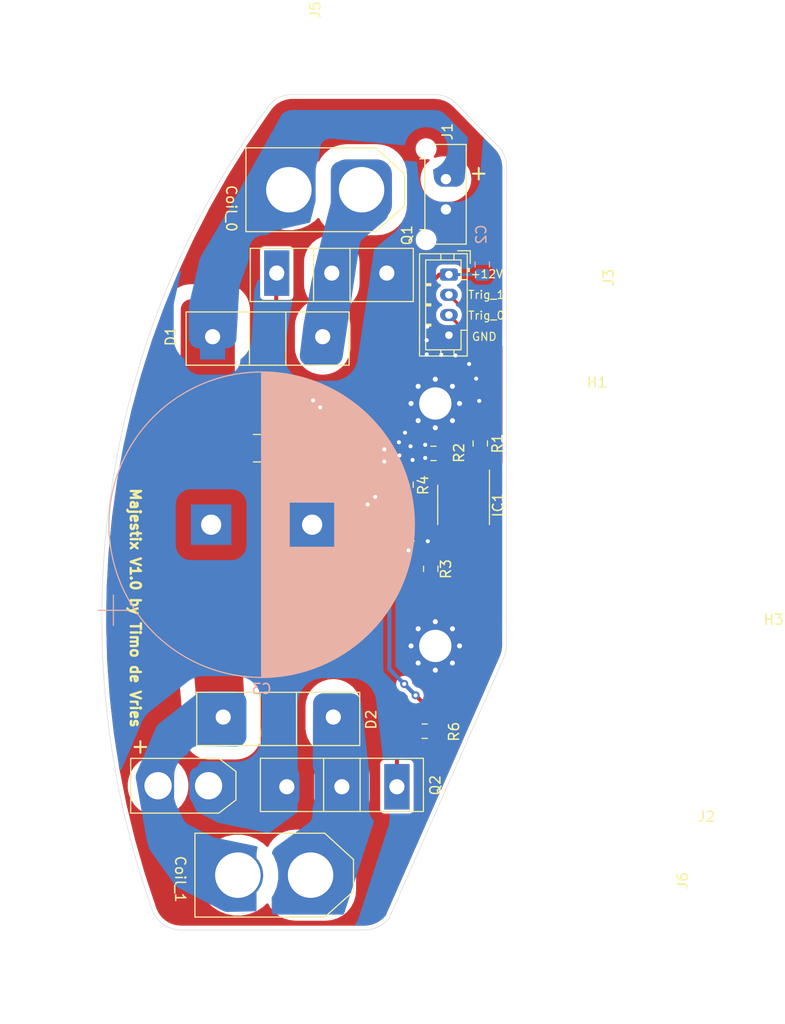
<source format=kicad_pcb>
(kicad_pcb (version 20171130) (host pcbnew "(5.1.6)-1")

  (general
    (thickness 1.6)
    (drawings 41)
    (tracks 121)
    (zones 0)
    (modules 23)
    (nets 16)
  )

  (page A4)
  (layers
    (0 F.Cu signal)
    (31 B.Cu signal)
    (32 B.Adhes user)
    (33 F.Adhes user)
    (34 B.Paste user)
    (35 F.Paste user)
    (36 B.SilkS user)
    (37 F.SilkS user)
    (38 B.Mask user)
    (39 F.Mask user)
    (40 Dwgs.User user)
    (41 Cmts.User user)
    (42 Eco1.User user)
    (43 Eco2.User user)
    (44 Edge.Cuts user)
    (45 Margin user)
    (46 B.CrtYd user)
    (47 F.CrtYd user)
    (48 B.Fab user)
    (49 F.Fab user)
  )

  (setup
    (last_trace_width 0.3)
    (user_trace_width 0.3)
    (user_trace_width 0.4)
    (user_trace_width 3)
    (user_trace_width 5)
    (trace_clearance 0.2)
    (zone_clearance 0.4)
    (zone_45_only no)
    (trace_min 0.2)
    (via_size 0.8)
    (via_drill 0.4)
    (via_min_size 0.4)
    (via_min_drill 0.3)
    (uvia_size 0.3)
    (uvia_drill 0.1)
    (uvias_allowed no)
    (uvia_min_size 0.2)
    (uvia_min_drill 0.1)
    (edge_width 0.05)
    (segment_width 0.2)
    (pcb_text_width 0.3)
    (pcb_text_size 1.5 1.5)
    (mod_edge_width 0.12)
    (mod_text_size 1 1)
    (mod_text_width 0.15)
    (pad_size 6.4 6.4)
    (pad_drill 3.2)
    (pad_to_mask_clearance 0.05)
    (aux_axis_origin 0 0)
    (visible_elements 7FFFFFFF)
    (pcbplotparams
      (layerselection 0x010fc_ffffffff)
      (usegerberextensions false)
      (usegerberattributes true)
      (usegerberadvancedattributes true)
      (creategerberjobfile true)
      (excludeedgelayer true)
      (linewidth 0.100000)
      (plotframeref false)
      (viasonmask false)
      (mode 1)
      (useauxorigin false)
      (hpglpennumber 1)
      (hpglpenspeed 20)
      (hpglpendiameter 15.000000)
      (psnegative false)
      (psa4output false)
      (plotreference true)
      (plotvalue true)
      (plotinvisibletext false)
      (padsonsilk false)
      (subtractmaskfromsilk false)
      (outputformat 1)
      (mirror false)
      (drillshape 0)
      (scaleselection 1)
      (outputdirectory "GerbernDrill/"))
  )

  (net 0 "")
  (net 1 GND)
  (net 2 +12V)
  (net 3 "Net-(D1-Pad2)")
  (net 4 HV)
  (net 5 "Net-(D2-Pad2)")
  (net 6 "Net-(IC1-Pad7)")
  (net 7 "Net-(IC1-Pad5)")
  (net 8 "Net-(IC1-Pad4)")
  (net 9 /Trig_1)
  (net 10 "Net-(IC1-Pad2)")
  (net 11 /Trig_0)
  (net 12 "Net-(Q1-Pad1)")
  (net 13 "Net-(Q2-Pad1)")
  (net 14 "Net-(R5-Pad2)")
  (net 15 "Net-(R6-Pad2)")

  (net_class Default "This is the default net class."
    (clearance 0.2)
    (trace_width 0.25)
    (via_dia 0.8)
    (via_drill 0.4)
    (uvia_dia 0.3)
    (uvia_drill 0.1)
    (add_net +12V)
    (add_net /Trig_0)
    (add_net /Trig_1)
    (add_net GND)
    (add_net "Net-(IC1-Pad2)")
    (add_net "Net-(IC1-Pad4)")
    (add_net "Net-(IC1-Pad5)")
    (add_net "Net-(IC1-Pad7)")
    (add_net "Net-(Q1-Pad1)")
    (add_net "Net-(Q2-Pad1)")
    (add_net "Net-(R5-Pad2)")
    (add_net "Net-(R6-Pad2)")
    (add_net "Net-(S1-Pad1)")
    (add_net "Net-(S1-Pad8)")
  )

  (net_class HV ""
    (clearance 1.5)
    (trace_width 0.25)
    (via_dia 0.8)
    (via_drill 0.4)
    (uvia_dia 0.3)
    (uvia_drill 0.1)
    (add_net HV)
    (add_net "Net-(D1-Pad2)")
    (add_net "Net-(D2-Pad2)")
  )

  (module Resistor_SMD:R_2010_5025Metric_Pad1.52x2.65mm_HandSolder (layer F.Cu) (tedit 5B301BBD) (tstamp 61ED8C8A)
    (at 178.3835 83.185)
    (descr "Resistor SMD 2010 (5025 Metric), square (rectangular) end terminal, IPC_7351 nominal with elongated pad for handsoldering. (Body size source: http://www.tortai-tech.com/upload/download/2011102023233369053.pdf), generated with kicad-footprint-generator")
    (tags "resistor handsolder")
    (path /61EDF6C1)
    (attr smd)
    (fp_text reference R7 (at 2.6165 -2.585 90) (layer F.SilkS)
      (effects (font (size 1 1) (thickness 0.15)))
    )
    (fp_text value 10M (at 0 2.28) (layer F.Fab)
      (effects (font (size 1 1) (thickness 0.15)))
    )
    (fp_line (start 3.35 1.58) (end -3.35 1.58) (layer F.CrtYd) (width 0.05))
    (fp_line (start 3.35 -1.58) (end 3.35 1.58) (layer F.CrtYd) (width 0.05))
    (fp_line (start -3.35 -1.58) (end 3.35 -1.58) (layer F.CrtYd) (width 0.05))
    (fp_line (start -3.35 1.58) (end -3.35 -1.58) (layer F.CrtYd) (width 0.05))
    (fp_line (start -1.402064 1.36) (end 1.402064 1.36) (layer F.SilkS) (width 0.12))
    (fp_line (start -1.402064 -1.36) (end 1.402064 -1.36) (layer F.SilkS) (width 0.12))
    (fp_line (start 2.5 1.25) (end -2.5 1.25) (layer F.Fab) (width 0.1))
    (fp_line (start 2.5 -1.25) (end 2.5 1.25) (layer F.Fab) (width 0.1))
    (fp_line (start -2.5 -1.25) (end 2.5 -1.25) (layer F.Fab) (width 0.1))
    (fp_line (start -2.5 1.25) (end -2.5 -1.25) (layer F.Fab) (width 0.1))
    (fp_text user %R (at 0 0) (layer F.Fab)
      (effects (font (size 1 1) (thickness 0.15)))
    )
    (pad 2 smd roundrect (at 2.3375 0) (size 1.525 2.65) (layers F.Cu F.Paste F.Mask) (roundrect_rratio 0.163934)
      (net 1 GND))
    (pad 1 smd roundrect (at -2.3375 0) (size 1.525 2.65) (layers F.Cu F.Paste F.Mask) (roundrect_rratio 0.163934)
      (net 4 HV))
    (model ${KISYS3DMOD}/Resistor_SMD.3dshapes/R_2010_5025Metric.wrl
      (at (xyz 0 0 0))
      (scale (xyz 1 1 1))
      (rotate (xyz 0 0 0))
    )
  )

  (module Connector_Molex:Molex_Micro-Fit_3.0_43650-0215_1x02_P3.00mm_Vertical (layer F.Cu) (tedit 5CA3843E) (tstamp 616C711C)
    (at 196.05 59.55 90)
    (descr "Molex Micro-Fit 3.0 Connector System, 43650-0215 (compatible alternatives: 43650-0216, 43650-0217), 2 Pins per row (http://www.molex.com/pdm_docs/sd/436500215_sd.pdf), generated with kicad-footprint-generator")
    (tags "connector Molex Micro-Fit_3.0 vertical")
    (path /616DC660)
    (fp_text reference J1 (at 7.7 0.15 90) (layer F.SilkS)
      (effects (font (size 1 1) (thickness 0.15)))
    )
    (fp_text value Conn_01x02_Male (at 1.5 4.5 90) (layer F.Fab)
      (effects (font (size 1 1) (thickness 0.15)))
    )
    (fp_line (start -3.82 3.8) (end -3.82 -2.97) (layer F.CrtYd) (width 0.05))
    (fp_line (start 6.82 3.8) (end -3.82 3.8) (layer F.CrtYd) (width 0.05))
    (fp_line (start 6.82 -2.97) (end 6.82 3.8) (layer F.CrtYd) (width 0.05))
    (fp_line (start -3.82 -2.97) (end 6.82 -2.97) (layer F.CrtYd) (width 0.05))
    (fp_line (start 5.015 -2.58) (end 4.995 -2.58) (layer F.SilkS) (width 0.12))
    (fp_line (start 5.015 -2.08) (end 5.015 -2.58) (layer F.SilkS) (width 0.12))
    (fp_line (start -2.015 -2.08) (end 5.015 -2.08) (layer F.SilkS) (width 0.12))
    (fp_line (start -2.015 -2.58) (end -2.015 -2.08) (layer F.SilkS) (width 0.12))
    (fp_line (start -1.995 -2.58) (end -2.015 -2.58) (layer F.SilkS) (width 0.12))
    (fp_line (start 6.435 2.01) (end 6.435 -1.065) (layer F.SilkS) (width 0.12))
    (fp_line (start -3.435 2.01) (end 6.435 2.01) (layer F.SilkS) (width 0.12))
    (fp_line (start -3.435 -1.065) (end -3.435 2.01) (layer F.SilkS) (width 0.12))
    (fp_line (start 0 -1.262893) (end 0.5 -1.97) (layer F.Fab) (width 0.1))
    (fp_line (start -0.5 -1.97) (end 0 -1.262893) (layer F.Fab) (width 0.1))
    (fp_line (start 2.2 3.3) (end 2.2 1.9) (layer F.Fab) (width 0.1))
    (fp_line (start 0.8 3.3) (end 2.2 3.3) (layer F.Fab) (width 0.1))
    (fp_line (start 0.8 1.9) (end 0.8 3.3) (layer F.Fab) (width 0.1))
    (fp_line (start 6.325 -1.34) (end 5.125 -1.97) (layer F.Fab) (width 0.1))
    (fp_line (start -3.325 -1.34) (end -2.125 -1.97) (layer F.Fab) (width 0.1))
    (fp_line (start 5.125 -1.97) (end -2.125 -1.97) (layer F.Fab) (width 0.1))
    (fp_line (start 5.125 -2.47) (end 5.125 -1.97) (layer F.Fab) (width 0.1))
    (fp_line (start 6.325 -2.47) (end 5.125 -2.47) (layer F.Fab) (width 0.1))
    (fp_line (start 6.325 1.9) (end 6.325 -2.47) (layer F.Fab) (width 0.1))
    (fp_line (start -3.325 1.9) (end 6.325 1.9) (layer F.Fab) (width 0.1))
    (fp_line (start -3.325 -2.47) (end -3.325 1.9) (layer F.Fab) (width 0.1))
    (fp_line (start -2.125 -2.47) (end -3.325 -2.47) (layer F.Fab) (width 0.1))
    (fp_line (start -2.125 -1.97) (end -2.125 -2.47) (layer F.Fab) (width 0.1))
    (fp_text user %R (at 1.5 1.2 90) (layer F.Fab)
      (effects (font (size 1 1) (thickness 0.15)))
    )
    (pad 2 thru_hole oval (at 3 0 90) (size 1.5 2.02) (drill 1.02) (layers *.Cu *.Mask)
      (net 4 HV))
    (pad 1 thru_hole roundrect (at 0 0 90) (size 1.5 2.02) (drill 1.02) (layers *.Cu *.Mask) (roundrect_rratio 0.166667)
      (net 1 GND))
    (pad "" np_thru_hole circle (at 6 -1.96 90) (size 1.27 1.27) (drill 1.27) (layers *.Cu *.Mask))
    (pad "" np_thru_hole circle (at -3 -1.96 90) (size 1.27 1.27) (drill 1.27) (layers *.Cu *.Mask))
    (model ${KISYS3DMOD}/Connector_Molex.3dshapes/Molex_Micro-Fit_3.0_43650-0215_1x02_P3.00mm_Vertical.wrl
      (at (xyz 0 0 0))
      (scale (xyz 1 1 1))
      (rotate (xyz 0 0 0))
    )
  )

  (module Capacitor_THT:CP_Radial_D30.0mm_P10.00mm_SnapIn (layer B.Cu) (tedit 5AE50EF1) (tstamp 61EDBFB1)
    (at 172.805704 90.758745)
    (descr "CP, Radial series, Radial, pin pitch=10.00mm, , diameter=30mm, Electrolytic Capacitor, , http://www.vishay.com/docs/28342/058059pll-si.pdf")
    (tags "CP Radial series Radial pin pitch 10.00mm  diameter 30mm Electrolytic Capacitor")
    (path /61ED81F9)
    (fp_text reference C3 (at 5 16.25) (layer B.SilkS)
      (effects (font (size 1 1) (thickness 0.15)) (justify mirror))
    )
    (fp_text value CP (at 5 -16.25) (layer B.Fab)
      (effects (font (size 1 1) (thickness 0.15)) (justify mirror))
    )
    (fp_line (start -9.679131 9.975) (end -9.679131 6.975) (layer B.SilkS) (width 0.12))
    (fp_line (start -11.179131 8.475) (end -8.179131 8.475) (layer B.SilkS) (width 0.12))
    (fp_line (start 20.12 0.04) (end 20.12 -0.04) (layer B.SilkS) (width 0.12))
    (fp_line (start 20.08 1.06) (end 20.08 -1.06) (layer B.SilkS) (width 0.12))
    (fp_line (start 20.04 1.514) (end 20.04 -1.514) (layer B.SilkS) (width 0.12))
    (fp_line (start 20 1.862) (end 20 -1.862) (layer B.SilkS) (width 0.12))
    (fp_line (start 19.96 2.154) (end 19.96 -2.154) (layer B.SilkS) (width 0.12))
    (fp_line (start 19.92 2.412) (end 19.92 -2.412) (layer B.SilkS) (width 0.12))
    (fp_line (start 19.88 2.644) (end 19.88 -2.644) (layer B.SilkS) (width 0.12))
    (fp_line (start 19.84 2.857) (end 19.84 -2.857) (layer B.SilkS) (width 0.12))
    (fp_line (start 19.8 3.055) (end 19.8 -3.055) (layer B.SilkS) (width 0.12))
    (fp_line (start 19.76 3.24) (end 19.76 -3.24) (layer B.SilkS) (width 0.12))
    (fp_line (start 19.72 3.415) (end 19.72 -3.415) (layer B.SilkS) (width 0.12))
    (fp_line (start 19.68 3.582) (end 19.68 -3.582) (layer B.SilkS) (width 0.12))
    (fp_line (start 19.64 3.74) (end 19.64 -3.74) (layer B.SilkS) (width 0.12))
    (fp_line (start 19.6 3.892) (end 19.6 -3.892) (layer B.SilkS) (width 0.12))
    (fp_line (start 19.56 4.037) (end 19.56 -4.037) (layer B.SilkS) (width 0.12))
    (fp_line (start 19.52 4.178) (end 19.52 -4.178) (layer B.SilkS) (width 0.12))
    (fp_line (start 19.48 4.313) (end 19.48 -4.313) (layer B.SilkS) (width 0.12))
    (fp_line (start 19.44 4.444) (end 19.44 -4.444) (layer B.SilkS) (width 0.12))
    (fp_line (start 19.4 4.571) (end 19.4 -4.571) (layer B.SilkS) (width 0.12))
    (fp_line (start 19.36 4.694) (end 19.36 -4.694) (layer B.SilkS) (width 0.12))
    (fp_line (start 19.32 4.814) (end 19.32 -4.814) (layer B.SilkS) (width 0.12))
    (fp_line (start 19.28 4.93) (end 19.28 -4.93) (layer B.SilkS) (width 0.12))
    (fp_line (start 19.24 5.043) (end 19.24 -5.043) (layer B.SilkS) (width 0.12))
    (fp_line (start 19.2 5.154) (end 19.2 -5.154) (layer B.SilkS) (width 0.12))
    (fp_line (start 19.16 5.262) (end 19.16 -5.262) (layer B.SilkS) (width 0.12))
    (fp_line (start 19.12 5.368) (end 19.12 -5.368) (layer B.SilkS) (width 0.12))
    (fp_line (start 19.08 5.471) (end 19.08 -5.471) (layer B.SilkS) (width 0.12))
    (fp_line (start 19.04 5.572) (end 19.04 -5.572) (layer B.SilkS) (width 0.12))
    (fp_line (start 19 5.671) (end 19 -5.671) (layer B.SilkS) (width 0.12))
    (fp_line (start 18.96 5.768) (end 18.96 -5.768) (layer B.SilkS) (width 0.12))
    (fp_line (start 18.92 5.864) (end 18.92 -5.864) (layer B.SilkS) (width 0.12))
    (fp_line (start 18.88 5.957) (end 18.88 -5.957) (layer B.SilkS) (width 0.12))
    (fp_line (start 18.84 6.049) (end 18.84 -6.049) (layer B.SilkS) (width 0.12))
    (fp_line (start 18.8 6.139) (end 18.8 -6.139) (layer B.SilkS) (width 0.12))
    (fp_line (start 18.76 6.228) (end 18.76 -6.228) (layer B.SilkS) (width 0.12))
    (fp_line (start 18.72 6.315) (end 18.72 -6.315) (layer B.SilkS) (width 0.12))
    (fp_line (start 18.68 6.4) (end 18.68 -6.4) (layer B.SilkS) (width 0.12))
    (fp_line (start 18.64 6.485) (end 18.64 -6.485) (layer B.SilkS) (width 0.12))
    (fp_line (start 18.6 6.568) (end 18.6 -6.568) (layer B.SilkS) (width 0.12))
    (fp_line (start 18.56 6.649) (end 18.56 -6.649) (layer B.SilkS) (width 0.12))
    (fp_line (start 18.52 6.73) (end 18.52 -6.73) (layer B.SilkS) (width 0.12))
    (fp_line (start 18.48 6.809) (end 18.48 -6.809) (layer B.SilkS) (width 0.12))
    (fp_line (start 18.44 6.887) (end 18.44 -6.887) (layer B.SilkS) (width 0.12))
    (fp_line (start 18.4 6.964) (end 18.4 -6.964) (layer B.SilkS) (width 0.12))
    (fp_line (start 18.36 7.04) (end 18.36 -7.04) (layer B.SilkS) (width 0.12))
    (fp_line (start 18.32 7.115) (end 18.32 -7.115) (layer B.SilkS) (width 0.12))
    (fp_line (start 18.28 7.189) (end 18.28 -7.189) (layer B.SilkS) (width 0.12))
    (fp_line (start 18.24 7.262) (end 18.24 -7.262) (layer B.SilkS) (width 0.12))
    (fp_line (start 18.2 7.334) (end 18.2 -7.334) (layer B.SilkS) (width 0.12))
    (fp_line (start 18.16 7.406) (end 18.16 -7.406) (layer B.SilkS) (width 0.12))
    (fp_line (start 18.12 7.476) (end 18.12 -7.476) (layer B.SilkS) (width 0.12))
    (fp_line (start 18.08 7.545) (end 18.08 -7.545) (layer B.SilkS) (width 0.12))
    (fp_line (start 18.04 7.614) (end 18.04 -7.614) (layer B.SilkS) (width 0.12))
    (fp_line (start 18 7.682) (end 18 -7.682) (layer B.SilkS) (width 0.12))
    (fp_line (start 17.96 7.748) (end 17.96 -7.748) (layer B.SilkS) (width 0.12))
    (fp_line (start 17.92 7.815) (end 17.92 -7.815) (layer B.SilkS) (width 0.12))
    (fp_line (start 17.88 7.88) (end 17.88 -7.88) (layer B.SilkS) (width 0.12))
    (fp_line (start 17.84 7.945) (end 17.84 -7.945) (layer B.SilkS) (width 0.12))
    (fp_line (start 17.8 8.009) (end 17.8 -8.009) (layer B.SilkS) (width 0.12))
    (fp_line (start 17.76 8.072) (end 17.76 -8.072) (layer B.SilkS) (width 0.12))
    (fp_line (start 17.72 8.135) (end 17.72 -8.135) (layer B.SilkS) (width 0.12))
    (fp_line (start 17.68 8.197) (end 17.68 -8.197) (layer B.SilkS) (width 0.12))
    (fp_line (start 17.64 8.258) (end 17.64 -8.258) (layer B.SilkS) (width 0.12))
    (fp_line (start 17.6 8.318) (end 17.6 -8.318) (layer B.SilkS) (width 0.12))
    (fp_line (start 17.56 8.378) (end 17.56 -8.378) (layer B.SilkS) (width 0.12))
    (fp_line (start 17.52 8.438) (end 17.52 -8.438) (layer B.SilkS) (width 0.12))
    (fp_line (start 17.48 8.497) (end 17.48 -8.497) (layer B.SilkS) (width 0.12))
    (fp_line (start 17.44 8.555) (end 17.44 -8.555) (layer B.SilkS) (width 0.12))
    (fp_line (start 17.4 8.612) (end 17.4 -8.612) (layer B.SilkS) (width 0.12))
    (fp_line (start 17.36 8.669) (end 17.36 -8.669) (layer B.SilkS) (width 0.12))
    (fp_line (start 17.32 8.726) (end 17.32 -8.726) (layer B.SilkS) (width 0.12))
    (fp_line (start 17.28 8.782) (end 17.28 -8.782) (layer B.SilkS) (width 0.12))
    (fp_line (start 17.24 8.837) (end 17.24 -8.837) (layer B.SilkS) (width 0.12))
    (fp_line (start 17.2 8.892) (end 17.2 -8.892) (layer B.SilkS) (width 0.12))
    (fp_line (start 17.16 8.947) (end 17.16 -8.947) (layer B.SilkS) (width 0.12))
    (fp_line (start 17.12 9) (end 17.12 -9) (layer B.SilkS) (width 0.12))
    (fp_line (start 17.08 9.054) (end 17.08 -9.054) (layer B.SilkS) (width 0.12))
    (fp_line (start 17.04 9.107) (end 17.04 -9.107) (layer B.SilkS) (width 0.12))
    (fp_line (start 17 9.159) (end 17 -9.159) (layer B.SilkS) (width 0.12))
    (fp_line (start 16.96 9.211) (end 16.96 -9.211) (layer B.SilkS) (width 0.12))
    (fp_line (start 16.92 9.263) (end 16.92 -9.263) (layer B.SilkS) (width 0.12))
    (fp_line (start 16.88 9.314) (end 16.88 -9.314) (layer B.SilkS) (width 0.12))
    (fp_line (start 16.84 9.364) (end 16.84 -9.364) (layer B.SilkS) (width 0.12))
    (fp_line (start 16.8 9.414) (end 16.8 -9.414) (layer B.SilkS) (width 0.12))
    (fp_line (start 16.76 9.464) (end 16.76 -9.464) (layer B.SilkS) (width 0.12))
    (fp_line (start 16.72 9.513) (end 16.72 -9.513) (layer B.SilkS) (width 0.12))
    (fp_line (start 16.68 9.562) (end 16.68 -9.562) (layer B.SilkS) (width 0.12))
    (fp_line (start 16.64 9.611) (end 16.64 -9.611) (layer B.SilkS) (width 0.12))
    (fp_line (start 16.6 9.659) (end 16.6 -9.659) (layer B.SilkS) (width 0.12))
    (fp_line (start 16.56 9.706) (end 16.56 -9.706) (layer B.SilkS) (width 0.12))
    (fp_line (start 16.52 9.754) (end 16.52 -9.754) (layer B.SilkS) (width 0.12))
    (fp_line (start 16.48 9.8) (end 16.48 -9.8) (layer B.SilkS) (width 0.12))
    (fp_line (start 16.44 9.847) (end 16.44 -9.847) (layer B.SilkS) (width 0.12))
    (fp_line (start 16.4 9.893) (end 16.4 -9.893) (layer B.SilkS) (width 0.12))
    (fp_line (start 16.36 9.939) (end 16.36 -9.939) (layer B.SilkS) (width 0.12))
    (fp_line (start 16.32 9.984) (end 16.32 -9.984) (layer B.SilkS) (width 0.12))
    (fp_line (start 16.28 10.029) (end 16.28 -10.029) (layer B.SilkS) (width 0.12))
    (fp_line (start 16.24 10.074) (end 16.24 -10.074) (layer B.SilkS) (width 0.12))
    (fp_line (start 16.2 10.118) (end 16.2 -10.118) (layer B.SilkS) (width 0.12))
    (fp_line (start 16.16 10.162) (end 16.16 -10.162) (layer B.SilkS) (width 0.12))
    (fp_line (start 16.12 10.205) (end 16.12 -10.205) (layer B.SilkS) (width 0.12))
    (fp_line (start 16.08 10.249) (end 16.08 -10.249) (layer B.SilkS) (width 0.12))
    (fp_line (start 16.04 10.292) (end 16.04 -10.292) (layer B.SilkS) (width 0.12))
    (fp_line (start 16 10.334) (end 16 -10.334) (layer B.SilkS) (width 0.12))
    (fp_line (start 15.96 10.376) (end 15.96 -10.376) (layer B.SilkS) (width 0.12))
    (fp_line (start 15.92 10.418) (end 15.92 -10.418) (layer B.SilkS) (width 0.12))
    (fp_line (start 15.88 10.46) (end 15.88 -10.46) (layer B.SilkS) (width 0.12))
    (fp_line (start 15.84 10.501) (end 15.84 -10.501) (layer B.SilkS) (width 0.12))
    (fp_line (start 15.8 10.542) (end 15.8 -10.542) (layer B.SilkS) (width 0.12))
    (fp_line (start 15.76 10.583) (end 15.76 -10.583) (layer B.SilkS) (width 0.12))
    (fp_line (start 15.72 10.623) (end 15.72 -10.623) (layer B.SilkS) (width 0.12))
    (fp_line (start 15.68 10.663) (end 15.68 -10.663) (layer B.SilkS) (width 0.12))
    (fp_line (start 15.64 10.703) (end 15.64 -10.703) (layer B.SilkS) (width 0.12))
    (fp_line (start 15.6 10.743) (end 15.6 -10.743) (layer B.SilkS) (width 0.12))
    (fp_line (start 15.56 10.782) (end 15.56 -10.782) (layer B.SilkS) (width 0.12))
    (fp_line (start 15.52 10.821) (end 15.52 -10.821) (layer B.SilkS) (width 0.12))
    (fp_line (start 15.48 10.859) (end 15.48 -10.859) (layer B.SilkS) (width 0.12))
    (fp_line (start 15.44 10.898) (end 15.44 -10.898) (layer B.SilkS) (width 0.12))
    (fp_line (start 15.4 10.936) (end 15.4 -10.936) (layer B.SilkS) (width 0.12))
    (fp_line (start 15.36 10.973) (end 15.36 -10.973) (layer B.SilkS) (width 0.12))
    (fp_line (start 15.32 11.011) (end 15.32 -11.011) (layer B.SilkS) (width 0.12))
    (fp_line (start 15.28 11.048) (end 15.28 -11.048) (layer B.SilkS) (width 0.12))
    (fp_line (start 15.24 11.085) (end 15.24 -11.085) (layer B.SilkS) (width 0.12))
    (fp_line (start 15.2 11.122) (end 15.2 -11.122) (layer B.SilkS) (width 0.12))
    (fp_line (start 15.16 11.158) (end 15.16 -11.158) (layer B.SilkS) (width 0.12))
    (fp_line (start 15.12 11.194) (end 15.12 -11.194) (layer B.SilkS) (width 0.12))
    (fp_line (start 15.08 11.23) (end 15.08 -11.23) (layer B.SilkS) (width 0.12))
    (fp_line (start 15.04 11.266) (end 15.04 -11.266) (layer B.SilkS) (width 0.12))
    (fp_line (start 15 11.301) (end 15 -11.301) (layer B.SilkS) (width 0.12))
    (fp_line (start 14.96 11.336) (end 14.96 -11.336) (layer B.SilkS) (width 0.12))
    (fp_line (start 14.92 11.371) (end 14.92 -11.371) (layer B.SilkS) (width 0.12))
    (fp_line (start 14.88 11.406) (end 14.88 -11.406) (layer B.SilkS) (width 0.12))
    (fp_line (start 14.84 11.44) (end 14.84 -11.44) (layer B.SilkS) (width 0.12))
    (fp_line (start 14.8 11.475) (end 14.8 -11.475) (layer B.SilkS) (width 0.12))
    (fp_line (start 14.76 11.509) (end 14.76 -11.509) (layer B.SilkS) (width 0.12))
    (fp_line (start 14.72 11.542) (end 14.72 -11.542) (layer B.SilkS) (width 0.12))
    (fp_line (start 14.68 11.576) (end 14.68 -11.576) (layer B.SilkS) (width 0.12))
    (fp_line (start 14.64 11.609) (end 14.64 -11.609) (layer B.SilkS) (width 0.12))
    (fp_line (start 14.6 11.642) (end 14.6 -11.642) (layer B.SilkS) (width 0.12))
    (fp_line (start 14.56 11.675) (end 14.56 -11.675) (layer B.SilkS) (width 0.12))
    (fp_line (start 14.52 11.707) (end 14.52 -11.707) (layer B.SilkS) (width 0.12))
    (fp_line (start 14.48 11.739) (end 14.48 -11.739) (layer B.SilkS) (width 0.12))
    (fp_line (start 14.44 11.772) (end 14.44 -11.772) (layer B.SilkS) (width 0.12))
    (fp_line (start 14.4 11.803) (end 14.4 -11.803) (layer B.SilkS) (width 0.12))
    (fp_line (start 14.36 11.835) (end 14.36 -11.835) (layer B.SilkS) (width 0.12))
    (fp_line (start 14.32 11.866) (end 14.32 -11.866) (layer B.SilkS) (width 0.12))
    (fp_line (start 14.28 11.898) (end 14.28 -11.898) (layer B.SilkS) (width 0.12))
    (fp_line (start 14.24 11.929) (end 14.24 -11.929) (layer B.SilkS) (width 0.12))
    (fp_line (start 14.2 11.959) (end 14.2 -11.959) (layer B.SilkS) (width 0.12))
    (fp_line (start 14.16 11.99) (end 14.16 -11.99) (layer B.SilkS) (width 0.12))
    (fp_line (start 14.12 12.02) (end 14.12 -12.02) (layer B.SilkS) (width 0.12))
    (fp_line (start 14.08 12.05) (end 14.08 -12.05) (layer B.SilkS) (width 0.12))
    (fp_line (start 14.04 12.08) (end 14.04 -12.08) (layer B.SilkS) (width 0.12))
    (fp_line (start 14 12.11) (end 14 -12.11) (layer B.SilkS) (width 0.12))
    (fp_line (start 13.96 12.14) (end 13.96 -12.14) (layer B.SilkS) (width 0.12))
    (fp_line (start 13.92 12.169) (end 13.92 -12.169) (layer B.SilkS) (width 0.12))
    (fp_line (start 13.88 12.198) (end 13.88 -12.198) (layer B.SilkS) (width 0.12))
    (fp_line (start 13.84 12.227) (end 13.84 -12.227) (layer B.SilkS) (width 0.12))
    (fp_line (start 13.8 12.256) (end 13.8 -12.256) (layer B.SilkS) (width 0.12))
    (fp_line (start 13.76 12.284) (end 13.76 -12.284) (layer B.SilkS) (width 0.12))
    (fp_line (start 13.72 12.313) (end 13.72 -12.313) (layer B.SilkS) (width 0.12))
    (fp_line (start 13.68 12.341) (end 13.68 -12.341) (layer B.SilkS) (width 0.12))
    (fp_line (start 13.64 12.369) (end 13.64 -12.369) (layer B.SilkS) (width 0.12))
    (fp_line (start 13.6 12.397) (end 13.6 -12.397) (layer B.SilkS) (width 0.12))
    (fp_line (start 13.56 12.424) (end 13.56 -12.424) (layer B.SilkS) (width 0.12))
    (fp_line (start 13.52 12.451) (end 13.52 -12.451) (layer B.SilkS) (width 0.12))
    (fp_line (start 13.48 12.479) (end 13.48 -12.479) (layer B.SilkS) (width 0.12))
    (fp_line (start 13.44 12.506) (end 13.44 -12.506) (layer B.SilkS) (width 0.12))
    (fp_line (start 13.4 12.532) (end 13.4 -12.532) (layer B.SilkS) (width 0.12))
    (fp_line (start 13.36 12.559) (end 13.36 -12.559) (layer B.SilkS) (width 0.12))
    (fp_line (start 13.32 12.586) (end 13.32 -12.586) (layer B.SilkS) (width 0.12))
    (fp_line (start 13.28 12.612) (end 13.28 -12.612) (layer B.SilkS) (width 0.12))
    (fp_line (start 13.24 12.638) (end 13.24 -12.638) (layer B.SilkS) (width 0.12))
    (fp_line (start 13.2 12.664) (end 13.2 -12.664) (layer B.SilkS) (width 0.12))
    (fp_line (start 13.161 12.69) (end 13.161 -12.69) (layer B.SilkS) (width 0.12))
    (fp_line (start 13.121 12.715) (end 13.121 -12.715) (layer B.SilkS) (width 0.12))
    (fp_line (start 13.081 12.74) (end 13.081 -12.74) (layer B.SilkS) (width 0.12))
    (fp_line (start 13.041 12.766) (end 13.041 -12.766) (layer B.SilkS) (width 0.12))
    (fp_line (start 13.001 12.791) (end 13.001 -12.791) (layer B.SilkS) (width 0.12))
    (fp_line (start 12.961 12.816) (end 12.961 -12.816) (layer B.SilkS) (width 0.12))
    (fp_line (start 12.921 12.84) (end 12.921 -12.84) (layer B.SilkS) (width 0.12))
    (fp_line (start 12.881 12.865) (end 12.881 -12.865) (layer B.SilkS) (width 0.12))
    (fp_line (start 12.841 12.889) (end 12.841 -12.889) (layer B.SilkS) (width 0.12))
    (fp_line (start 12.801 12.913) (end 12.801 -12.913) (layer B.SilkS) (width 0.12))
    (fp_line (start 12.761 12.937) (end 12.761 -12.937) (layer B.SilkS) (width 0.12))
    (fp_line (start 12.721 12.961) (end 12.721 -12.961) (layer B.SilkS) (width 0.12))
    (fp_line (start 12.681 12.985) (end 12.681 -12.985) (layer B.SilkS) (width 0.12))
    (fp_line (start 12.641 13.008) (end 12.641 -13.008) (layer B.SilkS) (width 0.12))
    (fp_line (start 12.601 13.032) (end 12.601 -13.032) (layer B.SilkS) (width 0.12))
    (fp_line (start 12.561 13.055) (end 12.561 -13.055) (layer B.SilkS) (width 0.12))
    (fp_line (start 12.521 13.078) (end 12.521 -13.078) (layer B.SilkS) (width 0.12))
    (fp_line (start 12.481 13.101) (end 12.481 -13.101) (layer B.SilkS) (width 0.12))
    (fp_line (start 12.441 13.123) (end 12.441 -13.123) (layer B.SilkS) (width 0.12))
    (fp_line (start 12.401 13.146) (end 12.401 -13.146) (layer B.SilkS) (width 0.12))
    (fp_line (start 12.361 13.168) (end 12.361 -13.168) (layer B.SilkS) (width 0.12))
    (fp_line (start 12.321 13.19) (end 12.321 -13.19) (layer B.SilkS) (width 0.12))
    (fp_line (start 12.281 13.213) (end 12.281 -13.213) (layer B.SilkS) (width 0.12))
    (fp_line (start 12.241 13.234) (end 12.241 -13.234) (layer B.SilkS) (width 0.12))
    (fp_line (start 12.201 -2.24) (end 12.201 -13.256) (layer B.SilkS) (width 0.12))
    (fp_line (start 12.201 13.256) (end 12.201 2.24) (layer B.SilkS) (width 0.12))
    (fp_line (start 12.161 -2.24) (end 12.161 -13.278) (layer B.SilkS) (width 0.12))
    (fp_line (start 12.161 13.278) (end 12.161 2.24) (layer B.SilkS) (width 0.12))
    (fp_line (start 12.121 -2.24) (end 12.121 -13.299) (layer B.SilkS) (width 0.12))
    (fp_line (start 12.121 13.299) (end 12.121 2.24) (layer B.SilkS) (width 0.12))
    (fp_line (start 12.081 -2.24) (end 12.081 -13.32) (layer B.SilkS) (width 0.12))
    (fp_line (start 12.081 13.32) (end 12.081 2.24) (layer B.SilkS) (width 0.12))
    (fp_line (start 12.041 -2.24) (end 12.041 -13.342) (layer B.SilkS) (width 0.12))
    (fp_line (start 12.041 13.342) (end 12.041 2.24) (layer B.SilkS) (width 0.12))
    (fp_line (start 12.001 -2.24) (end 12.001 -13.363) (layer B.SilkS) (width 0.12))
    (fp_line (start 12.001 13.363) (end 12.001 2.24) (layer B.SilkS) (width 0.12))
    (fp_line (start 11.961 -2.24) (end 11.961 -13.383) (layer B.SilkS) (width 0.12))
    (fp_line (start 11.961 13.383) (end 11.961 2.24) (layer B.SilkS) (width 0.12))
    (fp_line (start 11.921 -2.24) (end 11.921 -13.404) (layer B.SilkS) (width 0.12))
    (fp_line (start 11.921 13.404) (end 11.921 2.24) (layer B.SilkS) (width 0.12))
    (fp_line (start 11.881 -2.24) (end 11.881 -13.425) (layer B.SilkS) (width 0.12))
    (fp_line (start 11.881 13.425) (end 11.881 2.24) (layer B.SilkS) (width 0.12))
    (fp_line (start 11.841 -2.24) (end 11.841 -13.445) (layer B.SilkS) (width 0.12))
    (fp_line (start 11.841 13.445) (end 11.841 2.24) (layer B.SilkS) (width 0.12))
    (fp_line (start 11.801 -2.24) (end 11.801 -13.465) (layer B.SilkS) (width 0.12))
    (fp_line (start 11.801 13.465) (end 11.801 2.24) (layer B.SilkS) (width 0.12))
    (fp_line (start 11.761 -2.24) (end 11.761 -13.485) (layer B.SilkS) (width 0.12))
    (fp_line (start 11.761 13.485) (end 11.761 2.24) (layer B.SilkS) (width 0.12))
    (fp_line (start 11.721 -2.24) (end 11.721 -13.505) (layer B.SilkS) (width 0.12))
    (fp_line (start 11.721 13.505) (end 11.721 2.24) (layer B.SilkS) (width 0.12))
    (fp_line (start 11.681 -2.24) (end 11.681 -13.525) (layer B.SilkS) (width 0.12))
    (fp_line (start 11.681 13.525) (end 11.681 2.24) (layer B.SilkS) (width 0.12))
    (fp_line (start 11.641 -2.24) (end 11.641 -13.544) (layer B.SilkS) (width 0.12))
    (fp_line (start 11.641 13.544) (end 11.641 2.24) (layer B.SilkS) (width 0.12))
    (fp_line (start 11.601 -2.24) (end 11.601 -13.564) (layer B.SilkS) (width 0.12))
    (fp_line (start 11.601 13.564) (end 11.601 2.24) (layer B.SilkS) (width 0.12))
    (fp_line (start 11.561 -2.24) (end 11.561 -13.583) (layer B.SilkS) (width 0.12))
    (fp_line (start 11.561 13.583) (end 11.561 2.24) (layer B.SilkS) (width 0.12))
    (fp_line (start 11.521 -2.24) (end 11.521 -13.602) (layer B.SilkS) (width 0.12))
    (fp_line (start 11.521 13.602) (end 11.521 2.24) (layer B.SilkS) (width 0.12))
    (fp_line (start 11.481 -2.24) (end 11.481 -13.622) (layer B.SilkS) (width 0.12))
    (fp_line (start 11.481 13.622) (end 11.481 2.24) (layer B.SilkS) (width 0.12))
    (fp_line (start 11.441 -2.24) (end 11.441 -13.64) (layer B.SilkS) (width 0.12))
    (fp_line (start 11.441 13.64) (end 11.441 2.24) (layer B.SilkS) (width 0.12))
    (fp_line (start 11.401 -2.24) (end 11.401 -13.659) (layer B.SilkS) (width 0.12))
    (fp_line (start 11.401 13.659) (end 11.401 2.24) (layer B.SilkS) (width 0.12))
    (fp_line (start 11.361 -2.24) (end 11.361 -13.678) (layer B.SilkS) (width 0.12))
    (fp_line (start 11.361 13.678) (end 11.361 2.24) (layer B.SilkS) (width 0.12))
    (fp_line (start 11.321 -2.24) (end 11.321 -13.696) (layer B.SilkS) (width 0.12))
    (fp_line (start 11.321 13.696) (end 11.321 2.24) (layer B.SilkS) (width 0.12))
    (fp_line (start 11.281 -2.24) (end 11.281 -13.715) (layer B.SilkS) (width 0.12))
    (fp_line (start 11.281 13.715) (end 11.281 2.24) (layer B.SilkS) (width 0.12))
    (fp_line (start 11.241 -2.24) (end 11.241 -13.733) (layer B.SilkS) (width 0.12))
    (fp_line (start 11.241 13.733) (end 11.241 2.24) (layer B.SilkS) (width 0.12))
    (fp_line (start 11.201 -2.24) (end 11.201 -13.751) (layer B.SilkS) (width 0.12))
    (fp_line (start 11.201 13.751) (end 11.201 2.24) (layer B.SilkS) (width 0.12))
    (fp_line (start 11.161 -2.24) (end 11.161 -13.769) (layer B.SilkS) (width 0.12))
    (fp_line (start 11.161 13.769) (end 11.161 2.24) (layer B.SilkS) (width 0.12))
    (fp_line (start 11.121 -2.24) (end 11.121 -13.787) (layer B.SilkS) (width 0.12))
    (fp_line (start 11.121 13.787) (end 11.121 2.24) (layer B.SilkS) (width 0.12))
    (fp_line (start 11.081 -2.24) (end 11.081 -13.804) (layer B.SilkS) (width 0.12))
    (fp_line (start 11.081 13.804) (end 11.081 2.24) (layer B.SilkS) (width 0.12))
    (fp_line (start 11.041 -2.24) (end 11.041 -13.822) (layer B.SilkS) (width 0.12))
    (fp_line (start 11.041 13.822) (end 11.041 2.24) (layer B.SilkS) (width 0.12))
    (fp_line (start 11.001 -2.24) (end 11.001 -13.839) (layer B.SilkS) (width 0.12))
    (fp_line (start 11.001 13.839) (end 11.001 2.24) (layer B.SilkS) (width 0.12))
    (fp_line (start 10.961 -2.24) (end 10.961 -13.856) (layer B.SilkS) (width 0.12))
    (fp_line (start 10.961 13.856) (end 10.961 2.24) (layer B.SilkS) (width 0.12))
    (fp_line (start 10.921 -2.24) (end 10.921 -13.873) (layer B.SilkS) (width 0.12))
    (fp_line (start 10.921 13.873) (end 10.921 2.24) (layer B.SilkS) (width 0.12))
    (fp_line (start 10.881 -2.24) (end 10.881 -13.89) (layer B.SilkS) (width 0.12))
    (fp_line (start 10.881 13.89) (end 10.881 2.24) (layer B.SilkS) (width 0.12))
    (fp_line (start 10.841 -2.24) (end 10.841 -13.907) (layer B.SilkS) (width 0.12))
    (fp_line (start 10.841 13.907) (end 10.841 2.24) (layer B.SilkS) (width 0.12))
    (fp_line (start 10.801 -2.24) (end 10.801 -13.924) (layer B.SilkS) (width 0.12))
    (fp_line (start 10.801 13.924) (end 10.801 2.24) (layer B.SilkS) (width 0.12))
    (fp_line (start 10.761 -2.24) (end 10.761 -13.94) (layer B.SilkS) (width 0.12))
    (fp_line (start 10.761 13.94) (end 10.761 2.24) (layer B.SilkS) (width 0.12))
    (fp_line (start 10.721 -2.24) (end 10.721 -13.957) (layer B.SilkS) (width 0.12))
    (fp_line (start 10.721 13.957) (end 10.721 2.24) (layer B.SilkS) (width 0.12))
    (fp_line (start 10.681 -2.24) (end 10.681 -13.973) (layer B.SilkS) (width 0.12))
    (fp_line (start 10.681 13.973) (end 10.681 2.24) (layer B.SilkS) (width 0.12))
    (fp_line (start 10.641 -2.24) (end 10.641 -13.989) (layer B.SilkS) (width 0.12))
    (fp_line (start 10.641 13.989) (end 10.641 2.24) (layer B.SilkS) (width 0.12))
    (fp_line (start 10.601 -2.24) (end 10.601 -14.005) (layer B.SilkS) (width 0.12))
    (fp_line (start 10.601 14.005) (end 10.601 2.24) (layer B.SilkS) (width 0.12))
    (fp_line (start 10.561 -2.24) (end 10.561 -14.021) (layer B.SilkS) (width 0.12))
    (fp_line (start 10.561 14.021) (end 10.561 2.24) (layer B.SilkS) (width 0.12))
    (fp_line (start 10.521 -2.24) (end 10.521 -14.037) (layer B.SilkS) (width 0.12))
    (fp_line (start 10.521 14.037) (end 10.521 2.24) (layer B.SilkS) (width 0.12))
    (fp_line (start 10.481 -2.24) (end 10.481 -14.052) (layer B.SilkS) (width 0.12))
    (fp_line (start 10.481 14.052) (end 10.481 2.24) (layer B.SilkS) (width 0.12))
    (fp_line (start 10.441 -2.24) (end 10.441 -14.068) (layer B.SilkS) (width 0.12))
    (fp_line (start 10.441 14.068) (end 10.441 2.24) (layer B.SilkS) (width 0.12))
    (fp_line (start 10.401 -2.24) (end 10.401 -14.083) (layer B.SilkS) (width 0.12))
    (fp_line (start 10.401 14.083) (end 10.401 2.24) (layer B.SilkS) (width 0.12))
    (fp_line (start 10.361 -2.24) (end 10.361 -14.099) (layer B.SilkS) (width 0.12))
    (fp_line (start 10.361 14.099) (end 10.361 2.24) (layer B.SilkS) (width 0.12))
    (fp_line (start 10.321 -2.24) (end 10.321 -14.114) (layer B.SilkS) (width 0.12))
    (fp_line (start 10.321 14.114) (end 10.321 2.24) (layer B.SilkS) (width 0.12))
    (fp_line (start 10.281 -2.24) (end 10.281 -14.129) (layer B.SilkS) (width 0.12))
    (fp_line (start 10.281 14.129) (end 10.281 2.24) (layer B.SilkS) (width 0.12))
    (fp_line (start 10.241 -2.24) (end 10.241 -14.143) (layer B.SilkS) (width 0.12))
    (fp_line (start 10.241 14.143) (end 10.241 2.24) (layer B.SilkS) (width 0.12))
    (fp_line (start 10.201 -2.24) (end 10.201 -14.158) (layer B.SilkS) (width 0.12))
    (fp_line (start 10.201 14.158) (end 10.201 2.24) (layer B.SilkS) (width 0.12))
    (fp_line (start 10.161 -2.24) (end 10.161 -14.173) (layer B.SilkS) (width 0.12))
    (fp_line (start 10.161 14.173) (end 10.161 2.24) (layer B.SilkS) (width 0.12))
    (fp_line (start 10.121 -2.24) (end 10.121 -14.187) (layer B.SilkS) (width 0.12))
    (fp_line (start 10.121 14.187) (end 10.121 2.24) (layer B.SilkS) (width 0.12))
    (fp_line (start 10.081 -2.24) (end 10.081 -14.202) (layer B.SilkS) (width 0.12))
    (fp_line (start 10.081 14.202) (end 10.081 2.24) (layer B.SilkS) (width 0.12))
    (fp_line (start 10.041 -2.24) (end 10.041 -14.216) (layer B.SilkS) (width 0.12))
    (fp_line (start 10.041 14.216) (end 10.041 2.24) (layer B.SilkS) (width 0.12))
    (fp_line (start 10.001 -2.24) (end 10.001 -14.23) (layer B.SilkS) (width 0.12))
    (fp_line (start 10.001 14.23) (end 10.001 2.24) (layer B.SilkS) (width 0.12))
    (fp_line (start 9.961 -2.24) (end 9.961 -14.244) (layer B.SilkS) (width 0.12))
    (fp_line (start 9.961 14.244) (end 9.961 2.24) (layer B.SilkS) (width 0.12))
    (fp_line (start 9.921 -2.24) (end 9.921 -14.258) (layer B.SilkS) (width 0.12))
    (fp_line (start 9.921 14.258) (end 9.921 2.24) (layer B.SilkS) (width 0.12))
    (fp_line (start 9.881 -2.24) (end 9.881 -14.271) (layer B.SilkS) (width 0.12))
    (fp_line (start 9.881 14.271) (end 9.881 2.24) (layer B.SilkS) (width 0.12))
    (fp_line (start 9.841 -2.24) (end 9.841 -14.285) (layer B.SilkS) (width 0.12))
    (fp_line (start 9.841 14.285) (end 9.841 2.24) (layer B.SilkS) (width 0.12))
    (fp_line (start 9.801 -2.24) (end 9.801 -14.298) (layer B.SilkS) (width 0.12))
    (fp_line (start 9.801 14.298) (end 9.801 2.24) (layer B.SilkS) (width 0.12))
    (fp_line (start 9.761 -2.24) (end 9.761 -14.312) (layer B.SilkS) (width 0.12))
    (fp_line (start 9.761 14.312) (end 9.761 2.24) (layer B.SilkS) (width 0.12))
    (fp_line (start 9.721 -2.24) (end 9.721 -14.325) (layer B.SilkS) (width 0.12))
    (fp_line (start 9.721 14.325) (end 9.721 2.24) (layer B.SilkS) (width 0.12))
    (fp_line (start 9.681 -2.24) (end 9.681 -14.338) (layer B.SilkS) (width 0.12))
    (fp_line (start 9.681 14.338) (end 9.681 2.24) (layer B.SilkS) (width 0.12))
    (fp_line (start 9.641 -2.24) (end 9.641 -14.351) (layer B.SilkS) (width 0.12))
    (fp_line (start 9.641 14.351) (end 9.641 2.24) (layer B.SilkS) (width 0.12))
    (fp_line (start 9.601 -2.24) (end 9.601 -14.364) (layer B.SilkS) (width 0.12))
    (fp_line (start 9.601 14.364) (end 9.601 2.24) (layer B.SilkS) (width 0.12))
    (fp_line (start 9.561 -2.24) (end 9.561 -14.376) (layer B.SilkS) (width 0.12))
    (fp_line (start 9.561 14.376) (end 9.561 2.24) (layer B.SilkS) (width 0.12))
    (fp_line (start 9.521 -2.24) (end 9.521 -14.389) (layer B.SilkS) (width 0.12))
    (fp_line (start 9.521 14.389) (end 9.521 2.24) (layer B.SilkS) (width 0.12))
    (fp_line (start 9.481 -2.24) (end 9.481 -14.402) (layer B.SilkS) (width 0.12))
    (fp_line (start 9.481 14.402) (end 9.481 2.24) (layer B.SilkS) (width 0.12))
    (fp_line (start 9.441 -2.24) (end 9.441 -14.414) (layer B.SilkS) (width 0.12))
    (fp_line (start 9.441 14.414) (end 9.441 2.24) (layer B.SilkS) (width 0.12))
    (fp_line (start 9.401 -2.24) (end 9.401 -14.426) (layer B.SilkS) (width 0.12))
    (fp_line (start 9.401 14.426) (end 9.401 2.24) (layer B.SilkS) (width 0.12))
    (fp_line (start 9.361 -2.24) (end 9.361 -14.438) (layer B.SilkS) (width 0.12))
    (fp_line (start 9.361 14.438) (end 9.361 2.24) (layer B.SilkS) (width 0.12))
    (fp_line (start 9.321 -2.24) (end 9.321 -14.45) (layer B.SilkS) (width 0.12))
    (fp_line (start 9.321 14.45) (end 9.321 2.24) (layer B.SilkS) (width 0.12))
    (fp_line (start 9.281 -2.24) (end 9.281 -14.462) (layer B.SilkS) (width 0.12))
    (fp_line (start 9.281 14.462) (end 9.281 2.24) (layer B.SilkS) (width 0.12))
    (fp_line (start 9.241 -2.24) (end 9.241 -14.474) (layer B.SilkS) (width 0.12))
    (fp_line (start 9.241 14.474) (end 9.241 2.24) (layer B.SilkS) (width 0.12))
    (fp_line (start 9.201 -2.24) (end 9.201 -14.485) (layer B.SilkS) (width 0.12))
    (fp_line (start 9.201 14.485) (end 9.201 2.24) (layer B.SilkS) (width 0.12))
    (fp_line (start 9.161 -2.24) (end 9.161 -14.497) (layer B.SilkS) (width 0.12))
    (fp_line (start 9.161 14.497) (end 9.161 2.24) (layer B.SilkS) (width 0.12))
    (fp_line (start 9.121 -2.24) (end 9.121 -14.508) (layer B.SilkS) (width 0.12))
    (fp_line (start 9.121 14.508) (end 9.121 2.24) (layer B.SilkS) (width 0.12))
    (fp_line (start 9.081 -2.24) (end 9.081 -14.52) (layer B.SilkS) (width 0.12))
    (fp_line (start 9.081 14.52) (end 9.081 2.24) (layer B.SilkS) (width 0.12))
    (fp_line (start 9.041 -2.24) (end 9.041 -14.531) (layer B.SilkS) (width 0.12))
    (fp_line (start 9.041 14.531) (end 9.041 2.24) (layer B.SilkS) (width 0.12))
    (fp_line (start 9.001 -2.24) (end 9.001 -14.542) (layer B.SilkS) (width 0.12))
    (fp_line (start 9.001 14.542) (end 9.001 2.24) (layer B.SilkS) (width 0.12))
    (fp_line (start 8.961 -2.24) (end 8.961 -14.553) (layer B.SilkS) (width 0.12))
    (fp_line (start 8.961 14.553) (end 8.961 2.24) (layer B.SilkS) (width 0.12))
    (fp_line (start 8.921 -2.24) (end 8.921 -14.564) (layer B.SilkS) (width 0.12))
    (fp_line (start 8.921 14.564) (end 8.921 2.24) (layer B.SilkS) (width 0.12))
    (fp_line (start 8.881 -2.24) (end 8.881 -14.574) (layer B.SilkS) (width 0.12))
    (fp_line (start 8.881 14.574) (end 8.881 2.24) (layer B.SilkS) (width 0.12))
    (fp_line (start 8.841 -2.24) (end 8.841 -14.585) (layer B.SilkS) (width 0.12))
    (fp_line (start 8.841 14.585) (end 8.841 2.24) (layer B.SilkS) (width 0.12))
    (fp_line (start 8.801 -2.24) (end 8.801 -14.595) (layer B.SilkS) (width 0.12))
    (fp_line (start 8.801 14.595) (end 8.801 2.24) (layer B.SilkS) (width 0.12))
    (fp_line (start 8.761 -2.24) (end 8.761 -14.606) (layer B.SilkS) (width 0.12))
    (fp_line (start 8.761 14.606) (end 8.761 2.24) (layer B.SilkS) (width 0.12))
    (fp_line (start 8.721 -2.24) (end 8.721 -14.616) (layer B.SilkS) (width 0.12))
    (fp_line (start 8.721 14.616) (end 8.721 2.24) (layer B.SilkS) (width 0.12))
    (fp_line (start 8.681 -2.24) (end 8.681 -14.626) (layer B.SilkS) (width 0.12))
    (fp_line (start 8.681 14.626) (end 8.681 2.24) (layer B.SilkS) (width 0.12))
    (fp_line (start 8.641 -2.24) (end 8.641 -14.636) (layer B.SilkS) (width 0.12))
    (fp_line (start 8.641 14.636) (end 8.641 2.24) (layer B.SilkS) (width 0.12))
    (fp_line (start 8.601 -2.24) (end 8.601 -14.646) (layer B.SilkS) (width 0.12))
    (fp_line (start 8.601 14.646) (end 8.601 2.24) (layer B.SilkS) (width 0.12))
    (fp_line (start 8.561 -2.24) (end 8.561 -14.655) (layer B.SilkS) (width 0.12))
    (fp_line (start 8.561 14.655) (end 8.561 2.24) (layer B.SilkS) (width 0.12))
    (fp_line (start 8.521 -2.24) (end 8.521 -14.665) (layer B.SilkS) (width 0.12))
    (fp_line (start 8.521 14.665) (end 8.521 2.24) (layer B.SilkS) (width 0.12))
    (fp_line (start 8.481 -2.24) (end 8.481 -14.675) (layer B.SilkS) (width 0.12))
    (fp_line (start 8.481 14.675) (end 8.481 2.24) (layer B.SilkS) (width 0.12))
    (fp_line (start 8.441 -2.24) (end 8.441 -14.684) (layer B.SilkS) (width 0.12))
    (fp_line (start 8.441 14.684) (end 8.441 2.24) (layer B.SilkS) (width 0.12))
    (fp_line (start 8.401 -2.24) (end 8.401 -14.693) (layer B.SilkS) (width 0.12))
    (fp_line (start 8.401 14.693) (end 8.401 2.24) (layer B.SilkS) (width 0.12))
    (fp_line (start 8.361 -2.24) (end 8.361 -14.702) (layer B.SilkS) (width 0.12))
    (fp_line (start 8.361 14.702) (end 8.361 2.24) (layer B.SilkS) (width 0.12))
    (fp_line (start 8.321 -2.24) (end 8.321 -14.711) (layer B.SilkS) (width 0.12))
    (fp_line (start 8.321 14.711) (end 8.321 2.24) (layer B.SilkS) (width 0.12))
    (fp_line (start 8.281 -2.24) (end 8.281 -14.72) (layer B.SilkS) (width 0.12))
    (fp_line (start 8.281 14.72) (end 8.281 2.24) (layer B.SilkS) (width 0.12))
    (fp_line (start 8.241 -2.24) (end 8.241 -14.729) (layer B.SilkS) (width 0.12))
    (fp_line (start 8.241 14.729) (end 8.241 2.24) (layer B.SilkS) (width 0.12))
    (fp_line (start 8.201 -2.24) (end 8.201 -14.738) (layer B.SilkS) (width 0.12))
    (fp_line (start 8.201 14.738) (end 8.201 2.24) (layer B.SilkS) (width 0.12))
    (fp_line (start 8.161 -2.24) (end 8.161 -14.747) (layer B.SilkS) (width 0.12))
    (fp_line (start 8.161 14.747) (end 8.161 2.24) (layer B.SilkS) (width 0.12))
    (fp_line (start 8.121 -2.24) (end 8.121 -14.755) (layer B.SilkS) (width 0.12))
    (fp_line (start 8.121 14.755) (end 8.121 2.24) (layer B.SilkS) (width 0.12))
    (fp_line (start 8.081 -2.24) (end 8.081 -14.763) (layer B.SilkS) (width 0.12))
    (fp_line (start 8.081 14.763) (end 8.081 2.24) (layer B.SilkS) (width 0.12))
    (fp_line (start 8.041 -2.24) (end 8.041 -14.772) (layer B.SilkS) (width 0.12))
    (fp_line (start 8.041 14.772) (end 8.041 2.24) (layer B.SilkS) (width 0.12))
    (fp_line (start 8.001 -2.24) (end 8.001 -14.78) (layer B.SilkS) (width 0.12))
    (fp_line (start 8.001 14.78) (end 8.001 2.24) (layer B.SilkS) (width 0.12))
    (fp_line (start 7.961 -2.24) (end 7.961 -14.788) (layer B.SilkS) (width 0.12))
    (fp_line (start 7.961 14.788) (end 7.961 2.24) (layer B.SilkS) (width 0.12))
    (fp_line (start 7.921 -2.24) (end 7.921 -14.796) (layer B.SilkS) (width 0.12))
    (fp_line (start 7.921 14.796) (end 7.921 2.24) (layer B.SilkS) (width 0.12))
    (fp_line (start 7.881 -2.24) (end 7.881 -14.804) (layer B.SilkS) (width 0.12))
    (fp_line (start 7.881 14.804) (end 7.881 2.24) (layer B.SilkS) (width 0.12))
    (fp_line (start 7.841 -2.24) (end 7.841 -14.811) (layer B.SilkS) (width 0.12))
    (fp_line (start 7.841 14.811) (end 7.841 2.24) (layer B.SilkS) (width 0.12))
    (fp_line (start 7.801 -2.24) (end 7.801 -14.819) (layer B.SilkS) (width 0.12))
    (fp_line (start 7.801 14.819) (end 7.801 2.24) (layer B.SilkS) (width 0.12))
    (fp_line (start 7.761 -2.24) (end 7.761 -14.826) (layer B.SilkS) (width 0.12))
    (fp_line (start 7.761 14.826) (end 7.761 2.24) (layer B.SilkS) (width 0.12))
    (fp_line (start 7.721 14.834) (end 7.721 -14.834) (layer B.SilkS) (width 0.12))
    (fp_line (start 7.681 14.841) (end 7.681 -14.841) (layer B.SilkS) (width 0.12))
    (fp_line (start 7.641 14.848) (end 7.641 -14.848) (layer B.SilkS) (width 0.12))
    (fp_line (start 7.601 14.855) (end 7.601 -14.855) (layer B.SilkS) (width 0.12))
    (fp_line (start 7.561 14.862) (end 7.561 -14.862) (layer B.SilkS) (width 0.12))
    (fp_line (start 7.521 14.869) (end 7.521 -14.869) (layer B.SilkS) (width 0.12))
    (fp_line (start 7.481 14.876) (end 7.481 -14.876) (layer B.SilkS) (width 0.12))
    (fp_line (start 7.441 14.882) (end 7.441 -14.882) (layer B.SilkS) (width 0.12))
    (fp_line (start 7.401 14.889) (end 7.401 -14.889) (layer B.SilkS) (width 0.12))
    (fp_line (start 7.361 14.895) (end 7.361 -14.895) (layer B.SilkS) (width 0.12))
    (fp_line (start 7.321 14.901) (end 7.321 -14.901) (layer B.SilkS) (width 0.12))
    (fp_line (start 7.281 14.908) (end 7.281 -14.908) (layer B.SilkS) (width 0.12))
    (fp_line (start 7.241 14.914) (end 7.241 -14.914) (layer B.SilkS) (width 0.12))
    (fp_line (start 7.201 14.92) (end 7.201 -14.92) (layer B.SilkS) (width 0.12))
    (fp_line (start 7.161 14.925) (end 7.161 -14.925) (layer B.SilkS) (width 0.12))
    (fp_line (start 7.121 14.931) (end 7.121 -14.931) (layer B.SilkS) (width 0.12))
    (fp_line (start 7.081 14.937) (end 7.081 -14.937) (layer B.SilkS) (width 0.12))
    (fp_line (start 7.041 14.942) (end 7.041 -14.942) (layer B.SilkS) (width 0.12))
    (fp_line (start 7.001 14.948) (end 7.001 -14.948) (layer B.SilkS) (width 0.12))
    (fp_line (start 6.961 14.953) (end 6.961 -14.953) (layer B.SilkS) (width 0.12))
    (fp_line (start 6.921 14.958) (end 6.921 -14.958) (layer B.SilkS) (width 0.12))
    (fp_line (start 6.881 14.963) (end 6.881 -14.963) (layer B.SilkS) (width 0.12))
    (fp_line (start 6.841 14.968) (end 6.841 -14.968) (layer B.SilkS) (width 0.12))
    (fp_line (start 6.801 14.973) (end 6.801 -14.973) (layer B.SilkS) (width 0.12))
    (fp_line (start 6.761 14.978) (end 6.761 -14.978) (layer B.SilkS) (width 0.12))
    (fp_line (start 6.721 14.982) (end 6.721 -14.982) (layer B.SilkS) (width 0.12))
    (fp_line (start 6.681 14.987) (end 6.681 -14.987) (layer B.SilkS) (width 0.12))
    (fp_line (start 6.641 14.991) (end 6.641 -14.991) (layer B.SilkS) (width 0.12))
    (fp_line (start 6.601 14.996) (end 6.601 -14.996) (layer B.SilkS) (width 0.12))
    (fp_line (start 6.561 15) (end 6.561 -15) (layer B.SilkS) (width 0.12))
    (fp_line (start 6.521 15.004) (end 6.521 -15.004) (layer B.SilkS) (width 0.12))
    (fp_line (start 6.481 15.008) (end 6.481 -15.008) (layer B.SilkS) (width 0.12))
    (fp_line (start 6.441 15.012) (end 6.441 -15.012) (layer B.SilkS) (width 0.12))
    (fp_line (start 6.401 15.016) (end 6.401 -15.016) (layer B.SilkS) (width 0.12))
    (fp_line (start 6.361 15.019) (end 6.361 -15.019) (layer B.SilkS) (width 0.12))
    (fp_line (start 6.321 15.023) (end 6.321 -15.023) (layer B.SilkS) (width 0.12))
    (fp_line (start 6.281 15.026) (end 6.281 -15.026) (layer B.SilkS) (width 0.12))
    (fp_line (start 6.241 15.03) (end 6.241 -15.03) (layer B.SilkS) (width 0.12))
    (fp_line (start 6.201 15.033) (end 6.201 -15.033) (layer B.SilkS) (width 0.12))
    (fp_line (start 6.161 15.036) (end 6.161 -15.036) (layer B.SilkS) (width 0.12))
    (fp_line (start 6.121 15.039) (end 6.121 -15.039) (layer B.SilkS) (width 0.12))
    (fp_line (start 6.081 15.042) (end 6.081 -15.042) (layer B.SilkS) (width 0.12))
    (fp_line (start 6.041 15.045) (end 6.041 -15.045) (layer B.SilkS) (width 0.12))
    (fp_line (start 6.001 15.047) (end 6.001 -15.047) (layer B.SilkS) (width 0.12))
    (fp_line (start 5.961 15.05) (end 5.961 -15.05) (layer B.SilkS) (width 0.12))
    (fp_line (start 5.921 15.052) (end 5.921 -15.052) (layer B.SilkS) (width 0.12))
    (fp_line (start 5.881 15.055) (end 5.881 -15.055) (layer B.SilkS) (width 0.12))
    (fp_line (start 5.841 15.057) (end 5.841 -15.057) (layer B.SilkS) (width 0.12))
    (fp_line (start 5.801 15.059) (end 5.801 -15.059) (layer B.SilkS) (width 0.12))
    (fp_line (start 5.761 15.061) (end 5.761 -15.061) (layer B.SilkS) (width 0.12))
    (fp_line (start 5.721 15.063) (end 5.721 -15.063) (layer B.SilkS) (width 0.12))
    (fp_line (start 5.68 15.065) (end 5.68 -15.065) (layer B.SilkS) (width 0.12))
    (fp_line (start 5.64 15.067) (end 5.64 -15.067) (layer B.SilkS) (width 0.12))
    (fp_line (start 5.6 15.069) (end 5.6 -15.069) (layer B.SilkS) (width 0.12))
    (fp_line (start 5.56 15.07) (end 5.56 -15.07) (layer B.SilkS) (width 0.12))
    (fp_line (start 5.52 15.072) (end 5.52 -15.072) (layer B.SilkS) (width 0.12))
    (fp_line (start 5.48 15.073) (end 5.48 -15.073) (layer B.SilkS) (width 0.12))
    (fp_line (start 5.44 15.074) (end 5.44 -15.074) (layer B.SilkS) (width 0.12))
    (fp_line (start 5.4 15.075) (end 5.4 -15.075) (layer B.SilkS) (width 0.12))
    (fp_line (start 5.36 15.076) (end 5.36 -15.076) (layer B.SilkS) (width 0.12))
    (fp_line (start 5.32 15.077) (end 5.32 -15.077) (layer B.SilkS) (width 0.12))
    (fp_line (start 5.28 15.078) (end 5.28 -15.078) (layer B.SilkS) (width 0.12))
    (fp_line (start 5.24 15.079) (end 5.24 -15.079) (layer B.SilkS) (width 0.12))
    (fp_line (start 5.2 15.079) (end 5.2 -15.079) (layer B.SilkS) (width 0.12))
    (fp_line (start 5.16 15.08) (end 5.16 -15.08) (layer B.SilkS) (width 0.12))
    (fp_line (start 5.12 15.08) (end 5.12 -15.08) (layer B.SilkS) (width 0.12))
    (fp_line (start 5.08 15.08) (end 5.08 -15.08) (layer B.SilkS) (width 0.12))
    (fp_line (start 5.04 15.08) (end 5.04 -15.08) (layer B.SilkS) (width 0.12))
    (fp_line (start 5 15.081) (end 5 -15.081) (layer B.SilkS) (width 0.12))
    (fp_line (start -6.409885 8.0875) (end -6.409885 5.0875) (layer B.Fab) (width 0.1))
    (fp_line (start -7.909885 6.5875) (end -4.909885 6.5875) (layer B.Fab) (width 0.1))
    (fp_circle (center 5 0) (end 20.25 0) (layer B.CrtYd) (width 0.05))
    (fp_circle (center 5 0) (end 20.12 0) (layer B.SilkS) (width 0.12))
    (fp_circle (center 5 0) (end 20 0) (layer B.Fab) (width 0.1))
    (fp_text user %R (at 5 0) (layer B.Fab)
      (effects (font (size 1 1) (thickness 0.15)) (justify mirror))
    )
    (pad 2 thru_hole circle (at 10 0) (size 4 4) (drill 2) (layers *.Cu *.Mask)
      (net 1 GND))
    (pad 1 thru_hole rect (at 0 0) (size 4 4) (drill 2) (layers *.Cu *.Mask)
      (net 4 HV))
    (model ${KISYS3DMOD}/Capacitor_THT.3dshapes/CP_Radial_D30.0mm_P10.00mm_SnapIn.wrl
      (at (xyz 0 0 0))
      (scale (xyz 1 1 1))
      (rotate (xyz 0 0 0))
    )
  )

  (module MountingHole:MountingHole_3.2mm_M3_Pad_Via (layer F.Cu) (tedit 56DDBCCA) (tstamp 616BDDBD)
    (at 195 78.759)
    (descr "Mounting Hole 3.2mm, M3")
    (tags "mounting hole 3.2mm m3")
    (path /616E3D40)
    (attr virtual)
    (fp_text reference H1 (at 16 -2.1) (layer F.SilkS)
      (effects (font (size 1 1) (thickness 0.15)))
    )
    (fp_text value MountingHole_Pad (at 0 4.2) (layer F.Fab)
      (effects (font (size 1 1) (thickness 0.15)))
    )
    (fp_circle (center 0 0) (end 3.2 0) (layer Cmts.User) (width 0.15))
    (fp_circle (center 0 0) (end 3.45 0) (layer F.CrtYd) (width 0.05))
    (fp_text user %R (at 0.3 0) (layer F.Fab)
      (effects (font (size 1 1) (thickness 0.15)))
    )
    (pad 1 thru_hole circle (at 1.697056 -1.697056) (size 0.8 0.8) (drill 0.5) (layers *.Cu *.Mask)
      (net 1 GND))
    (pad 1 thru_hole circle (at 0 -2.4) (size 0.8 0.8) (drill 0.5) (layers *.Cu *.Mask)
      (net 1 GND))
    (pad 1 thru_hole circle (at -1.697056 -1.697056) (size 0.8 0.8) (drill 0.5) (layers *.Cu *.Mask)
      (net 1 GND))
    (pad 1 thru_hole circle (at -2.4 0) (size 0.8 0.8) (drill 0.5) (layers *.Cu *.Mask)
      (net 1 GND))
    (pad 1 thru_hole circle (at -1.697056 1.697056) (size 0.8 0.8) (drill 0.5) (layers *.Cu *.Mask)
      (net 1 GND))
    (pad 1 thru_hole circle (at 0 2.4) (size 0.8 0.8) (drill 0.5) (layers *.Cu *.Mask)
      (net 1 GND))
    (pad 1 thru_hole circle (at 1.697056 1.697056) (size 0.8 0.8) (drill 0.5) (layers *.Cu *.Mask)
      (net 1 GND))
    (pad 1 thru_hole circle (at 2.4 0) (size 0.8 0.8) (drill 0.5) (layers *.Cu *.Mask)
      (net 1 GND))
    (pad 1 thru_hole circle (at 0 0) (size 6.4 6.4) (drill 3.2) (layers *.Cu *.Mask)
      (net 1 GND))
  )

  (module MountingHole:MountingHole_3.2mm_M3_Pad_Via (layer F.Cu) (tedit 56DDBCCA) (tstamp 616BFDCB)
    (at 195 102.759)
    (descr "Mounting Hole 3.2mm, M3")
    (tags "mounting hole 3.2mm m3")
    (path /616B4AE6)
    (attr virtual)
    (fp_text reference H3 (at 33.5 -2.6) (layer F.SilkS)
      (effects (font (size 1 1) (thickness 0.15)))
    )
    (fp_text value MountingHole_Pad (at 0 4.2) (layer F.Fab)
      (effects (font (size 1 1) (thickness 0.15)))
    )
    (fp_circle (center 0 0) (end 3.45 0) (layer F.CrtYd) (width 0.05))
    (fp_circle (center 0 0) (end 3.2 0) (layer Cmts.User) (width 0.15))
    (fp_text user %R (at 0.3 0) (layer F.Fab)
      (effects (font (size 1 1) (thickness 0.15)))
    )
    (pad 1 thru_hole circle (at 1.697056 -1.697056) (size 0.8 0.8) (drill 0.5) (layers *.Cu *.Mask)
      (net 1 GND))
    (pad 1 thru_hole circle (at 0 -2.4) (size 0.8 0.8) (drill 0.5) (layers *.Cu *.Mask)
      (net 1 GND))
    (pad 1 thru_hole circle (at -1.697056 -1.697056) (size 0.8 0.8) (drill 0.5) (layers *.Cu *.Mask)
      (net 1 GND))
    (pad 1 thru_hole circle (at -2.4 0) (size 0.8 0.8) (drill 0.5) (layers *.Cu *.Mask)
      (net 1 GND))
    (pad 1 thru_hole circle (at -1.697056 1.697056) (size 0.8 0.8) (drill 0.5) (layers *.Cu *.Mask)
      (net 1 GND))
    (pad 1 thru_hole circle (at 0 2.4) (size 0.8 0.8) (drill 0.5) (layers *.Cu *.Mask)
      (net 1 GND))
    (pad 1 thru_hole circle (at 1.697056 1.697056) (size 0.8 0.8) (drill 0.5) (layers *.Cu *.Mask)
      (net 1 GND))
    (pad 1 thru_hole circle (at 2.4 0) (size 0.8 0.8) (drill 0.5) (layers *.Cu *.Mask)
      (net 1 GND))
    (pad 1 thru_hole circle (at 0 0) (size 6.4 6.4) (drill 3.2) (layers *.Cu *.Mask)
      (net 1 GND))
  )

  (module Package_SO:MSOP-8_3x3mm_P0.65mm (layer F.Cu) (tedit 5E509FDD) (tstamp 616C5CAC)
    (at 189.9875 90.775 180)
    (descr "MSOP, 8 Pin (https://www.jedec.org/system/files/docs/mo-187F.pdf variant AA), generated with kicad-footprint-generator ipc_gullwing_generator.py")
    (tags "MSOP SO")
    (path /616B6656)
    (attr smd)
    (fp_text reference S1 (at -0.6625 -2.625 90) (layer F.SilkS)
      (effects (font (size 1 1) (thickness 0.15)))
    )
    (fp_text value MCP14A0154-E/MS (at 0 2.45) (layer F.Fab)
      (effects (font (size 1 1) (thickness 0.15)))
    )
    (fp_line (start 3.18 -1.75) (end -3.18 -1.75) (layer F.CrtYd) (width 0.05))
    (fp_line (start 3.18 1.75) (end 3.18 -1.75) (layer F.CrtYd) (width 0.05))
    (fp_line (start -3.18 1.75) (end 3.18 1.75) (layer F.CrtYd) (width 0.05))
    (fp_line (start -3.18 -1.75) (end -3.18 1.75) (layer F.CrtYd) (width 0.05))
    (fp_line (start -1.5 -0.75) (end -0.75 -1.5) (layer F.Fab) (width 0.1))
    (fp_line (start -1.5 1.5) (end -1.5 -0.75) (layer F.Fab) (width 0.1))
    (fp_line (start 1.5 1.5) (end -1.5 1.5) (layer F.Fab) (width 0.1))
    (fp_line (start 1.5 -1.5) (end 1.5 1.5) (layer F.Fab) (width 0.1))
    (fp_line (start -0.75 -1.5) (end 1.5 -1.5) (layer F.Fab) (width 0.1))
    (fp_line (start 0 -1.61) (end -2.925 -1.61) (layer F.SilkS) (width 0.12))
    (fp_line (start 0 -1.61) (end 1.5 -1.61) (layer F.SilkS) (width 0.12))
    (fp_line (start 0 1.61) (end -1.5 1.61) (layer F.SilkS) (width 0.12))
    (fp_line (start 0 1.61) (end 1.5 1.61) (layer F.SilkS) (width 0.12))
    (fp_text user %R (at 0 0) (layer F.Fab)
      (effects (font (size 0.75 0.75) (thickness 0.11)))
    )
    (pad 8 smd roundrect (at 2.1125 -0.975 180) (size 1.625 0.4) (layers F.Cu F.Paste F.Mask) (roundrect_rratio 0.25))
    (pad 7 smd roundrect (at 2.1125 -0.325 180) (size 1.625 0.4) (layers F.Cu F.Paste F.Mask) (roundrect_rratio 0.25)
      (net 14 "Net-(R5-Pad2)"))
    (pad 6 smd roundrect (at 2.1125 0.325 180) (size 1.625 0.4) (layers F.Cu F.Paste F.Mask) (roundrect_rratio 0.25)
      (net 2 +12V))
    (pad 5 smd roundrect (at 2.1125 0.975 180) (size 1.625 0.4) (layers F.Cu F.Paste F.Mask) (roundrect_rratio 0.25)
      (net 15 "Net-(R6-Pad2)"))
    (pad 4 smd roundrect (at -2.1125 0.975 180) (size 1.625 0.4) (layers F.Cu F.Paste F.Mask) (roundrect_rratio 0.25)
      (net 6 "Net-(IC1-Pad7)"))
    (pad 3 smd roundrect (at -2.1125 0.325 180) (size 1.625 0.4) (layers F.Cu F.Paste F.Mask) (roundrect_rratio 0.25)
      (net 1 GND))
    (pad 2 smd roundrect (at -2.1125 -0.325 180) (size 1.625 0.4) (layers F.Cu F.Paste F.Mask) (roundrect_rratio 0.25)
      (net 7 "Net-(IC1-Pad5)"))
    (pad 1 smd roundrect (at -2.1125 -0.975 180) (size 1.625 0.4) (layers F.Cu F.Paste F.Mask) (roundrect_rratio 0.25))
    (model ${KISYS3DMOD}/Package_SO.3dshapes/MSOP-8_3x3mm_P0.65mm.wrl
      (at (xyz 0 0 0))
      (scale (xyz 1 1 1))
      (rotate (xyz 0 0 0))
    )
  )

  (module Obelix_Libary:AMASS_XT60-F_1x02_P7.20mm_Vertical_modified (layer F.Cu) (tedit 616B4A83) (tstamp 616C579D)
    (at 182.65 125.45 180)
    (descr "AMASS female XT60, through hole, vertical, https://www.tme.eu/Document/2d152ced3b7a446066e6c419d84bb460/XT60%20SPEC.pdf")
    (tags "XT60 female vertical")
    (path /616CC65F)
    (fp_text reference J6 (at -36.85 -0.55 270) (layer F.SilkS)
      (effects (font (size 1 1) (thickness 0.15)))
    )
    (fp_text value Conn_01x02_Female (at 3.6 5.4) (layer F.Fab)
      (effects (font (size 1 1) (thickness 0.15)))
    )
    (fp_line (start -1.6 -4.6) (end 11.85 -4.6) (layer F.CrtYd) (width 0.05))
    (fp_line (start -4.65 -1.85) (end -1.6 -4.6) (layer F.CrtYd) (width 0.05))
    (fp_line (start -4.65 1.85) (end -4.65 -1.85) (layer F.CrtYd) (width 0.05))
    (fp_line (start -1.6 4.6) (end -4.65 1.85) (layer F.CrtYd) (width 0.05))
    (fp_line (start 11.85 4.6) (end -1.6 4.6) (layer F.CrtYd) (width 0.05))
    (fp_line (start 11.85 -4.6) (end 11.85 4.6) (layer F.CrtYd) (width 0.05))
    (fp_line (start 11.35 4.05) (end 11.35 -4.05) (layer F.Fab) (width 0.12))
    (fp_line (start -1.4 4.05) (end 11.35 4.05) (layer F.Fab) (width 0.12))
    (fp_line (start -4.15 1.55) (end -1.4 4.05) (layer F.Fab) (width 0.12))
    (fp_line (start -4.15 -1.55) (end -4.15 1.55) (layer F.Fab) (width 0.12))
    (fp_line (start -1.4 -4.05) (end -4.15 -1.55) (layer F.Fab) (width 0.12))
    (fp_line (start 11.35 -4.05) (end -1.4 -4.05) (layer F.Fab) (width 0.12))
    (fp_line (start -4.25 1.55) (end -1.4 4.15) (layer F.SilkS) (width 0.12))
    (fp_line (start -1.4 -4.15) (end -4.25 -1.6) (layer F.SilkS) (width 0.12))
    (fp_line (start 11.45 4.15) (end 11.45 -4.15) (layer F.SilkS) (width 0.12))
    (fp_line (start -1.4 4.15) (end 11.45 4.15) (layer F.SilkS) (width 0.12))
    (fp_line (start -4.25 -1.6) (end -4.25 1.55) (layer F.SilkS) (width 0.12))
    (fp_line (start 11.45 -4.15) (end -1.4 -4.15) (layer F.SilkS) (width 0.12))
    (fp_text user %R (at 3.6 0.05) (layer F.Fab)
      (effects (font (size 1 1) (thickness 0.15)))
    )
    (pad 1 thru_hole roundrect (at 0 0 180) (size 6 6) (drill 4.5) (layers *.Cu *.Mask) (roundrect_rratio 0.25)
      (net 5 "Net-(D2-Pad2)"))
    (pad 2 thru_hole circle (at 7.2 0 180) (size 5 5) (drill 4.5) (layers *.Cu *.Mask)
      (net 4 HV))
    (model ${KISYS3DMOD}/Connector_AMASS.3dshapes/AMASS_XT60-F_1x02_P7.2mm_Vertical.wrl
      (at (xyz 0 0 0))
      (scale (xyz 1 1 1))
      (rotate (xyz 0 0 0))
    )
    (model "${KIPRJMOD}/3D-Models/XT60H-F v3.step"
      (offset (xyz 3.5 0 0))
      (scale (xyz 1 1 1))
      (rotate (xyz 0 0 0))
    )
  )

  (module Obelix_Libary:AMASS_XT60-F_1x02_P7.20mm_Vertical_modified (layer F.Cu) (tedit 616B4A83) (tstamp 616C4313)
    (at 187.7 57.6 180)
    (descr "AMASS female XT60, through hole, vertical, https://www.tme.eu/Document/2d152ced3b7a446066e6c419d84bb460/XT60%20SPEC.pdf")
    (tags "XT60 female vertical")
    (path /616CBB2F)
    (fp_text reference J5 (at 4.6 17.8 270) (layer F.SilkS)
      (effects (font (size 1 1) (thickness 0.15)))
    )
    (fp_text value Conn_01x02_Female (at 3.6 5.4) (layer F.Fab)
      (effects (font (size 1 1) (thickness 0.15)))
    )
    (fp_line (start 11.45 -4.15) (end -1.4 -4.15) (layer F.SilkS) (width 0.12))
    (fp_line (start -4.25 -1.6) (end -4.25 1.55) (layer F.SilkS) (width 0.12))
    (fp_line (start -1.4 4.15) (end 11.45 4.15) (layer F.SilkS) (width 0.12))
    (fp_line (start 11.45 4.15) (end 11.45 -4.15) (layer F.SilkS) (width 0.12))
    (fp_line (start -1.4 -4.15) (end -4.25 -1.6) (layer F.SilkS) (width 0.12))
    (fp_line (start -4.25 1.55) (end -1.4 4.15) (layer F.SilkS) (width 0.12))
    (fp_line (start 11.35 -4.05) (end -1.4 -4.05) (layer F.Fab) (width 0.12))
    (fp_line (start -1.4 -4.05) (end -4.15 -1.55) (layer F.Fab) (width 0.12))
    (fp_line (start -4.15 -1.55) (end -4.15 1.55) (layer F.Fab) (width 0.12))
    (fp_line (start -4.15 1.55) (end -1.4 4.05) (layer F.Fab) (width 0.12))
    (fp_line (start -1.4 4.05) (end 11.35 4.05) (layer F.Fab) (width 0.12))
    (fp_line (start 11.35 4.05) (end 11.35 -4.05) (layer F.Fab) (width 0.12))
    (fp_line (start 11.85 -4.6) (end 11.85 4.6) (layer F.CrtYd) (width 0.05))
    (fp_line (start 11.85 4.6) (end -1.6 4.6) (layer F.CrtYd) (width 0.05))
    (fp_line (start -1.6 4.6) (end -4.65 1.85) (layer F.CrtYd) (width 0.05))
    (fp_line (start -4.65 1.85) (end -4.65 -1.85) (layer F.CrtYd) (width 0.05))
    (fp_line (start -4.65 -1.85) (end -1.6 -4.6) (layer F.CrtYd) (width 0.05))
    (fp_line (start -1.6 -4.6) (end 11.85 -4.6) (layer F.CrtYd) (width 0.05))
    (fp_text user %R (at 3.6 0.05) (layer F.Fab)
      (effects (font (size 1 1) (thickness 0.15)))
    )
    (pad 2 thru_hole circle (at 7.2 0 180) (size 5 5) (drill 4.5) (layers *.Cu *.Mask)
      (net 4 HV))
    (pad 1 thru_hole roundrect (at 0 0 180) (size 6 6) (drill 4.5) (layers *.Cu *.Mask) (roundrect_rratio 0.25)
      (net 3 "Net-(D1-Pad2)"))
    (model ${KISYS3DMOD}/Connector_AMASS.3dshapes/AMASS_XT60-F_1x02_P7.2mm_Vertical.wrl
      (at (xyz 0 0 0))
      (scale (xyz 1 1 1))
      (rotate (xyz 0 0 0))
    )
    (model "${KIPRJMOD}/3D-Models/XT60H-F v3.step"
      (offset (xyz 3.5 0 0))
      (scale (xyz 1 1 1))
      (rotate (xyz 0 0 0))
    )
  )

  (module Obelix_Libary:AMASS_XT30U-F_1x02_P5.0mm_Vertical_modified (layer F.Cu) (tedit 616B4B78) (tstamp 616C5751)
    (at 172.55 116.6 180)
    (descr "Connector XT30 Vertical Cable Female, https://www.tme.eu/en/Document/3cbfa5cfa544d79584972dd5234a409e/XT30U%20SPEC.pdf")
    (tags "RC Connector XT30")
    (path /616D997C)
    (fp_text reference J2 (at -49.3 -3.05 180) (layer F.SilkS)
      (effects (font (size 1 1) (thickness 0.15)))
    )
    (fp_text value Conn_01x02_Female (at 2.5 4) (layer F.Fab)
      (effects (font (size 1 1) (thickness 0.15)))
    )
    (fp_line (start -3.1 1.8) (end -1.4 3.1) (layer F.CrtYd) (width 0.05))
    (fp_line (start -3.1 -1.8) (end -1.4 -3.1) (layer F.CrtYd) (width 0.05))
    (fp_line (start -1.4 3.1) (end 8.1 3.1) (layer F.CrtYd) (width 0.05))
    (fp_line (start -3.1 -1.8) (end -3.1 1.8) (layer F.CrtYd) (width 0.05))
    (fp_line (start 8.1 -3.1) (end 8.1 3.1) (layer F.CrtYd) (width 0.05))
    (fp_line (start -1.4 -3.1) (end 8.1 -3.1) (layer F.CrtYd) (width 0.05))
    (fp_line (start -2.71 -1.41) (end -2.71 1.41) (layer F.SilkS) (width 0.12))
    (fp_line (start -2.71 1.41) (end -1.01 2.71) (layer F.SilkS) (width 0.12))
    (fp_line (start -2.71 -1.41) (end -1.01 -2.71) (layer F.SilkS) (width 0.12))
    (fp_line (start -1.01 2.71) (end 7.71 2.71) (layer F.SilkS) (width 0.12))
    (fp_line (start 7.71 -2.71) (end 7.71 2.71) (layer F.SilkS) (width 0.12))
    (fp_line (start -1.01 -2.71) (end 7.71 -2.71) (layer F.SilkS) (width 0.12))
    (fp_line (start -2.6 1.3) (end -0.9 2.6) (layer F.Fab) (width 0.1))
    (fp_line (start -2.6 -1.3) (end -0.9 -2.6) (layer F.Fab) (width 0.1))
    (fp_line (start -0.9 2.6) (end 7.6 2.6) (layer F.Fab) (width 0.1))
    (fp_line (start -0.9 -2.6) (end 7.6 -2.6) (layer F.Fab) (width 0.1))
    (fp_line (start 7.6 -2.6) (end 7.6 2.6) (layer F.Fab) (width 0.1))
    (fp_line (start -2.6 -1.3) (end -2.6 1.3) (layer F.Fab) (width 0.1))
    (fp_text user %R (at 2.5 0) (layer F.Fab)
      (effects (font (size 1 1) (thickness 0.15)))
    )
    (pad 2 thru_hole circle (at 5 0 180) (size 3 3) (drill 2.7) (layers *.Cu *.Mask)
      (net 4 HV))
    (pad 1 thru_hole roundrect (at 0 0 180) (size 3.8 3.8) (drill 2.7) (layers *.Cu *.Mask) (roundrect_rratio 0.25)
      (net 1 GND))
    (model ${KISYS3DMOD}/Connector_AMASS.3dshapes/AMASS_XT30U-F_1x02_P5.0mm_Vertical.wrl
      (at (xyz 0 0 0))
      (scale (xyz 1 1 1))
      (rotate (xyz 0 0 0))
    )
    (model ${KIPRJMOD}/3D-Models/XT30_zereal.stp
      (offset (xyz 7.65 -2.6 19.5))
      (scale (xyz 1 1 1))
      (rotate (xyz 0 0 -90))
    )
  )

  (module Resistor_SMD:R_0805_2012Metric_Pad1.15x1.40mm_HandSolder (layer F.Cu) (tedit 5B36C52B) (tstamp 616C613B)
    (at 193.95 111.2)
    (descr "Resistor SMD 0805 (2012 Metric), square (rectangular) end terminal, IPC_7351 nominal with elongated pad for handsoldering. (Body size source: https://docs.google.com/spreadsheets/d/1BsfQQcO9C6DZCsRaXUlFlo91Tg2WpOkGARC1WS5S8t0/edit?usp=sharing), generated with kicad-footprint-generator")
    (tags "resistor handsolder")
    (path /616C9C3E)
    (attr smd)
    (fp_text reference R6 (at 2.9 0.05 90) (layer F.SilkS)
      (effects (font (size 1 1) (thickness 0.15)))
    )
    (fp_text value 8,2 (at 0 1.65) (layer F.Fab)
      (effects (font (size 1 1) (thickness 0.15)))
    )
    (fp_line (start 1.85 0.95) (end -1.85 0.95) (layer F.CrtYd) (width 0.05))
    (fp_line (start 1.85 -0.95) (end 1.85 0.95) (layer F.CrtYd) (width 0.05))
    (fp_line (start -1.85 -0.95) (end 1.85 -0.95) (layer F.CrtYd) (width 0.05))
    (fp_line (start -1.85 0.95) (end -1.85 -0.95) (layer F.CrtYd) (width 0.05))
    (fp_line (start -0.261252 0.71) (end 0.261252 0.71) (layer F.SilkS) (width 0.12))
    (fp_line (start -0.261252 -0.71) (end 0.261252 -0.71) (layer F.SilkS) (width 0.12))
    (fp_line (start 1 0.6) (end -1 0.6) (layer F.Fab) (width 0.1))
    (fp_line (start 1 -0.6) (end 1 0.6) (layer F.Fab) (width 0.1))
    (fp_line (start -1 -0.6) (end 1 -0.6) (layer F.Fab) (width 0.1))
    (fp_line (start -1 0.6) (end -1 -0.6) (layer F.Fab) (width 0.1))
    (fp_text user %R (at 0 0) (layer F.Fab)
      (effects (font (size 0.5 0.5) (thickness 0.08)))
    )
    (pad 2 smd roundrect (at 1.025 0) (size 1.15 1.4) (layers F.Cu F.Paste F.Mask) (roundrect_rratio 0.217391)
      (net 15 "Net-(R6-Pad2)"))
    (pad 1 smd roundrect (at -1.025 0) (size 1.15 1.4) (layers F.Cu F.Paste F.Mask) (roundrect_rratio 0.217391)
      (net 13 "Net-(Q2-Pad1)"))
    (model ${KISYS3DMOD}/Resistor_SMD.3dshapes/R_0805_2012Metric.wrl
      (at (xyz 0 0 0))
      (scale (xyz 1 1 1))
      (rotate (xyz 0 0 0))
    )
  )

  (module Resistor_SMD:R_0805_2012Metric_Pad1.15x1.40mm_HandSolder (layer F.Cu) (tedit 5B36C52B) (tstamp 616BFF7E)
    (at 178.325 77.95)
    (descr "Resistor SMD 0805 (2012 Metric), square (rectangular) end terminal, IPC_7351 nominal with elongated pad for handsoldering. (Body size source: https://docs.google.com/spreadsheets/d/1BsfQQcO9C6DZCsRaXUlFlo91Tg2WpOkGARC1WS5S8t0/edit?usp=sharing), generated with kicad-footprint-generator")
    (tags "resistor handsolder")
    (path /616C5827)
    (attr smd)
    (fp_text reference R5 (at 2.675 0 90) (layer F.SilkS)
      (effects (font (size 1 1) (thickness 0.15)))
    )
    (fp_text value 8,2 (at 0 1.65) (layer F.Fab)
      (effects (font (size 1 1) (thickness 0.15)))
    )
    (fp_line (start 1.85 0.95) (end -1.85 0.95) (layer F.CrtYd) (width 0.05))
    (fp_line (start 1.85 -0.95) (end 1.85 0.95) (layer F.CrtYd) (width 0.05))
    (fp_line (start -1.85 -0.95) (end 1.85 -0.95) (layer F.CrtYd) (width 0.05))
    (fp_line (start -1.85 0.95) (end -1.85 -0.95) (layer F.CrtYd) (width 0.05))
    (fp_line (start -0.261252 0.71) (end 0.261252 0.71) (layer F.SilkS) (width 0.12))
    (fp_line (start -0.261252 -0.71) (end 0.261252 -0.71) (layer F.SilkS) (width 0.12))
    (fp_line (start 1 0.6) (end -1 0.6) (layer F.Fab) (width 0.1))
    (fp_line (start 1 -0.6) (end 1 0.6) (layer F.Fab) (width 0.1))
    (fp_line (start -1 -0.6) (end 1 -0.6) (layer F.Fab) (width 0.1))
    (fp_line (start -1 0.6) (end -1 -0.6) (layer F.Fab) (width 0.1))
    (fp_text user %R (at 0 0) (layer F.Fab)
      (effects (font (size 0.5 0.5) (thickness 0.08)))
    )
    (pad 2 smd roundrect (at 1.025 0) (size 1.15 1.4) (layers F.Cu F.Paste F.Mask) (roundrect_rratio 0.217391)
      (net 14 "Net-(R5-Pad2)"))
    (pad 1 smd roundrect (at -1.025 0) (size 1.15 1.4) (layers F.Cu F.Paste F.Mask) (roundrect_rratio 0.217391)
      (net 12 "Net-(Q1-Pad1)"))
    (model ${KISYS3DMOD}/Resistor_SMD.3dshapes/R_0805_2012Metric.wrl
      (at (xyz 0 0 0))
      (scale (xyz 1 1 1))
      (rotate (xyz 0 0 0))
    )
  )

  (module Resistor_SMD:R_0805_2012Metric_Pad1.15x1.40mm_HandSolder (layer F.Cu) (tedit 5B36C52B) (tstamp 616C015C)
    (at 192.1 86.8 90)
    (descr "Resistor SMD 0805 (2012 Metric), square (rectangular) end terminal, IPC_7351 nominal with elongated pad for handsoldering. (Body size source: https://docs.google.com/spreadsheets/d/1BsfQQcO9C6DZCsRaXUlFlo91Tg2WpOkGARC1WS5S8t0/edit?usp=sharing), generated with kicad-footprint-generator")
    (tags "resistor handsolder")
    (path /616DC4E2)
    (attr smd)
    (fp_text reference R4 (at -0.05 1.7 90) (layer F.SilkS)
      (effects (font (size 1 1) (thickness 0.15)))
    )
    (fp_text value 499 (at 0 1.65 90) (layer F.Fab)
      (effects (font (size 1 1) (thickness 0.15)))
    )
    (fp_line (start 1.85 0.95) (end -1.85 0.95) (layer F.CrtYd) (width 0.05))
    (fp_line (start 1.85 -0.95) (end 1.85 0.95) (layer F.CrtYd) (width 0.05))
    (fp_line (start -1.85 -0.95) (end 1.85 -0.95) (layer F.CrtYd) (width 0.05))
    (fp_line (start -1.85 0.95) (end -1.85 -0.95) (layer F.CrtYd) (width 0.05))
    (fp_line (start -0.261252 0.71) (end 0.261252 0.71) (layer F.SilkS) (width 0.12))
    (fp_line (start -0.261252 -0.71) (end 0.261252 -0.71) (layer F.SilkS) (width 0.12))
    (fp_line (start 1 0.6) (end -1 0.6) (layer F.Fab) (width 0.1))
    (fp_line (start 1 -0.6) (end 1 0.6) (layer F.Fab) (width 0.1))
    (fp_line (start -1 -0.6) (end 1 -0.6) (layer F.Fab) (width 0.1))
    (fp_line (start -1 0.6) (end -1 -0.6) (layer F.Fab) (width 0.1))
    (fp_text user %R (at 0 0 90) (layer F.Fab)
      (effects (font (size 0.5 0.5) (thickness 0.08)))
    )
    (pad 2 smd roundrect (at 1.025 0 90) (size 1.15 1.4) (layers F.Cu F.Paste F.Mask) (roundrect_rratio 0.217391)
      (net 1 GND))
    (pad 1 smd roundrect (at -1.025 0 90) (size 1.15 1.4) (layers F.Cu F.Paste F.Mask) (roundrect_rratio 0.217391)
      (net 6 "Net-(IC1-Pad7)"))
    (model ${KISYS3DMOD}/Resistor_SMD.3dshapes/R_0805_2012Metric.wrl
      (at (xyz 0 0 0))
      (scale (xyz 1 1 1))
      (rotate (xyz 0 0 0))
    )
  )

  (module Resistor_SMD:R_0805_2012Metric_Pad1.15x1.40mm_HandSolder (layer F.Cu) (tedit 5B36C52B) (tstamp 616C4C84)
    (at 194.55 95.125 270)
    (descr "Resistor SMD 0805 (2012 Metric), square (rectangular) end terminal, IPC_7351 nominal with elongated pad for handsoldering. (Body size source: https://docs.google.com/spreadsheets/d/1BsfQQcO9C6DZCsRaXUlFlo91Tg2WpOkGARC1WS5S8t0/edit?usp=sharing), generated with kicad-footprint-generator")
    (tags "resistor handsolder")
    (path /616DBCB3)
    (attr smd)
    (fp_text reference R3 (at 0.025 -1.5 90) (layer F.SilkS)
      (effects (font (size 1 1) (thickness 0.15)))
    )
    (fp_text value 499 (at 0 1.65 90) (layer F.Fab)
      (effects (font (size 1 1) (thickness 0.15)))
    )
    (fp_line (start 1.85 0.95) (end -1.85 0.95) (layer F.CrtYd) (width 0.05))
    (fp_line (start 1.85 -0.95) (end 1.85 0.95) (layer F.CrtYd) (width 0.05))
    (fp_line (start -1.85 -0.95) (end 1.85 -0.95) (layer F.CrtYd) (width 0.05))
    (fp_line (start -1.85 0.95) (end -1.85 -0.95) (layer F.CrtYd) (width 0.05))
    (fp_line (start -0.261252 0.71) (end 0.261252 0.71) (layer F.SilkS) (width 0.12))
    (fp_line (start -0.261252 -0.71) (end 0.261252 -0.71) (layer F.SilkS) (width 0.12))
    (fp_line (start 1 0.6) (end -1 0.6) (layer F.Fab) (width 0.1))
    (fp_line (start 1 -0.6) (end 1 0.6) (layer F.Fab) (width 0.1))
    (fp_line (start -1 -0.6) (end 1 -0.6) (layer F.Fab) (width 0.1))
    (fp_line (start -1 0.6) (end -1 -0.6) (layer F.Fab) (width 0.1))
    (fp_text user %R (at 0 0 90) (layer F.Fab)
      (effects (font (size 0.5 0.5) (thickness 0.08)))
    )
    (pad 2 smd roundrect (at 1.025 0 270) (size 1.15 1.4) (layers F.Cu F.Paste F.Mask) (roundrect_rratio 0.217391)
      (net 1 GND))
    (pad 1 smd roundrect (at -1.025 0 270) (size 1.15 1.4) (layers F.Cu F.Paste F.Mask) (roundrect_rratio 0.217391)
      (net 7 "Net-(IC1-Pad5)"))
    (model ${KISYS3DMOD}/Resistor_SMD.3dshapes/R_0805_2012Metric.wrl
      (at (xyz 0 0 0))
      (scale (xyz 1 1 1))
      (rotate (xyz 0 0 0))
    )
  )

  (module Resistor_SMD:R_0805_2012Metric_Pad1.15x1.40mm_HandSolder (layer F.Cu) (tedit 5B36C52B) (tstamp 616C5FF1)
    (at 194.825 83.7)
    (descr "Resistor SMD 0805 (2012 Metric), square (rectangular) end terminal, IPC_7351 nominal with elongated pad for handsoldering. (Body size source: https://docs.google.com/spreadsheets/d/1BsfQQcO9C6DZCsRaXUlFlo91Tg2WpOkGARC1WS5S8t0/edit?usp=sharing), generated with kicad-footprint-generator")
    (tags "resistor handsolder")
    (path /616E41B9)
    (attr smd)
    (fp_text reference R2 (at 2.525 -0.05 90) (layer F.SilkS)
      (effects (font (size 1 1) (thickness 0.15)))
    )
    (fp_text value 200 (at 0 1.65) (layer F.Fab)
      (effects (font (size 1 1) (thickness 0.15)))
    )
    (fp_line (start 1.85 0.95) (end -1.85 0.95) (layer F.CrtYd) (width 0.05))
    (fp_line (start 1.85 -0.95) (end 1.85 0.95) (layer F.CrtYd) (width 0.05))
    (fp_line (start -1.85 -0.95) (end 1.85 -0.95) (layer F.CrtYd) (width 0.05))
    (fp_line (start -1.85 0.95) (end -1.85 -0.95) (layer F.CrtYd) (width 0.05))
    (fp_line (start -0.261252 0.71) (end 0.261252 0.71) (layer F.SilkS) (width 0.12))
    (fp_line (start -0.261252 -0.71) (end 0.261252 -0.71) (layer F.SilkS) (width 0.12))
    (fp_line (start 1 0.6) (end -1 0.6) (layer F.Fab) (width 0.1))
    (fp_line (start 1 -0.6) (end 1 0.6) (layer F.Fab) (width 0.1))
    (fp_line (start -1 -0.6) (end 1 -0.6) (layer F.Fab) (width 0.1))
    (fp_line (start -1 0.6) (end -1 -0.6) (layer F.Fab) (width 0.1))
    (fp_text user %R (at 0 0) (layer F.Fab)
      (effects (font (size 0.5 0.5) (thickness 0.08)))
    )
    (pad 2 smd roundrect (at 1.025 0) (size 1.15 1.4) (layers F.Cu F.Paste F.Mask) (roundrect_rratio 0.217391)
      (net 8 "Net-(IC1-Pad4)"))
    (pad 1 smd roundrect (at -1.025 0) (size 1.15 1.4) (layers F.Cu F.Paste F.Mask) (roundrect_rratio 0.217391)
      (net 1 GND))
    (model ${KISYS3DMOD}/Resistor_SMD.3dshapes/R_0805_2012Metric.wrl
      (at (xyz 0 0 0))
      (scale (xyz 1 1 1))
      (rotate (xyz 0 0 0))
    )
  )

  (module Resistor_SMD:R_0805_2012Metric_Pad1.15x1.40mm_HandSolder (layer F.Cu) (tedit 5B36C52B) (tstamp 616C5FC1)
    (at 199.45 82.725 270)
    (descr "Resistor SMD 0805 (2012 Metric), square (rectangular) end terminal, IPC_7351 nominal with elongated pad for handsoldering. (Body size source: https://docs.google.com/spreadsheets/d/1BsfQQcO9C6DZCsRaXUlFlo91Tg2WpOkGARC1WS5S8t0/edit?usp=sharing), generated with kicad-footprint-generator")
    (tags "resistor handsolder")
    (path /616E6D33)
    (attr smd)
    (fp_text reference R1 (at 0 -1.7 90) (layer F.SilkS)
      (effects (font (size 1 1) (thickness 0.15)))
    )
    (fp_text value 200 (at 0 1.65 90) (layer F.Fab)
      (effects (font (size 1 1) (thickness 0.15)))
    )
    (fp_line (start 1.85 0.95) (end -1.85 0.95) (layer F.CrtYd) (width 0.05))
    (fp_line (start 1.85 -0.95) (end 1.85 0.95) (layer F.CrtYd) (width 0.05))
    (fp_line (start -1.85 -0.95) (end 1.85 -0.95) (layer F.CrtYd) (width 0.05))
    (fp_line (start -1.85 0.95) (end -1.85 -0.95) (layer F.CrtYd) (width 0.05))
    (fp_line (start -0.261252 0.71) (end 0.261252 0.71) (layer F.SilkS) (width 0.12))
    (fp_line (start -0.261252 -0.71) (end 0.261252 -0.71) (layer F.SilkS) (width 0.12))
    (fp_line (start 1 0.6) (end -1 0.6) (layer F.Fab) (width 0.1))
    (fp_line (start 1 -0.6) (end 1 0.6) (layer F.Fab) (width 0.1))
    (fp_line (start -1 -0.6) (end 1 -0.6) (layer F.Fab) (width 0.1))
    (fp_line (start -1 0.6) (end -1 -0.6) (layer F.Fab) (width 0.1))
    (fp_text user %R (at 0 0 90) (layer F.Fab)
      (effects (font (size 0.5 0.5) (thickness 0.08)))
    )
    (pad 2 smd roundrect (at 1.025 0 270) (size 1.15 1.4) (layers F.Cu F.Paste F.Mask) (roundrect_rratio 0.217391)
      (net 10 "Net-(IC1-Pad2)"))
    (pad 1 smd roundrect (at -1.025 0 270) (size 1.15 1.4) (layers F.Cu F.Paste F.Mask) (roundrect_rratio 0.217391)
      (net 1 GND))
    (model ${KISYS3DMOD}/Resistor_SMD.3dshapes/R_0805_2012Metric.wrl
      (at (xyz 0 0 0))
      (scale (xyz 1 1 1))
      (rotate (xyz 0 0 0))
    )
  )

  (module Package_TO_SOT_THT:TO-247-3_Vertical (layer F.Cu) (tedit 5AC86DC3) (tstamp 61EDDF72)
    (at 191.2 116.7 180)
    (descr "TO-247-3, Vertical, RM 5.45mm, see https://toshiba.semicon-storage.com/us/product/mosfet/to-247-4l.html")
    (tags "TO-247-3 Vertical RM 5.45mm")
    (path /616CA21A)
    (fp_text reference Q2 (at -3.8 0.15 270) (layer F.SilkS)
      (effects (font (size 1 1) (thickness 0.15)))
    )
    (fp_text value IXXX160N65C4 (at 5.45 3.95) (layer F.Fab)
      (effects (font (size 1 1) (thickness 0.15)))
    )
    (fp_line (start 13.65 -2.59) (end -2.75 -2.59) (layer F.CrtYd) (width 0.05))
    (fp_line (start 13.65 2.95) (end 13.65 -2.59) (layer F.CrtYd) (width 0.05))
    (fp_line (start -2.75 2.95) (end 13.65 2.95) (layer F.CrtYd) (width 0.05))
    (fp_line (start -2.75 -2.59) (end -2.75 2.95) (layer F.CrtYd) (width 0.05))
    (fp_line (start 7.255 -2.451) (end 7.255 2.82) (layer F.SilkS) (width 0.12))
    (fp_line (start 3.646 -2.451) (end 3.646 2.82) (layer F.SilkS) (width 0.12))
    (fp_line (start 13.52 -2.451) (end 13.52 2.82) (layer F.SilkS) (width 0.12))
    (fp_line (start -2.62 -2.451) (end -2.62 2.82) (layer F.SilkS) (width 0.12))
    (fp_line (start -2.62 2.82) (end 13.52 2.82) (layer F.SilkS) (width 0.12))
    (fp_line (start -2.62 -2.451) (end 13.52 -2.451) (layer F.SilkS) (width 0.12))
    (fp_line (start 7.255 -2.33) (end 7.255 2.7) (layer F.Fab) (width 0.1))
    (fp_line (start 3.645 -2.33) (end 3.645 2.7) (layer F.Fab) (width 0.1))
    (fp_line (start 13.4 -2.33) (end -2.5 -2.33) (layer F.Fab) (width 0.1))
    (fp_line (start 13.4 2.7) (end 13.4 -2.33) (layer F.Fab) (width 0.1))
    (fp_line (start -2.5 2.7) (end 13.4 2.7) (layer F.Fab) (width 0.1))
    (fp_line (start -2.5 -2.33) (end -2.5 2.7) (layer F.Fab) (width 0.1))
    (fp_text user %R (at 5.45 -3.45) (layer F.Fab)
      (effects (font (size 1 1) (thickness 0.15)))
    )
    (pad 3 thru_hole oval (at 10.9 0 180) (size 2.5 4.5) (drill 1.5) (layers *.Cu *.Mask)
      (net 1 GND))
    (pad 2 thru_hole oval (at 5.45 0 180) (size 2.5 4.5) (drill 1.5) (layers *.Cu *.Mask)
      (net 5 "Net-(D2-Pad2)"))
    (pad 1 thru_hole rect (at 0 0 180) (size 2.5 4.5) (drill 1.5) (layers *.Cu *.Mask)
      (net 13 "Net-(Q2-Pad1)"))
    (model ${KISYS3DMOD}/Package_TO_SOT_THT.3dshapes/TO-247-3_Vertical.wrl
      (at (xyz 0 0 0))
      (scale (xyz 1 1 1))
      (rotate (xyz 0 0 0))
    )
  )

  (module Package_TO_SOT_THT:TO-247-3_Vertical (layer F.Cu) (tedit 5AC86DC3) (tstamp 61EDE1BC)
    (at 179.3 65.85)
    (descr "TO-247-3, Vertical, RM 5.45mm, see https://toshiba.semicon-storage.com/us/product/mosfet/to-247-4l.html")
    (tags "TO-247-3 Vertical RM 5.45mm")
    (path /616C3DF2)
    (fp_text reference Q1 (at 12.9 -3.75 90) (layer F.SilkS)
      (effects (font (size 1 1) (thickness 0.15)))
    )
    (fp_text value IXXX160N65C4 (at 5.45 3.95) (layer F.Fab)
      (effects (font (size 1 1) (thickness 0.15)))
    )
    (fp_line (start 13.65 -2.59) (end -2.75 -2.59) (layer F.CrtYd) (width 0.05))
    (fp_line (start 13.65 2.95) (end 13.65 -2.59) (layer F.CrtYd) (width 0.05))
    (fp_line (start -2.75 2.95) (end 13.65 2.95) (layer F.CrtYd) (width 0.05))
    (fp_line (start -2.75 -2.59) (end -2.75 2.95) (layer F.CrtYd) (width 0.05))
    (fp_line (start 7.255 -2.451) (end 7.255 2.82) (layer F.SilkS) (width 0.12))
    (fp_line (start 3.646 -2.451) (end 3.646 2.82) (layer F.SilkS) (width 0.12))
    (fp_line (start 13.52 -2.451) (end 13.52 2.82) (layer F.SilkS) (width 0.12))
    (fp_line (start -2.62 -2.451) (end -2.62 2.82) (layer F.SilkS) (width 0.12))
    (fp_line (start -2.62 2.82) (end 13.52 2.82) (layer F.SilkS) (width 0.12))
    (fp_line (start -2.62 -2.451) (end 13.52 -2.451) (layer F.SilkS) (width 0.12))
    (fp_line (start 7.255 -2.33) (end 7.255 2.7) (layer F.Fab) (width 0.1))
    (fp_line (start 3.645 -2.33) (end 3.645 2.7) (layer F.Fab) (width 0.1))
    (fp_line (start 13.4 -2.33) (end -2.5 -2.33) (layer F.Fab) (width 0.1))
    (fp_line (start 13.4 2.7) (end 13.4 -2.33) (layer F.Fab) (width 0.1))
    (fp_line (start -2.5 2.7) (end 13.4 2.7) (layer F.Fab) (width 0.1))
    (fp_line (start -2.5 -2.33) (end -2.5 2.7) (layer F.Fab) (width 0.1))
    (fp_text user %R (at 5.45 -3.45) (layer F.Fab)
      (effects (font (size 1 1) (thickness 0.15)))
    )
    (pad 3 thru_hole oval (at 10.9 0) (size 2.5 4.5) (drill 1.5) (layers *.Cu *.Mask)
      (net 1 GND))
    (pad 2 thru_hole oval (at 5.45 0) (size 2.5 4.5) (drill 1.5) (layers *.Cu *.Mask)
      (net 3 "Net-(D1-Pad2)"))
    (pad 1 thru_hole rect (at 0 0) (size 2.5 4.5) (drill 1.5) (layers *.Cu *.Mask)
      (net 12 "Net-(Q1-Pad1)"))
    (model ${KISYS3DMOD}/Package_TO_SOT_THT.3dshapes/TO-247-3_Vertical.wrl
      (at (xyz 0 0 0))
      (scale (xyz 1 1 1))
      (rotate (xyz 0 0 0))
    )
  )

  (module Connector_JST:JST_PH_B4B-PH-K_1x04_P2.00mm_Vertical (layer F.Cu) (tedit 5B7745C2) (tstamp 616BFE93)
    (at 196.35 66 270)
    (descr "JST PH series connector, B4B-PH-K (http://www.jst-mfg.com/product/pdf/eng/ePH.pdf), generated with kicad-footprint-generator")
    (tags "connector JST PH side entry")
    (path /616F8BE2)
    (fp_text reference J3 (at 0.3 -15.8 90) (layer F.SilkS)
      (effects (font (size 1 1) (thickness 0.15)))
    )
    (fp_text value Conn_01x04_Male (at 3 4 90) (layer F.Fab)
      (effects (font (size 1 1) (thickness 0.15)))
    )
    (fp_line (start 8.45 -2.2) (end -2.45 -2.2) (layer F.CrtYd) (width 0.05))
    (fp_line (start 8.45 3.3) (end 8.45 -2.2) (layer F.CrtYd) (width 0.05))
    (fp_line (start -2.45 3.3) (end 8.45 3.3) (layer F.CrtYd) (width 0.05))
    (fp_line (start -2.45 -2.2) (end -2.45 3.3) (layer F.CrtYd) (width 0.05))
    (fp_line (start 7.95 -1.7) (end -1.95 -1.7) (layer F.Fab) (width 0.1))
    (fp_line (start 7.95 2.8) (end 7.95 -1.7) (layer F.Fab) (width 0.1))
    (fp_line (start -1.95 2.8) (end 7.95 2.8) (layer F.Fab) (width 0.1))
    (fp_line (start -1.95 -1.7) (end -1.95 2.8) (layer F.Fab) (width 0.1))
    (fp_line (start -2.36 -2.11) (end -2.36 -0.86) (layer F.Fab) (width 0.1))
    (fp_line (start -1.11 -2.11) (end -2.36 -2.11) (layer F.Fab) (width 0.1))
    (fp_line (start -2.36 -2.11) (end -2.36 -0.86) (layer F.SilkS) (width 0.12))
    (fp_line (start -1.11 -2.11) (end -2.36 -2.11) (layer F.SilkS) (width 0.12))
    (fp_line (start 5 2.3) (end 5 1.8) (layer F.SilkS) (width 0.12))
    (fp_line (start 5.1 1.8) (end 5.1 2.3) (layer F.SilkS) (width 0.12))
    (fp_line (start 4.9 1.8) (end 5.1 1.8) (layer F.SilkS) (width 0.12))
    (fp_line (start 4.9 2.3) (end 4.9 1.8) (layer F.SilkS) (width 0.12))
    (fp_line (start 3 2.3) (end 3 1.8) (layer F.SilkS) (width 0.12))
    (fp_line (start 3.1 1.8) (end 3.1 2.3) (layer F.SilkS) (width 0.12))
    (fp_line (start 2.9 1.8) (end 3.1 1.8) (layer F.SilkS) (width 0.12))
    (fp_line (start 2.9 2.3) (end 2.9 1.8) (layer F.SilkS) (width 0.12))
    (fp_line (start 1 2.3) (end 1 1.8) (layer F.SilkS) (width 0.12))
    (fp_line (start 1.1 1.8) (end 1.1 2.3) (layer F.SilkS) (width 0.12))
    (fp_line (start 0.9 1.8) (end 1.1 1.8) (layer F.SilkS) (width 0.12))
    (fp_line (start 0.9 2.3) (end 0.9 1.8) (layer F.SilkS) (width 0.12))
    (fp_line (start 8.06 0.8) (end 7.45 0.8) (layer F.SilkS) (width 0.12))
    (fp_line (start 8.06 -0.5) (end 7.45 -0.5) (layer F.SilkS) (width 0.12))
    (fp_line (start -2.06 0.8) (end -1.45 0.8) (layer F.SilkS) (width 0.12))
    (fp_line (start -2.06 -0.5) (end -1.45 -0.5) (layer F.SilkS) (width 0.12))
    (fp_line (start 5.5 -1.2) (end 5.5 -1.81) (layer F.SilkS) (width 0.12))
    (fp_line (start 7.45 -1.2) (end 5.5 -1.2) (layer F.SilkS) (width 0.12))
    (fp_line (start 7.45 2.3) (end 7.45 -1.2) (layer F.SilkS) (width 0.12))
    (fp_line (start -1.45 2.3) (end 7.45 2.3) (layer F.SilkS) (width 0.12))
    (fp_line (start -1.45 -1.2) (end -1.45 2.3) (layer F.SilkS) (width 0.12))
    (fp_line (start 0.5 -1.2) (end -1.45 -1.2) (layer F.SilkS) (width 0.12))
    (fp_line (start 0.5 -1.81) (end 0.5 -1.2) (layer F.SilkS) (width 0.12))
    (fp_line (start -0.3 -1.91) (end -0.6 -1.91) (layer F.SilkS) (width 0.12))
    (fp_line (start -0.6 -2.01) (end -0.6 -1.81) (layer F.SilkS) (width 0.12))
    (fp_line (start -0.3 -2.01) (end -0.6 -2.01) (layer F.SilkS) (width 0.12))
    (fp_line (start -0.3 -1.81) (end -0.3 -2.01) (layer F.SilkS) (width 0.12))
    (fp_line (start 8.06 -1.81) (end -2.06 -1.81) (layer F.SilkS) (width 0.12))
    (fp_line (start 8.06 2.91) (end 8.06 -1.81) (layer F.SilkS) (width 0.12))
    (fp_line (start -2.06 2.91) (end 8.06 2.91) (layer F.SilkS) (width 0.12))
    (fp_line (start -2.06 -1.81) (end -2.06 2.91) (layer F.SilkS) (width 0.12))
    (fp_text user %R (at 3 1.5 90) (layer F.Fab)
      (effects (font (size 1 1) (thickness 0.15)))
    )
    (pad 4 thru_hole oval (at 6 0 270) (size 1.2 1.75) (drill 0.75) (layers *.Cu *.Mask)
      (net 1 GND))
    (pad 3 thru_hole oval (at 4 0 270) (size 1.2 1.75) (drill 0.75) (layers *.Cu *.Mask)
      (net 11 /Trig_0))
    (pad 2 thru_hole oval (at 2 0 270) (size 1.2 1.75) (drill 0.75) (layers *.Cu *.Mask)
      (net 9 /Trig_1))
    (pad 1 thru_hole roundrect (at 0 0 270) (size 1.2 1.75) (drill 0.75) (layers *.Cu *.Mask) (roundrect_rratio 0.208333)
      (net 2 +12V))
    (model ${KISYS3DMOD}/Connector_JST.3dshapes/JST_PH_B4B-PH-K_1x04_P2.00mm_Vertical.wrl
      (at (xyz 0 0 0))
      (scale (xyz 1 1 1))
      (rotate (xyz 0 0 0))
    )
  )

  (module Package_SO:SOIC-8_3.9x4.9mm_P1.27mm (layer F.Cu) (tedit 5D9F72B1) (tstamp 616C4BE2)
    (at 197.8 88.8 270)
    (descr "SOIC, 8 Pin (JEDEC MS-012AA, https://www.analog.com/media/en/package-pcb-resources/package/pkg_pdf/soic_narrow-r/r_8.pdf), generated with kicad-footprint-generator ipc_gullwing_generator.py")
    (tags "SOIC SO")
    (path /616B5B03)
    (attr smd)
    (fp_text reference IC1 (at 0 -3.4 90) (layer F.SilkS)
      (effects (font (size 1 1) (thickness 0.15)))
    )
    (fp_text value VOD205T-SamacSys_Parts (at 0 3.4 90) (layer F.Fab)
      (effects (font (size 1 1) (thickness 0.15)))
    )
    (fp_line (start 3.7 -2.7) (end -3.7 -2.7) (layer F.CrtYd) (width 0.05))
    (fp_line (start 3.7 2.7) (end 3.7 -2.7) (layer F.CrtYd) (width 0.05))
    (fp_line (start -3.7 2.7) (end 3.7 2.7) (layer F.CrtYd) (width 0.05))
    (fp_line (start -3.7 -2.7) (end -3.7 2.7) (layer F.CrtYd) (width 0.05))
    (fp_line (start -1.95 -1.475) (end -0.975 -2.45) (layer F.Fab) (width 0.1))
    (fp_line (start -1.95 2.45) (end -1.95 -1.475) (layer F.Fab) (width 0.1))
    (fp_line (start 1.95 2.45) (end -1.95 2.45) (layer F.Fab) (width 0.1))
    (fp_line (start 1.95 -2.45) (end 1.95 2.45) (layer F.Fab) (width 0.1))
    (fp_line (start -0.975 -2.45) (end 1.95 -2.45) (layer F.Fab) (width 0.1))
    (fp_line (start 0 -2.56) (end -3.45 -2.56) (layer F.SilkS) (width 0.12))
    (fp_line (start 0 -2.56) (end 1.95 -2.56) (layer F.SilkS) (width 0.12))
    (fp_line (start 0 2.56) (end -1.95 2.56) (layer F.SilkS) (width 0.12))
    (fp_line (start 0 2.56) (end 1.95 2.56) (layer F.SilkS) (width 0.12))
    (fp_text user %R (at 0 0 90) (layer F.Fab)
      (effects (font (size 0.98 0.98) (thickness 0.15)))
    )
    (pad 8 smd roundrect (at 2.475 -1.905 270) (size 1.95 0.6) (layers F.Cu F.Paste F.Mask) (roundrect_rratio 0.25)
      (net 2 +12V))
    (pad 7 smd roundrect (at 2.475 -0.635 270) (size 1.95 0.6) (layers F.Cu F.Paste F.Mask) (roundrect_rratio 0.25)
      (net 6 "Net-(IC1-Pad7)"))
    (pad 6 smd roundrect (at 2.475 0.635 270) (size 1.95 0.6) (layers F.Cu F.Paste F.Mask) (roundrect_rratio 0.25)
      (net 2 +12V))
    (pad 5 smd roundrect (at 2.475 1.905 270) (size 1.95 0.6) (layers F.Cu F.Paste F.Mask) (roundrect_rratio 0.25)
      (net 7 "Net-(IC1-Pad5)"))
    (pad 4 smd roundrect (at -2.475 1.905 270) (size 1.95 0.6) (layers F.Cu F.Paste F.Mask) (roundrect_rratio 0.25)
      (net 8 "Net-(IC1-Pad4)"))
    (pad 3 smd roundrect (at -2.475 0.635 270) (size 1.95 0.6) (layers F.Cu F.Paste F.Mask) (roundrect_rratio 0.25)
      (net 11 /Trig_0))
    (pad 2 smd roundrect (at -2.475 -0.635 270) (size 1.95 0.6) (layers F.Cu F.Paste F.Mask) (roundrect_rratio 0.25)
      (net 10 "Net-(IC1-Pad2)"))
    (pad 1 smd roundrect (at -2.475 -1.905 270) (size 1.95 0.6) (layers F.Cu F.Paste F.Mask) (roundrect_rratio 0.25)
      (net 9 /Trig_1))
    (model ${KISYS3DMOD}/Package_SO.3dshapes/SOIC-8_3.9x4.9mm_P1.27mm.wrl
      (at (xyz 0 0 0))
      (scale (xyz 1 1 1))
      (rotate (xyz 0 0 0))
    )
  )

  (module Package_TO_SOT_THT:TO-247-2_Vertical (layer F.Cu) (tedit 5AC86DC3) (tstamp 616C753C)
    (at 174 109.8)
    (descr "TO-247-2, Vertical, RM 10.9mm, see https://toshiba.semicon-storage.com/us/product/mosfet/to-247-4l.html")
    (tags "TO-247-2 Vertical RM 10.9mm")
    (path /616CAE66)
    (fp_text reference D2 (at 14.65 0.25 90) (layer F.SilkS)
      (effects (font (size 1 1) (thickness 0.15)))
    )
    (fp_text value BYV60W-600PT2Q (at 5.45 3.95) (layer F.Fab)
      (effects (font (size 1 1) (thickness 0.15)))
    )
    (fp_line (start 13.65 -2.59) (end -2.75 -2.59) (layer F.CrtYd) (width 0.05))
    (fp_line (start 13.65 2.95) (end 13.65 -2.59) (layer F.CrtYd) (width 0.05))
    (fp_line (start -2.75 2.95) (end 13.65 2.95) (layer F.CrtYd) (width 0.05))
    (fp_line (start -2.75 -2.59) (end -2.75 2.95) (layer F.CrtYd) (width 0.05))
    (fp_line (start 7.255 -2.451) (end 7.255 2.82) (layer F.SilkS) (width 0.12))
    (fp_line (start 3.646 -2.451) (end 3.646 2.82) (layer F.SilkS) (width 0.12))
    (fp_line (start 13.52 -2.451) (end 13.52 2.82) (layer F.SilkS) (width 0.12))
    (fp_line (start -2.62 -2.451) (end -2.62 2.82) (layer F.SilkS) (width 0.12))
    (fp_line (start -2.62 2.82) (end 13.52 2.82) (layer F.SilkS) (width 0.12))
    (fp_line (start -2.62 -2.451) (end 13.52 -2.451) (layer F.SilkS) (width 0.12))
    (fp_line (start 7.255 -2.33) (end 7.255 2.7) (layer F.Fab) (width 0.1))
    (fp_line (start 3.645 -2.33) (end 3.645 2.7) (layer F.Fab) (width 0.1))
    (fp_line (start 13.4 -2.33) (end -2.5 -2.33) (layer F.Fab) (width 0.1))
    (fp_line (start 13.4 2.7) (end 13.4 -2.33) (layer F.Fab) (width 0.1))
    (fp_line (start -2.5 2.7) (end 13.4 2.7) (layer F.Fab) (width 0.1))
    (fp_line (start -2.5 -2.33) (end -2.5 2.7) (layer F.Fab) (width 0.1))
    (fp_text user %R (at 5.45 -3.45) (layer F.Fab)
      (effects (font (size 1 1) (thickness 0.15)))
    )
    (pad 2 thru_hole oval (at 10.9 0) (size 2.5 4.5) (drill 1.5) (layers *.Cu *.Mask)
      (net 5 "Net-(D2-Pad2)"))
    (pad 1 thru_hole rect (at 0 0) (size 2.5 4.5) (drill 1.5) (layers *.Cu *.Mask)
      (net 4 HV))
    (model ${KISYS3DMOD}/Package_TO_SOT_THT.3dshapes/TO-247-2_Vertical.wrl
      (at (xyz 0 0 0))
      (scale (xyz 1 1 1))
      (rotate (xyz 0 0 0))
    )
  )

  (module Package_TO_SOT_THT:TO-247-2_Vertical (layer F.Cu) (tedit 5AC86DC3) (tstamp 616C76C1)
    (at 172.95 72.15)
    (descr "TO-247-2, Vertical, RM 10.9mm, see https://toshiba.semicon-storage.com/us/product/mosfet/to-247-4l.html")
    (tags "TO-247-2 Vertical RM 10.9mm")
    (path /616C62D7)
    (fp_text reference D1 (at -4.15 -0.05 90) (layer F.SilkS)
      (effects (font (size 1 1) (thickness 0.15)))
    )
    (fp_text value BYV60W-600PT2Q (at 5.45 3.95) (layer F.Fab)
      (effects (font (size 1 1) (thickness 0.15)))
    )
    (fp_line (start -2.5 -2.33) (end -2.5 2.7) (layer F.Fab) (width 0.1))
    (fp_line (start -2.5 2.7) (end 13.4 2.7) (layer F.Fab) (width 0.1))
    (fp_line (start 13.4 2.7) (end 13.4 -2.33) (layer F.Fab) (width 0.1))
    (fp_line (start 13.4 -2.33) (end -2.5 -2.33) (layer F.Fab) (width 0.1))
    (fp_line (start 3.645 -2.33) (end 3.645 2.7) (layer F.Fab) (width 0.1))
    (fp_line (start 7.255 -2.33) (end 7.255 2.7) (layer F.Fab) (width 0.1))
    (fp_line (start -2.62 -2.451) (end 13.52 -2.451) (layer F.SilkS) (width 0.12))
    (fp_line (start -2.62 2.82) (end 13.52 2.82) (layer F.SilkS) (width 0.12))
    (fp_line (start -2.62 -2.451) (end -2.62 2.82) (layer F.SilkS) (width 0.12))
    (fp_line (start 13.52 -2.451) (end 13.52 2.82) (layer F.SilkS) (width 0.12))
    (fp_line (start 3.646 -2.451) (end 3.646 2.82) (layer F.SilkS) (width 0.12))
    (fp_line (start 7.255 -2.451) (end 7.255 2.82) (layer F.SilkS) (width 0.12))
    (fp_line (start -2.75 -2.59) (end -2.75 2.95) (layer F.CrtYd) (width 0.05))
    (fp_line (start -2.75 2.95) (end 13.65 2.95) (layer F.CrtYd) (width 0.05))
    (fp_line (start 13.65 2.95) (end 13.65 -2.59) (layer F.CrtYd) (width 0.05))
    (fp_line (start 13.65 -2.59) (end -2.75 -2.59) (layer F.CrtYd) (width 0.05))
    (fp_text user %R (at 5.45 -3.45) (layer F.Fab)
      (effects (font (size 1 1) (thickness 0.15)))
    )
    (pad 1 thru_hole rect (at 0 0) (size 2.5 4.5) (drill 1.5) (layers *.Cu *.Mask)
      (net 4 HV))
    (pad 2 thru_hole oval (at 10.9 0) (size 2.5 4.5) (drill 1.5) (layers *.Cu *.Mask)
      (net 3 "Net-(D1-Pad2)"))
    (model ${KISYS3DMOD}/Package_TO_SOT_THT.3dshapes/TO-247-2_Vertical.wrl
      (at (xyz 0 0 0))
      (scale (xyz 1 1 1))
      (rotate (xyz 0 0 0))
    )
  )

  (module Capacitor_SMD:C_0805_2012Metric_Pad1.15x1.40mm_HandSolder (layer B.Cu) (tedit 5B36C52B) (tstamp 616BFD40)
    (at 199.65 65 90)
    (descr "Capacitor SMD 0805 (2012 Metric), square (rectangular) end terminal, IPC_7351 nominal with elongated pad for handsoldering. (Body size source: https://docs.google.com/spreadsheets/d/1BsfQQcO9C6DZCsRaXUlFlo91Tg2WpOkGARC1WS5S8t0/edit?usp=sharing), generated with kicad-footprint-generator")
    (tags "capacitor handsolder")
    (path /616D6C60)
    (attr smd)
    (fp_text reference C2 (at 2.975 -0.1 270) (layer B.SilkS)
      (effects (font (size 1 1) (thickness 0.15)) (justify mirror))
    )
    (fp_text value 100n (at 0 -1.65 270) (layer B.Fab)
      (effects (font (size 1 1) (thickness 0.15)) (justify mirror))
    )
    (fp_line (start 1.85 -0.95) (end -1.85 -0.95) (layer B.CrtYd) (width 0.05))
    (fp_line (start 1.85 0.95) (end 1.85 -0.95) (layer B.CrtYd) (width 0.05))
    (fp_line (start -1.85 0.95) (end 1.85 0.95) (layer B.CrtYd) (width 0.05))
    (fp_line (start -1.85 -0.95) (end -1.85 0.95) (layer B.CrtYd) (width 0.05))
    (fp_line (start -0.261252 -0.71) (end 0.261252 -0.71) (layer B.SilkS) (width 0.12))
    (fp_line (start -0.261252 0.71) (end 0.261252 0.71) (layer B.SilkS) (width 0.12))
    (fp_line (start 1 -0.6) (end -1 -0.6) (layer B.Fab) (width 0.1))
    (fp_line (start 1 0.6) (end 1 -0.6) (layer B.Fab) (width 0.1))
    (fp_line (start -1 0.6) (end 1 0.6) (layer B.Fab) (width 0.1))
    (fp_line (start -1 -0.6) (end -1 0.6) (layer B.Fab) (width 0.1))
    (fp_text user %R (at 0 0 270) (layer B.Fab)
      (effects (font (size 0.5 0.5) (thickness 0.08)) (justify mirror))
    )
    (pad 2 smd roundrect (at 1.025 0 90) (size 1.15 1.4) (layers B.Cu B.Paste B.Mask) (roundrect_rratio 0.217391)
      (net 1 GND))
    (pad 1 smd roundrect (at -1.025 0 90) (size 1.15 1.4) (layers B.Cu B.Paste B.Mask) (roundrect_rratio 0.217391)
      (net 2 +12V))
    (model ${KISYS3DMOD}/Capacitor_SMD.3dshapes/C_0805_2012Metric.wrl
      (at (xyz 0 0 0))
      (scale (xyz 1 1 1))
      (rotate (xyz 0 0 0))
    )
  )

  (module Capacitor_SMD:C_0805_2012Metric_Pad1.15x1.40mm_HandSolder (layer F.Cu) (tedit 5B36C52B) (tstamp 61EDD8B6)
    (at 187.75 94.625 90)
    (descr "Capacitor SMD 0805 (2012 Metric), square (rectangular) end terminal, IPC_7351 nominal with elongated pad for handsoldering. (Body size source: https://docs.google.com/spreadsheets/d/1BsfQQcO9C6DZCsRaXUlFlo91Tg2WpOkGARC1WS5S8t0/edit?usp=sharing), generated with kicad-footprint-generator")
    (tags "capacitor handsolder")
    (path /616FD0ED)
    (attr smd)
    (fp_text reference C1 (at -0.975 1.75 90) (layer F.SilkS)
      (effects (font (size 1 1) (thickness 0.15)))
    )
    (fp_text value 1u (at 0 1.65 90) (layer F.Fab)
      (effects (font (size 1 1) (thickness 0.15)))
    )
    (fp_line (start 1.85 0.95) (end -1.85 0.95) (layer F.CrtYd) (width 0.05))
    (fp_line (start 1.85 -0.95) (end 1.85 0.95) (layer F.CrtYd) (width 0.05))
    (fp_line (start -1.85 -0.95) (end 1.85 -0.95) (layer F.CrtYd) (width 0.05))
    (fp_line (start -1.85 0.95) (end -1.85 -0.95) (layer F.CrtYd) (width 0.05))
    (fp_line (start -0.261252 0.71) (end 0.261252 0.71) (layer F.SilkS) (width 0.12))
    (fp_line (start -0.261252 -0.71) (end 0.261252 -0.71) (layer F.SilkS) (width 0.12))
    (fp_line (start 1 0.6) (end -1 0.6) (layer F.Fab) (width 0.1))
    (fp_line (start 1 -0.6) (end 1 0.6) (layer F.Fab) (width 0.1))
    (fp_line (start -1 -0.6) (end 1 -0.6) (layer F.Fab) (width 0.1))
    (fp_line (start -1 0.6) (end -1 -0.6) (layer F.Fab) (width 0.1))
    (fp_text user %R (at 0 0 90) (layer F.Fab)
      (effects (font (size 0.5 0.5) (thickness 0.08)))
    )
    (pad 2 smd roundrect (at 1.025 0 90) (size 1.15 1.4) (layers F.Cu F.Paste F.Mask) (roundrect_rratio 0.217391)
      (net 2 +12V))
    (pad 1 smd roundrect (at -1.025 0 90) (size 1.15 1.4) (layers F.Cu F.Paste F.Mask) (roundrect_rratio 0.217391)
      (net 1 GND))
    (model ${KISYS3DMOD}/Capacitor_SMD.3dshapes/C_0805_2012Metric.wrl
      (at (xyz 0 0 0))
      (scale (xyz 1 1 1))
      (rotate (xyz 0 0 0))
    )
  )

  (gr_text + (at 199.3 55.9) (layer F.SilkS) (tstamp 61FD5260)
    (effects (font (size 1.5 1.5) (thickness 0.2)))
  )
  (gr_line (start 179.8 95.95) (end 182.45 90.55) (layer F.Mask) (width 3) (tstamp 61FD4B5D))
  (gr_line (start 172.75 90.75) (end 172.75 90.6) (layer F.Mask) (width 6) (tstamp 61FD410C))
  (gr_line (start 174.8 125.675) (end 175.05 125.425) (layer B.Mask) (width 6) (tstamp 61FD3D78))
  (gr_line (start 187.575 58.575) (end 187.825 58.325) (layer B.Mask) (width 6) (tstamp 61FD3D78))
  (gr_line (start 179.4 58.275) (end 180.3 57.75) (layer B.Mask) (width 6))
  (gr_text + (at 165.8 112.65) (layer F.SilkS)
    (effects (font (size 1.5 1.5) (thickness 0.2)))
  )
  (gr_text Coil_0 (at 174.8 59.45 270) (layer F.SilkS)
    (effects (font (size 1 1) (thickness 0.15)))
  )
  (gr_text "Coil_1\n" (at 169.75 125.85 270) (layer F.SilkS)
    (effects (font (size 1 1) (thickness 0.15)))
  )
  (gr_text GND (at 199.85 72.15) (layer F.SilkS) (tstamp 61FD2D08)
    (effects (font (size 0.8 0.8) (thickness 0.12)))
  )
  (gr_text Trig_0 (at 200.05 70.05) (layer F.SilkS) (tstamp 61FD2D08)
    (effects (font (size 0.8 0.8) (thickness 0.12)))
  )
  (gr_text Trig_1 (at 200.05 68) (layer F.SilkS) (tstamp 61FD2D08)
    (effects (font (size 0.8 0.8) (thickness 0.12)))
  )
  (gr_text +12V (at 200.1 65.95) (layer F.SilkS)
    (effects (font (size 0.8 0.8) (thickness 0.12)))
  )
  (gr_text "Majestix V1.0 by Timo de Vries" (at 165.3 99 270) (layer F.SilkS)
    (effects (font (size 1 1) (thickness 0.24)))
  )
  (gr_line (start 189.6 74.5) (end 190.15 65.2) (layer F.Mask) (width 3) (tstamp 61FC8DAC))
  (gr_line (start 182.45 90.95) (end 189.6 74.55) (layer F.Mask) (width 3) (tstamp 61FC8DAC))
  (gr_line (start 184.55 66.65) (end 186.15 59) (layer B.Mask) (width 3) (tstamp 61FC8D98))
  (gr_line (start 183.8 72.95) (end 184.7 65.6) (layer B.Mask) (width 3) (tstamp 61FC8D98))
  (gr_line (start 185.65 117) (end 184.9 108.85) (layer B.Mask) (width 3) (tstamp 61FC8D98))
  (gr_line (start 184.25 126.9) (end 185.7 116.45) (layer B.Mask) (width 3))
  (gr_arc (start 177 117.15) (end 167.5 117.2) (angle -76.61338611) (layer B.Mask) (width 3))
  (gr_arc (start 176.45 117.5) (end 173.600001 108.950001) (angle -65.3) (layer B.Mask) (width 3))
  (gr_line (start 180 116.65) (end 172.65 116.65) (layer B.Mask) (width 3))
  (gr_line (start 182.75 90.8) (end 182.75 90.8) (layer F.Mask) (width 6))
  (gr_line (start 180.35 117.7) (end 179.75 108.95) (layer F.Mask) (width 3) (tstamp 61FC7E1D))
  (gr_line (start 179.8 108.6) (end 179.8 95.95) (layer F.Mask) (width 3) (tstamp 61FC7E1D))
  (gr_line (start 174.1 110.15) (end 172.8 90.6) (layer F.Mask) (width 3) (tstamp 61FC7E1D))
  (gr_arc (start 191.4 71.15) (end 179.65 56.9) (angle -50.11867677) (layer B.Mask) (width 3))
  (gr_line (start 173 90.4) (end 173 71.65) (layer F.Mask) (width 3) (tstamp 61FC7E15))
  (gr_line (start 197.129599 49.124907) (end 201.055581 53.134664) (layer Edge.Cuts) (width 0.05) (tstamp 61EDDCD2))
  (gr_arc (start 169.822 127.852) (end 166.988099 128.911033) (angle -69.07308363) (layer Edge.Cuts) (width 0.05))
  (gr_arc (start 188 127.762) (end 188 130.87723) (angle -51.70985124) (layer Edge.Cuts) (width 0.05) (tstamp 61EDDCAE))
  (gr_arc (start 199.032 102.706) (end 201.803 103.886) (angle -23.06619871) (layer Edge.Cuts) (width 0.05))
  (gr_arc (start 199.057 55.372) (end 202.057 55.372) (angle -48.22603398) (layer Edge.Cuts) (width 0.05) (tstamp 61EDDCC5))
  (gr_arc (start 194.945 51.181) (end 197.129599 49.124907) (angle -46.73570623) (layer Edge.Cuts) (width 0.05))
  (gr_line (start 190.445091 129.692334) (end 201.803 103.886) (layer Edge.Cuts) (width 0.05))
  (gr_line (start 169.798972 130.87723) (end 188 130.87723) (layer Edge.Cuts) (width 0.05))
  (gr_line (start 202.057 55.372) (end 202.043784 102.706) (layer Edge.Cuts) (width 0.05))
  (gr_arc (start 180.808094 51.102002) (end 180.848 48.181001) (angle -50.977116) (layer Edge.Cuts) (width 0.05))
  (gr_line (start 180.848 48.181001) (end 194.945 48.181001) (layer Edge.Cuts) (width 0.05))
  (gr_arc (start 248 100) (end 178.56391 49.231847) (angle -55.8125368) (layer Edge.Cuts) (width 0.05))

  (via (at 194 84.15) (size 0.8) (drill 0.4) (layers F.Cu B.Cu) (net 1))
  (segment (start 180.2 116.6) (end 180.3 116.7) (width 0.4) (layer B.Cu) (net 1))
  (segment (start 172.55 116.6) (end 180.2 116.6) (width 0.4) (layer B.Cu) (net 1))
  (via (at 192 81.65) (size 0.8) (drill 0.4) (layers F.Cu B.Cu) (net 1))
  (via (at 191.4 82.6) (size 0.8) (drill 0.4) (layers F.Cu B.Cu) (net 1))
  (via (at 191.45 83.9) (size 0.8) (drill 0.4) (layers F.Cu B.Cu) (net 1))
  (via (at 192.55 83) (size 0.8) (drill 0.4) (layers F.Cu B.Cu) (net 1))
  (via (at 194 82.85) (size 0.8) (drill 0.4) (layers F.Cu B.Cu) (net 1))
  (via (at 192.75 84.35) (size 0.8) (drill 0.4) (layers F.Cu B.Cu) (net 1))
  (via (at 194.2 71.15) (size 0.8) (drill 0.4) (layers F.Cu B.Cu) (net 1))
  (via (at 194.15 72.5) (size 0.8) (drill 0.4) (layers F.Cu B.Cu) (net 1))
  (via (at 194.15 73.9) (size 0.8) (drill 0.4) (layers F.Cu B.Cu) (net 1))
  (via (at 195.6 73.95) (size 0.8) (drill 0.4) (layers F.Cu B.Cu) (net 1))
  (via (at 197 74) (size 0.8) (drill 0.4) (layers F.Cu B.Cu) (net 1))
  (segment (start 192.1 90.45) (end 191 90.45) (width 0.3) (layer F.Cu) (net 1))
  (via (at 192.35 93.3) (size 0.8) (drill 0.4) (layers F.Cu B.Cu) (net 1))
  (via (at 194.25 92.4) (size 0.8) (drill 0.4) (layers F.Cu B.Cu) (net 1))
  (via (at 198.35 74.85) (size 0.8) (drill 0.4) (layers F.Cu B.Cu) (net 1))
  (via (at 199.05 76.3) (size 0.8) (drill 0.4) (layers F.Cu B.Cu) (net 1))
  (via (at 199.35 78.5) (size 0.8) (drill 0.4) (layers F.Cu B.Cu) (net 1))
  (segment (start 197.165 91.275) (end 197.165 93.279236) (width 0.4) (layer F.Cu) (net 2))
  (segment (start 195.369226 95.07501) (end 191.57501 95.07501) (width 0.4) (layer F.Cu) (net 2))
  (segment (start 197.165 93.279236) (end 195.369226 95.07501) (width 0.4) (layer F.Cu) (net 2))
  (segment (start 191.57501 95.07501) (end 190.35 93.85) (width 0.4) (layer F.Cu) (net 2))
  (segment (start 188 93.85) (end 187.75 93.6) (width 0.4) (layer F.Cu) (net 2))
  (segment (start 190.35 93.85) (end 188 93.85) (width 0.4) (layer F.Cu) (net 2))
  (segment (start 199.30499 92.65001) (end 199.705 92.25) (width 0.4) (layer F.Cu) (net 2))
  (segment (start 197.56501 92.65001) (end 199.30499 92.65001) (width 0.4) (layer F.Cu) (net 2))
  (segment (start 197.165 92.25) (end 197.56501 92.65001) (width 0.4) (layer F.Cu) (net 2))
  (segment (start 199.705 92.25) (end 199.705 91.275) (width 0.4) (layer F.Cu) (net 2))
  (segment (start 197.165 91.275) (end 197.165 92.25) (width 0.4) (layer F.Cu) (net 2))
  (segment (start 196.35 66) (end 195.4 66) (width 0.4) (layer F.Cu) (net 2))
  (segment (start 195.4 66) (end 192.35 69.05) (width 0.4) (layer F.Cu) (net 2))
  (segment (start 192.35 69.05) (end 192.35 75.65) (width 0.4) (layer F.Cu) (net 2))
  (segment (start 192.35 75.65) (end 191.55 76.45) (width 0.4) (layer F.Cu) (net 2))
  (segment (start 191.55 76.45) (end 191.55 76.880998) (width 0.4) (layer F.Cu) (net 2))
  (segment (start 187.75 93.6) (end 187.5 93.6) (width 0.4) (layer F.Cu) (net 2))
  (segment (start 187.5 93.6) (end 186.25 92.35) (width 0.4) (layer F.Cu) (net 2))
  (segment (start 186.25 92.35) (end 186.25 91.105396) (width 0.4) (layer F.Cu) (net 2))
  (segment (start 186.35 89.3) (end 188.95 86.7) (width 0.4) (layer F.Cu) (net 2))
  (segment (start 188.95 86.7) (end 188.95 82.45) (width 0.4) (layer F.Cu) (net 2))
  (segment (start 191.140499 80.259501) (end 191.140499 77.290499) (width 0.4) (layer F.Cu) (net 2))
  (segment (start 188.95 82.45) (end 191.140499 80.259501) (width 0.4) (layer F.Cu) (net 2))
  (segment (start 191.55 76.880998) (end 191.140499 77.290499) (width 0.4) (layer F.Cu) (net 2))
  (segment (start 186.25 89.4) (end 186.35 89.3) (width 0.4) (layer F.Cu) (net 2))
  (segment (start 186.3 90.45) (end 186.25 90.4) (width 0.4) (layer F.Cu) (net 2))
  (segment (start 187.875 90.45) (end 186.3 90.45) (width 0.4) (layer F.Cu) (net 2))
  (segment (start 186.25 91.105396) (end 186.25 90.4) (width 0.4) (layer F.Cu) (net 2))
  (segment (start 186.25 90.4) (end 186.25 89.4) (width 0.4) (layer F.Cu) (net 2))
  (segment (start 199.625 66) (end 199.65 66.025) (width 0.3) (layer B.Cu) (net 2))
  (segment (start 196.35 66) (end 199.625 66) (width 0.3) (layer B.Cu) (net 2))
  (segment (start 184.7 71.05) (end 183.95 71.8) (width 0.4) (layer B.Cu) (net 3))
  (segment (start 172.805704 90.758745) (end 172.805704 90.455704) (width 0.4) (layer F.Cu) (net 4))
  (segment (start 174 109.8) (end 174 109.2) (width 0.4) (layer F.Cu) (net 4))
  (segment (start 172.805704 108.005704) (end 172.805704 90.758745) (width 0.4) (layer F.Cu) (net 4))
  (segment (start 174 109.2) (end 172.805704 108.005704) (width 0.4) (layer F.Cu) (net 4))
  (segment (start 176.046 83.185) (end 173.115 83.185) (width 0.4) (layer F.Cu) (net 4))
  (segment (start 172.805704 83.494296) (end 172.805704 90.758745) (width 0.4) (layer F.Cu) (net 4))
  (segment (start 173.115 83.185) (end 172.805704 83.494296) (width 0.4) (layer F.Cu) (net 4))
  (segment (start 182.65 125.45) (end 182.9 125.45) (width 0.4) (layer B.Cu) (net 5))
  (segment (start 185.75 110.65) (end 184.9 109.8) (width 0.4) (layer B.Cu) (net 5))
  (segment (start 197.935 89.8) (end 192.1 89.8) (width 0.3) (layer F.Cu) (net 6))
  (segment (start 198.435 90.3) (end 197.935 89.8) (width 0.3) (layer F.Cu) (net 6))
  (segment (start 198.435 91.275) (end 198.435 90.3) (width 0.3) (layer F.Cu) (net 6))
  (segment (start 192.1 89.8) (end 192.1 87.825) (width 0.4) (layer F.Cu) (net 6))
  (segment (start 192.95 91.1) (end 192.1 91.1) (width 0.3) (layer F.Cu) (net 7))
  (segment (start 193.125 91.275) (end 192.95 91.1) (width 0.3) (layer F.Cu) (net 7))
  (segment (start 195.895 91.275) (end 193.125 91.275) (width 0.3) (layer F.Cu) (net 7))
  (segment (start 195.895 92.755) (end 194.55 94.1) (width 0.3) (layer F.Cu) (net 7))
  (segment (start 195.895 91.275) (end 195.895 92.755) (width 0.3) (layer F.Cu) (net 7))
  (segment (start 195.85 86.28) (end 195.895 86.325) (width 0.4) (layer F.Cu) (net 8))
  (segment (start 195.85 83.7) (end 195.85 86.28) (width 0.4) (layer F.Cu) (net 8))
  (segment (start 201.5 84.53) (end 201.5 73.15) (width 0.3) (layer F.Cu) (net 9))
  (segment (start 199.705 86.325) (end 201.5 84.53) (width 0.3) (layer F.Cu) (net 9))
  (segment (start 201.5 73.15) (end 201 72.65) (width 0.3) (layer F.Cu) (net 9))
  (segment (start 201 72.65) (end 196.35 68) (width 0.3) (layer F.Cu) (net 9))
  (segment (start 198.435 84.765) (end 199.45 83.75) (width 0.3) (layer F.Cu) (net 10))
  (segment (start 198.435 86.325) (end 198.435 84.765) (width 0.3) (layer F.Cu) (net 10))
  (segment (start 200.99999 74.64999) (end 196.35 70) (width 0.3) (layer F.Cu) (net 11))
  (segment (start 197.165 86.325) (end 197.165 83.335) (width 0.3) (layer F.Cu) (net 11))
  (segment (start 197.165 83.335) (end 197.75 82.75) (width 0.3) (layer F.Cu) (net 11))
  (segment (start 197.75 82.75) (end 200.3 82.75) (width 0.3) (layer F.Cu) (net 11))
  (segment (start 200.99999 82.05001) (end 200.99999 81.99999) (width 0.3) (layer F.Cu) (net 11))
  (segment (start 200.3 82.75) (end 200.99999 82.05001) (width 0.3) (layer F.Cu) (net 11))
  (segment (start 200.99999 81.99999) (end 200.99999 74.64999) (width 0.3) (layer F.Cu) (net 11))
  (segment (start 179.25 66.1) (end 179.25 69.35) (width 0.4) (layer F.Cu) (net 12))
  (segment (start 179.25 69.35) (end 178.3 70.3) (width 0.4) (layer F.Cu) (net 12))
  (segment (start 178.3 76.95) (end 177.3 77.95) (width 0.4) (layer F.Cu) (net 12))
  (segment (start 178.3 70.3) (end 178.3 76.95) (width 0.4) (layer F.Cu) (net 12))
  (segment (start 191.2 112.925) (end 192.925 111.2) (width 0.4) (layer F.Cu) (net 13))
  (segment (start 191.2 116.7) (end 191.2 112.925) (width 0.4) (layer F.Cu) (net 13))
  (via (at 182.9 78.45) (size 0.8) (drill 0.4) (layers F.Cu B.Cu) (net 14))
  (segment (start 179.35 77.95) (end 182.4 77.95) (width 0.4) (layer F.Cu) (net 14))
  (segment (start 182.4 77.95) (end 182.9 78.45) (width 0.4) (layer F.Cu) (net 14))
  (via (at 189.95 84.5) (size 0.8) (drill 0.4) (layers F.Cu B.Cu) (net 14))
  (segment (start 187.75 83.3) (end 188.95 83.3) (width 0.4) (layer B.Cu) (net 14))
  (via (at 183.6 79.15) (size 0.8) (drill 0.4) (layers F.Cu B.Cu) (net 14))
  (segment (start 182.9 78.45) (end 183.6 79.15) (width 0.4) (layer F.Cu) (net 14))
  (segment (start 182.9 78.45) (end 183.6 79.15) (width 0.4) (layer B.Cu) (net 14))
  (segment (start 183.6 79.15) (end 187.75 83.3) (width 0.4) (layer B.Cu) (net 14))
  (via (at 189.95 83.3) (size 0.8) (drill 0.4) (layers F.Cu B.Cu) (net 14))
  (segment (start 188.95 83.3) (end 189.95 83.3) (width 0.4) (layer B.Cu) (net 14))
  (segment (start 188.956854 91.1) (end 189.95 90.106854) (width 0.4) (layer F.Cu) (net 14))
  (segment (start 189.95 90.106854) (end 189.95 83.3) (width 0.4) (layer F.Cu) (net 14))
  (segment (start 187.875 91.1) (end 188.956854 91.1) (width 0.4) (layer F.Cu) (net 14))
  (segment (start 189.95 84.5) (end 189.95 83.3) (width 0.4) (layer B.Cu) (net 14))
  (via (at 188.3 88.75) (size 0.8) (drill 0.4) (layers F.Cu B.Cu) (net 15))
  (segment (start 187.875 89.8) (end 187.875 89.175) (width 0.4) (layer F.Cu) (net 15))
  (segment (start 187.875 89.175) (end 188.3 88.75) (width 0.4) (layer F.Cu) (net 15))
  (segment (start 188.3 88.75) (end 189.05 88) (width 0.4) (layer B.Cu) (net 15))
  (segment (start 189.05 88) (end 190.45 89.4) (width 0.4) (layer B.Cu) (net 15))
  (via (at 193.05 107.65) (size 0.8) (drill 0.4) (layers F.Cu B.Cu) (net 15))
  (segment (start 190.45 89.4) (end 190.45 105.05) (width 0.4) (layer B.Cu) (net 15))
  (segment (start 194.975 109.575) (end 194.975 111.2) (width 0.4) (layer F.Cu) (net 15))
  (segment (start 193.05 107.65) (end 194.975 109.575) (width 0.4) (layer F.Cu) (net 15))
  (segment (start 193.05 107.65) (end 191.925 106.525) (width 0.4) (layer F.Cu) (net 15))
  (segment (start 190.45 105.05) (end 191.925 106.525) (width 0.4) (layer B.Cu) (net 15))
  (via (at 191.925 106.525) (size 0.8) (drill 0.4) (layers F.Cu B.Cu) (net 15))
  (segment (start 191.925 106.525) (end 193.05 107.65) (width 0.4) (layer B.Cu) (net 15))
  (via (at 189.05 88) (size 0.8) (drill 0.4) (layers F.Cu B.Cu) (net 15))
  (segment (start 188.3 88.75) (end 189.05 88) (width 0.4) (layer F.Cu) (net 15))

  (zone (net 1) (net_name GND) (layer F.Cu) (tstamp 621158BC) (hatch edge 0.508)
    (priority 1)
    (connect_pads yes (clearance 0.4))
    (min_thickness 0.254)
    (fill yes (arc_segments 32) (thermal_gap 0.508) (thermal_bridge_width 0.508))
    (polygon
      (pts
        (xy 211.6 140.2) (xy 151.9 140.05) (xy 152.15 45.75) (xy 211.5 45.6)
      )
    )
    (filled_polygon
      (pts
        (xy 195.419972 48.78222) (xy 195.87685 48.920159) (xy 196.298235 49.144213) (xy 196.685476 49.460039) (xy 196.715722 49.491107)
        (xy 196.716212 49.491717) (xy 200.655194 53.514752) (xy 201.009277 53.899464) (xy 201.258112 54.306704) (xy 201.423109 54.754527)
        (xy 201.50094 55.244487) (xy 201.504998 55.38018) (xy 201.500304 72.192882) (xy 197.687436 68.380014) (xy 197.735693 68.220931)
        (xy 197.757453 68) (xy 197.735693 67.779069) (xy 197.67125 67.566629) (xy 197.5666 67.370843) (xy 197.425765 67.199235)
        (xy 197.269835 67.071267) (xy 197.273321 67.070209) (xy 197.408095 66.998171) (xy 197.526225 66.901225) (xy 197.623171 66.783095)
        (xy 197.695209 66.648321) (xy 197.73957 66.502083) (xy 197.754549 66.350001) (xy 197.754549 65.649999) (xy 197.73957 65.497917)
        (xy 197.695209 65.351679) (xy 197.623171 65.216905) (xy 197.526225 65.098775) (xy 197.408095 65.001829) (xy 197.273321 64.929791)
        (xy 197.127083 64.88543) (xy 196.975001 64.870451) (xy 195.724999 64.870451) (xy 195.572917 64.88543) (xy 195.426679 64.929791)
        (xy 195.291905 65.001829) (xy 195.173775 65.098775) (xy 195.076829 65.216905) (xy 195.004791 65.351679) (xy 194.991792 65.394529)
        (xy 194.883446 65.483446) (xy 194.860679 65.511188) (xy 191.861189 68.510679) (xy 191.833446 68.533447) (xy 191.742597 68.644148)
        (xy 191.717461 68.691174) (xy 191.67509 68.770444) (xy 191.63352 68.907483) (xy 191.619483 69.05) (xy 191.623 69.085708)
        (xy 191.623001 75.348866) (xy 191.061189 75.910679) (xy 191.033446 75.933447) (xy 190.942597 76.044148) (xy 190.880059 76.161148)
        (xy 190.87509 76.170444) (xy 190.83352 76.307483) (xy 190.819483 76.45) (xy 190.823 76.485708) (xy 190.823 76.579866)
        (xy 190.651688 76.751178) (xy 190.623946 76.773945) (xy 190.560029 76.851829) (xy 190.533097 76.884646) (xy 190.465589 77.010943)
        (xy 190.424019 77.147982) (xy 190.409982 77.290499) (xy 190.4135 77.326217) (xy 190.413499 79.958368) (xy 188.461189 81.910679)
        (xy 188.433447 81.933446) (xy 188.342598 82.044147) (xy 188.27509 82.170444) (xy 188.23352 82.307483) (xy 188.219483 82.45)
        (xy 188.223001 82.485718) (xy 188.223 86.398867) (xy 185.861183 88.760685) (xy 185.761189 88.860679) (xy 185.733447 88.883446)
        (xy 185.697704 88.927) (xy 185.642598 88.994147) (xy 185.57509 89.120444) (xy 185.53352 89.257483) (xy 185.519483 89.4)
        (xy 185.523001 89.435717) (xy 185.523 90.364291) (xy 185.519483 90.4) (xy 185.523 90.435707) (xy 185.523 91.141103)
        (xy 185.523001 91.141113) (xy 185.523 92.314292) (xy 185.519483 92.35) (xy 185.53352 92.492517) (xy 185.553781 92.55931)
        (xy 185.57509 92.629556) (xy 185.642597 92.755852) (xy 185.733446 92.866553) (xy 185.761189 92.889321) (xy 186.520451 93.648584)
        (xy 186.520451 93.925001) (xy 186.53543 94.077083) (xy 186.579791 94.223321) (xy 186.651829 94.358095) (xy 186.748775 94.476225)
        (xy 186.866905 94.573171) (xy 187.001679 94.645209) (xy 187.147917 94.68957) (xy 187.299999 94.704549) (xy 188.200001 94.704549)
        (xy 188.352083 94.68957) (xy 188.498321 94.645209) (xy 188.625931 94.577) (xy 190.048868 94.577) (xy 191.035693 95.563827)
        (xy 191.058456 95.591564) (xy 191.169157 95.682413) (xy 191.272509 95.737656) (xy 191.295453 95.74992) (xy 191.432492 95.79149)
        (xy 191.57501 95.805527) (xy 191.610718 95.80201) (xy 195.333518 95.80201) (xy 195.369226 95.805527) (xy 195.511743 95.79149)
        (xy 195.648783 95.74992) (xy 195.775079 95.682413) (xy 195.88578 95.591564) (xy 195.908551 95.563817) (xy 197.653817 93.818553)
        (xy 197.681554 93.79579) (xy 197.772403 93.685089) (xy 197.83991 93.558793) (xy 197.88148 93.421753) (xy 197.885249 93.383492)
        (xy 197.885887 93.37701) (xy 199.269282 93.37701) (xy 199.30499 93.380527) (xy 199.447507 93.36649) (xy 199.537748 93.339116)
        (xy 199.584547 93.32492) (xy 199.710843 93.257413) (xy 199.821544 93.166564) (xy 199.844316 93.138816) (xy 200.193811 92.789321)
        (xy 200.221553 92.766554) (xy 200.312403 92.655853) (xy 200.37991 92.529557) (xy 200.381421 92.524575) (xy 200.420024 92.477537)
        (xy 200.482821 92.360052) (xy 200.521492 92.232573) (xy 200.534549 92.1) (xy 200.534549 90.45) (xy 200.521492 90.317427)
        (xy 200.482821 90.189948) (xy 200.420024 90.072463) (xy 200.335514 89.969486) (xy 200.232537 89.884976) (xy 200.115052 89.822179)
        (xy 199.987573 89.783508) (xy 199.855 89.770451) (xy 199.555 89.770451) (xy 199.422427 89.783508) (xy 199.294948 89.822179)
        (xy 199.177463 89.884976) (xy 199.074486 89.969486) (xy 199.07 89.974952) (xy 199.065514 89.969486) (xy 198.985992 89.904224)
        (xy 198.937224 89.844801) (xy 198.937222 89.844799) (xy 198.916027 89.818973) (xy 198.890201 89.797778) (xy 198.437226 89.344804)
        (xy 198.416027 89.318973) (xy 198.312941 89.234372) (xy 198.19533 89.171508) (xy 198.067715 89.132796) (xy 197.968252 89.123)
        (xy 197.968245 89.123) (xy 197.935 89.119726) (xy 197.901755 89.123) (xy 193.062075 89.123) (xy 193.053418 89.118373)
        (xy 192.935319 89.082548) (xy 192.827 89.071879) (xy 192.827 88.876677) (xy 192.848321 88.870209) (xy 192.983095 88.798171)
        (xy 193.101225 88.701225) (xy 193.198171 88.583095) (xy 193.270209 88.448321) (xy 193.31457 88.302083) (xy 193.329549 88.150001)
        (xy 193.329549 87.499999) (xy 193.31457 87.347917) (xy 193.270209 87.201679) (xy 193.198171 87.066905) (xy 193.101225 86.948775)
        (xy 192.983095 86.851829) (xy 192.848321 86.779791) (xy 192.702083 86.73543) (xy 192.550001 86.720451) (xy 191.649999 86.720451)
        (xy 191.497917 86.73543) (xy 191.351679 86.779791) (xy 191.216905 86.851829) (xy 191.098775 86.948775) (xy 191.001829 87.066905)
        (xy 190.929791 87.201679) (xy 190.88543 87.347917) (xy 190.870451 87.499999) (xy 190.870451 88.150001) (xy 190.88543 88.302083)
        (xy 190.929791 88.448321) (xy 191.001829 88.583095) (xy 191.098775 88.701225) (xy 191.216905 88.798171) (xy 191.351679 88.870209)
        (xy 191.373 88.876677) (xy 191.373 89.071879) (xy 191.264681 89.082548) (xy 191.146582 89.118373) (xy 191.037741 89.176549)
        (xy 190.942342 89.254842) (xy 190.864049 89.350241) (xy 190.805873 89.459082) (xy 190.770048 89.577181) (xy 190.757951 89.7)
        (xy 190.757951 89.9) (xy 190.770048 90.022819) (xy 190.805873 90.140918) (xy 190.864049 90.249759) (xy 190.942342 90.345158)
        (xy 191.037741 90.423451) (xy 191.087411 90.45) (xy 191.037741 90.476549) (xy 190.942342 90.554842) (xy 190.864049 90.650241)
        (xy 190.805873 90.759082) (xy 190.770048 90.877181) (xy 190.757951 91) (xy 190.757951 91.2) (xy 190.770048 91.322819)
        (xy 190.801044 91.425) (xy 190.770048 91.527181) (xy 190.757951 91.65) (xy 190.757951 91.85) (xy 190.770048 91.972819)
        (xy 190.805873 92.090918) (xy 190.864049 92.199759) (xy 190.942342 92.295158) (xy 191.037741 92.373451) (xy 191.146582 92.431627)
        (xy 191.264681 92.467452) (xy 191.3875 92.479549) (xy 192.8125 92.479549) (xy 192.935319 92.467452) (xy 193.053418 92.431627)
        (xy 193.162259 92.373451) (xy 193.257658 92.295158) (xy 193.335951 92.199759) (xy 193.394127 92.090918) (xy 193.429952 91.972819)
        (xy 193.432003 91.952) (xy 195.065451 91.952) (xy 195.065451 92.1) (xy 195.078508 92.232573) (xy 195.117179 92.360052)
        (xy 195.179976 92.477537) (xy 195.195782 92.496796) (xy 194.697127 92.995451) (xy 194.099999 92.995451) (xy 193.947917 93.01043)
        (xy 193.801679 93.054791) (xy 193.666905 93.126829) (xy 193.548775 93.223775) (xy 193.451829 93.341905) (xy 193.379791 93.476679)
        (xy 193.33543 93.622917) (xy 193.320451 93.774999) (xy 193.320451 94.34801) (xy 191.876144 94.34801) (xy 190.889325 93.361193)
        (xy 190.866554 93.333446) (xy 190.755853 93.242597) (xy 190.629557 93.17509) (xy 190.492517 93.13352) (xy 190.385708 93.123)
        (xy 190.35 93.119483) (xy 190.314292 93.123) (xy 188.964578 93.123) (xy 188.96457 93.122917) (xy 188.920209 92.976679)
        (xy 188.848171 92.841905) (xy 188.751225 92.723775) (xy 188.633095 92.626829) (xy 188.498321 92.554791) (xy 188.352083 92.51043)
        (xy 188.200001 92.495451) (xy 187.423584 92.495451) (xy 187.407682 92.479549) (xy 188.5875 92.479549) (xy 188.710319 92.467452)
        (xy 188.828418 92.431627) (xy 188.937259 92.373451) (xy 189.032658 92.295158) (xy 189.110951 92.199759) (xy 189.169127 92.090918)
        (xy 189.204952 91.972819) (xy 189.217049 91.85) (xy 189.217049 91.780783) (xy 189.236411 91.77491) (xy 189.362707 91.707403)
        (xy 189.473408 91.616554) (xy 189.49618 91.588807) (xy 190.438816 90.646171) (xy 190.466553 90.623408) (xy 190.557403 90.512707)
        (xy 190.62491 90.386411) (xy 190.629751 90.370451) (xy 190.66648 90.249372) (xy 190.680517 90.106854) (xy 190.677 90.071146)
        (xy 190.677 85.080524) (xy 190.771496 84.939099) (xy 190.841376 84.770396) (xy 190.877 84.591301) (xy 190.877 84.408699)
        (xy 190.841376 84.229604) (xy 190.771496 84.060901) (xy 190.677 83.919476) (xy 190.677 83.880524) (xy 190.771496 83.739099)
        (xy 190.841376 83.570396) (xy 190.877 83.391301) (xy 190.877 83.208699) (xy 190.841376 83.029604) (xy 190.771496 82.860901)
        (xy 190.670048 82.709072) (xy 190.540928 82.579952) (xy 190.389099 82.478504) (xy 190.220396 82.408624) (xy 190.052838 82.375295)
        (xy 191.629315 80.798818) (xy 191.657052 80.776055) (xy 191.747902 80.665354) (xy 191.815409 80.539058) (xy 191.856979 80.402018)
        (xy 191.867499 80.295209) (xy 191.867499 80.295207) (xy 191.871016 80.259502) (xy 191.867499 80.223796) (xy 191.867499 77.591632)
        (xy 192.038811 77.42032) (xy 192.066554 77.397552) (xy 192.157403 77.286851) (xy 192.22491 77.160555) (xy 192.235723 77.12491)
        (xy 192.26648 77.023516) (xy 192.280517 76.880998) (xy 192.277 76.84529) (xy 192.277 76.751133) (xy 192.838817 76.189317)
        (xy 192.866554 76.166554) (xy 192.957403 76.055853) (xy 193.02491 75.929557) (xy 193.035746 75.893834) (xy 193.06648 75.792518)
        (xy 193.080517 75.65) (xy 193.077 75.614292) (xy 193.077 69.351132) (xy 195.381873 67.04626) (xy 195.426679 67.070209)
        (xy 195.430165 67.071267) (xy 195.274235 67.199235) (xy 195.1334 67.370843) (xy 195.02875 67.566629) (xy 194.964307 67.779069)
        (xy 194.942547 68) (xy 194.964307 68.220931) (xy 195.02875 68.433371) (xy 195.1334 68.629157) (xy 195.274235 68.800765)
        (xy 195.445843 68.9416) (xy 195.555102 69) (xy 195.445843 69.0584) (xy 195.274235 69.199235) (xy 195.1334 69.370843)
        (xy 195.02875 69.566629) (xy 194.964307 69.779069) (xy 194.942547 70) (xy 194.964307 70.220931) (xy 195.02875 70.433371)
        (xy 195.1334 70.629157) (xy 195.274235 70.800765) (xy 195.445843 70.9416) (xy 195.641629 71.04625) (xy 195.854069 71.110693)
        (xy 196.019635 71.127) (xy 196.519578 71.127) (xy 200.322991 74.930414) (xy 200.32299 81.769588) (xy 200.019578 82.073)
        (xy 197.783245 82.073) (xy 197.75 82.069726) (xy 197.716755 82.073) (xy 197.716748 82.073) (xy 197.617285 82.082796)
        (xy 197.48967 82.121508) (xy 197.372059 82.184372) (xy 197.300346 82.243226) (xy 197.268973 82.268973) (xy 197.247778 82.294799)
        (xy 196.779223 82.763354) (xy 196.726225 82.698775) (xy 196.608095 82.601829) (xy 196.473321 82.529791) (xy 196.327083 82.48543)
        (xy 196.175001 82.470451) (xy 195.524999 82.470451) (xy 195.372917 82.48543) (xy 195.226679 82.529791) (xy 195.091905 82.601829)
        (xy 194.973775 82.698775) (xy 194.876829 82.816905) (xy 194.804791 82.951679) (xy 194.76043 83.097917) (xy 194.745451 83.249999)
        (xy 194.745451 84.150001) (xy 194.76043 84.302083) (xy 194.804791 84.448321) (xy 194.876829 84.583095) (xy 194.973775 84.701225)
        (xy 195.091905 84.798171) (xy 195.123 84.814792) (xy 195.123001 85.229057) (xy 195.117179 85.239948) (xy 195.078508 85.367427)
        (xy 195.065451 85.5) (xy 195.065451 87.15) (xy 195.078508 87.282573) (xy 195.117179 87.410052) (xy 195.179976 87.527537)
        (xy 195.264486 87.630514) (xy 195.367463 87.715024) (xy 195.484948 87.777821) (xy 195.612427 87.816492) (xy 195.745 87.829549)
        (xy 196.045 87.829549) (xy 196.177573 87.816492) (xy 196.305052 87.777821) (xy 196.422537 87.715024) (xy 196.525514 87.630514)
        (xy 196.53 87.625048) (xy 196.534486 87.630514) (xy 196.637463 87.715024) (xy 196.754948 87.777821) (xy 196.882427 87.816492)
        (xy 197.015 87.829549) (xy 197.315 87.829549) (xy 197.447573 87.816492) (xy 197.575052 87.777821) (xy 197.692537 87.715024)
        (xy 197.795514 87.630514) (xy 197.8 87.625048) (xy 197.804486 87.630514) (xy 197.907463 87.715024) (xy 198.024948 87.777821)
        (xy 198.152427 87.816492) (xy 198.285 87.829549) (xy 198.585 87.829549) (xy 198.717573 87.816492) (xy 198.845052 87.777821)
        (xy 198.962537 87.715024) (xy 199.065514 87.630514) (xy 199.07 87.625048) (xy 199.074486 87.630514) (xy 199.177463 87.715024)
        (xy 199.294948 87.777821) (xy 199.422427 87.816492) (xy 199.555 87.829549) (xy 199.855 87.829549) (xy 199.987573 87.816492)
        (xy 200.115052 87.777821) (xy 200.232537 87.715024) (xy 200.335514 87.630514) (xy 200.420024 87.527537) (xy 200.482821 87.410052)
        (xy 200.521492 87.282573) (xy 200.534549 87.15) (xy 200.534549 86.452873) (xy 201.496591 85.490831) (xy 201.491792 102.678916)
        (xy 201.442341 103.183261) (xy 201.296363 103.666764) (xy 201.295797 103.668116) (xy 189.97934 129.380269) (xy 189.663299 129.708797)
        (xy 189.253487 129.994791) (xy 188.795933 130.195737) (xy 188.297892 130.30624) (xy 187.983348 130.32523) (xy 169.82808 130.32523)
        (xy 169.323678 130.271894) (xy 168.86314 130.129015) (xy 168.43913 129.899409) (xy 168.067789 129.591815) (xy 167.763263 129.217948)
        (xy 167.526561 128.772099) (xy 167.507203 128.722774) (xy 166.375812 125.329629) (xy 166.293557 125.043526) (xy 171.323 125.043526)
        (xy 171.323 125.856474) (xy 171.481598 126.653802) (xy 171.7927 127.404868) (xy 172.24435 128.080809) (xy 172.819191 128.65565)
        (xy 173.495132 129.1073) (xy 174.246198 129.418402) (xy 175.043526 129.577) (xy 175.856474 129.577) (xy 176.653802 129.418402)
        (xy 177.404868 129.1073) (xy 178.080809 128.65565) (xy 178.369762 128.366697) (xy 178.543449 128.691642) (xy 178.933311 129.166689)
        (xy 179.408358 129.556551) (xy 179.950336 129.846244) (xy 180.538417 130.024636) (xy 181.15 130.084872) (xy 184.15 130.084872)
        (xy 184.761583 130.024636) (xy 185.349664 129.846244) (xy 185.891642 129.556551) (xy 186.366689 129.166689) (xy 186.756551 128.691642)
        (xy 187.046244 128.149664) (xy 187.224636 127.561583) (xy 187.284872 126.95) (xy 187.284872 123.95) (xy 187.224636 123.338417)
        (xy 187.046244 122.750336) (xy 186.756551 122.208358) (xy 186.366689 121.733311) (xy 185.891642 121.343449) (xy 185.349664 121.053756)
        (xy 184.761583 120.875364) (xy 184.15 120.815128) (xy 181.15 120.815128) (xy 180.538417 120.875364) (xy 179.950336 121.053756)
        (xy 179.408358 121.343449) (xy 178.933311 121.733311) (xy 178.543449 122.208358) (xy 178.369762 122.533303) (xy 178.080809 122.24435)
        (xy 177.404868 121.7927) (xy 176.653802 121.481598) (xy 175.856474 121.323) (xy 175.043526 121.323) (xy 174.246198 121.481598)
        (xy 173.495132 121.7927) (xy 172.819191 122.24435) (xy 172.24435 122.819191) (xy 171.7927 123.495132) (xy 171.481598 124.246198)
        (xy 171.323 125.043526) (xy 166.293557 125.043526) (xy 165.386705 121.889306) (xy 164.542549 118.410647) (xy 164.121506 116.292017)
        (xy 164.423 116.292017) (xy 164.423 116.907983) (xy 164.543169 117.512112) (xy 164.778889 118.08119) (xy 165.121101 118.593346)
        (xy 165.556654 119.028899) (xy 166.06881 119.371111) (xy 166.637888 119.606831) (xy 167.242017 119.727) (xy 167.857983 119.727)
        (xy 168.462112 119.606831) (xy 169.03119 119.371111) (xy 169.543346 119.028899) (xy 169.978899 118.593346) (xy 170.321111 118.08119)
        (xy 170.556831 117.512112) (xy 170.677 116.907983) (xy 170.677 116.292017) (xy 170.556831 115.687888) (xy 170.321111 115.11881)
        (xy 169.978899 114.606654) (xy 169.543346 114.171101) (xy 169.03119 113.828889) (xy 168.462112 113.593169) (xy 167.857983 113.473)
        (xy 167.242017 113.473) (xy 166.637888 113.593169) (xy 166.06881 113.828889) (xy 165.556654 114.171101) (xy 165.121101 114.606654)
        (xy 164.778889 115.11881) (xy 164.543169 115.687888) (xy 164.423 116.292017) (xy 164.121506 116.292017) (xy 163.844796 114.899658)
        (xy 163.294683 111.362537) (xy 162.893167 107.805461) (xy 162.640963 104.234732) (xy 162.538506 100.656528) (xy 162.585975 97.077227)
        (xy 162.783293 93.502998) (xy 163.130107 89.940212) (xy 163.625817 86.395029) (xy 164.26954 82.873758) (xy 165.060162 79.3825)
        (xy 165.996282 75.927436) (xy 167.076269 72.514586) (xy 168.170852 69.500676) (xy 168.137597 85.795818) (xy 168.028772 85.853135)
        (xy 167.764115 86.027403) (xy 167.612654 86.149844) (xy 167.386796 86.372108) (xy 167.261941 86.521586) (xy 167.083451 86.783412)
        (xy 166.989939 86.954255) (xy 166.865588 87.245707) (xy 166.806964 87.431437) (xy 166.741462 87.741478) (xy 166.719952 87.935048)
        (xy 166.710139 88.093367) (xy 166.63641 93.705935) (xy 166.642238 93.866532) (xy 166.659122 94.063115) (xy 166.718013 94.378692)
        (xy 166.773167 94.568133) (xy 166.892871 94.865995) (xy 166.984147 95.04092) (xy 167.160004 95.309482) (xy 167.283848 95.46308)
        (xy 167.509012 95.691886) (xy 167.660604 95.818179) (xy 167.926314 95.998324) (xy 168.099752 96.092394) (xy 168.395661 96.216862)
        (xy 168.584193 96.275047) (xy 168.711746 96.300975) (xy 170.001963 111.719067) (xy 170.025491 111.890229) (xy 170.065486 112.098496)
        (xy 170.166119 112.42853) (xy 170.249133 112.623681) (xy 170.417104 112.925081) (xy 170.539404 113.098337) (xy 170.767155 113.357536)
        (xy 170.923241 113.501106) (xy 171.20053 113.706449) (xy 171.383381 113.813875) (xy 171.697739 113.956127) (xy 171.899133 114.022578)
        (xy 172.23641 114.095339) (xy 172.447287 114.117827) (xy 172.619813 114.127) (xy 175.250726 114.127) (xy 175.415066 114.118679)
        (xy 175.616047 114.098274) (xy 175.938017 114.032216) (xy 176.130796 113.971834) (xy 176.43292 113.842414) (xy 176.60963 113.744519)
        (xy 176.879577 113.55702) (xy 177.033007 113.425607) (xy 177.259766 113.187675) (xy 177.383653 113.028107) (xy 177.557964 112.749456)
        (xy 177.647252 112.568246) (xy 177.762001 112.260252) (xy 177.813048 112.064793) (xy 177.863555 111.740022) (xy 177.874277 111.538292)
        (xy 177.87469 111.373742) (xy 177.744049 108.658668) (xy 182.023 108.658668) (xy 182.023 110.941333) (xy 182.064628 111.363991)
        (xy 182.229138 111.906307) (xy 182.496288 112.406109) (xy 182.855812 112.844189) (xy 183.293892 113.203712) (xy 183.793694 113.470862)
        (xy 183.894071 113.501311) (xy 183.705812 113.655811) (xy 183.346288 114.093891) (xy 183.079138 114.593693) (xy 182.914628 115.136009)
        (xy 182.873 115.558667) (xy 182.873 117.841332) (xy 182.914628 118.26399) (xy 183.079138 118.806306) (xy 183.346288 119.306108)
        (xy 183.705811 119.744188) (xy 184.143891 120.103712) (xy 184.643693 120.370862) (xy 185.186009 120.535372) (xy 185.75 120.59092)
        (xy 186.31399 120.535372) (xy 186.856306 120.370862) (xy 187.356108 120.103712) (xy 187.794188 119.744189) (xy 188.153712 119.306109)
        (xy 188.420862 118.806307) (xy 188.585372 118.263991) (xy 188.627 117.841333) (xy 188.627 115.558667) (xy 188.585372 115.136009)
        (xy 188.420862 114.593693) (xy 188.344057 114.45) (xy 189.420451 114.45) (xy 189.420451 118.95) (xy 189.430626 119.05331)
        (xy 189.460761 119.15265) (xy 189.509696 119.244202) (xy 189.575552 119.324448) (xy 189.655798 119.390304) (xy 189.74735 119.439239)
        (xy 189.84669 119.469374) (xy 189.95 119.479549) (xy 192.45 119.479549) (xy 192.55331 119.469374) (xy 192.65265 119.439239)
        (xy 192.744202 119.390304) (xy 192.824448 119.324448) (xy 192.890304 119.244202) (xy 192.939239 119.15265) (xy 192.969374 119.05331)
        (xy 192.979549 118.95) (xy 192.979549 114.45) (xy 192.969374 114.34669) (xy 192.939239 114.24735) (xy 192.890304 114.155798)
        (xy 192.824448 114.075552) (xy 192.744202 114.009696) (xy 192.65265 113.960761) (xy 192.55331 113.930626) (xy 192.45 113.920451)
        (xy 191.927 113.920451) (xy 191.927 113.226132) (xy 192.723584 112.429549) (xy 193.250001 112.429549) (xy 193.402083 112.41457)
        (xy 193.548321 112.370209) (xy 193.683095 112.298171) (xy 193.801225 112.201225) (xy 193.898171 112.083095) (xy 193.95 111.986129)
        (xy 194.001829 112.083095) (xy 194.098775 112.201225) (xy 194.216905 112.298171) (xy 194.351679 112.370209) (xy 194.497917 112.41457)
        (xy 194.649999 112.429549) (xy 195.300001 112.429549) (xy 195.452083 112.41457) (xy 195.598321 112.370209) (xy 195.733095 112.298171)
        (xy 195.851225 112.201225) (xy 195.948171 112.083095) (xy 196.020209 111.948321) (xy 196.06457 111.802083) (xy 196.079549 111.650001)
        (xy 196.079549 110.749999) (xy 196.06457 110.597917) (xy 196.020209 110.451679) (xy 195.948171 110.316905) (xy 195.851225 110.198775)
        (xy 195.733095 110.101829) (xy 195.702 110.085208) (xy 195.702 109.610707) (xy 195.705517 109.574999) (xy 195.69148 109.432482)
        (xy 195.64991 109.295443) (xy 195.582403 109.169147) (xy 195.491553 109.058446) (xy 195.463816 109.035683) (xy 193.974559 107.546427)
        (xy 193.941376 107.379604) (xy 193.871496 107.210901) (xy 193.770048 107.059072) (xy 193.640928 106.929952) (xy 193.489099 106.828504)
        (xy 193.320396 106.758624) (xy 193.153574 106.725441) (xy 192.849559 106.421426) (xy 192.816376 106.254604) (xy 192.746496 106.085901)
        (xy 192.645048 105.934072) (xy 192.515928 105.804952) (xy 192.364099 105.703504) (xy 192.195396 105.633624) (xy 192.016301 105.598)
        (xy 191.833699 105.598) (xy 191.654604 105.633624) (xy 191.485901 105.703504) (xy 191.334072 105.804952) (xy 191.204952 105.934072)
        (xy 191.103504 106.085901) (xy 191.033624 106.254604) (xy 190.998 106.433699) (xy 190.998 106.616301) (xy 191.033624 106.795396)
        (xy 191.103504 106.964099) (xy 191.204952 107.115928) (xy 191.334072 107.245048) (xy 191.485901 107.346496) (xy 191.654604 107.416376)
        (xy 191.821426 107.449559) (xy 192.125441 107.753574) (xy 192.158624 107.920396) (xy 192.228504 108.089099) (xy 192.329952 108.240928)
        (xy 192.459072 108.370048) (xy 192.610901 108.471496) (xy 192.779604 108.541376) (xy 192.946427 108.574559) (xy 194.248 109.876133)
        (xy 194.248 110.085208) (xy 194.216905 110.101829) (xy 194.098775 110.198775) (xy 194.001829 110.316905) (xy 193.95 110.413871)
        (xy 193.898171 110.316905) (xy 193.801225 110.198775) (xy 193.683095 110.101829) (xy 193.548321 110.029791) (xy 193.402083 109.98543)
        (xy 193.250001 109.970451) (xy 192.599999 109.970451) (xy 192.447917 109.98543) (xy 192.301679 110.029791) (xy 192.166905 110.101829)
        (xy 192.048775 110.198775) (xy 191.951829 110.316905) (xy 191.879791 110.451679) (xy 191.83543 110.597917) (xy 191.820451 110.749999)
        (xy 191.820451 111.276416) (xy 190.711189 112.385679) (xy 190.683447 112.408446) (xy 190.592598 112.519147) (xy 190.52509 112.645444)
        (xy 190.48352 112.782483) (xy 190.469483 112.925) (xy 190.473001 112.960718) (xy 190.473001 113.920451) (xy 189.95 113.920451)
        (xy 189.84669 113.930626) (xy 189.74735 113.960761) (xy 189.655798 114.009696) (xy 189.575552 114.075552) (xy 189.509696 114.155798)
        (xy 189.460761 114.24735) (xy 189.430626 114.34669) (xy 189.420451 114.45) (xy 188.344057 114.45) (xy 188.153712 114.093891)
        (xy 187.794189 113.655811) (xy 187.356109 113.296288) (xy 186.856307 113.029138) (xy 186.75593 112.998689) (xy 186.944189 112.844189)
        (xy 187.303712 112.406109) (xy 187.570862 111.906307) (xy 187.735372 111.363991) (xy 187.777 110.941333) (xy 187.777 108.658667)
        (xy 187.735372 108.236009) (xy 187.570862 107.693693) (xy 187.303712 107.193891) (xy 186.944188 106.755811) (xy 186.506108 106.396288)
        (xy 186.006306 106.129138) (xy 185.46399 105.964628) (xy 184.9 105.90908) (xy 184.336009 105.964628) (xy 183.793693 106.129138)
        (xy 183.293891 106.396288) (xy 182.855811 106.755812) (xy 182.496288 107.193892) (xy 182.229138 107.693694) (xy 182.064628 108.23601)
        (xy 182.023 108.658668) (xy 177.744049 108.658668) (xy 177.137459 96.052151) (xy 177.171228 96.034365) (xy 177.435885 95.860097)
        (xy 177.587346 95.737656) (xy 177.813204 95.515392) (xy 177.938059 95.365914) (xy 178.116549 95.104088) (xy 178.210061 94.933245)
        (xy 178.334412 94.641793) (xy 178.393036 94.456063) (xy 178.458538 94.146022) (xy 178.480048 93.952452) (xy 178.489861 93.794133)
        (xy 178.56359 88.181565) (xy 178.557762 88.020968) (xy 178.540878 87.824385) (xy 178.481987 87.508808) (xy 178.426833 87.319367)
        (xy 178.307129 87.021505) (xy 178.215853 86.84658) (xy 178.039996 86.578018) (xy 177.916152 86.42442) (xy 177.690988 86.195614)
        (xy 177.539396 86.069321) (xy 177.368938 85.953755) (xy 177.605679 85.827214) (xy 177.891306 85.592806) (xy 178.125714 85.307179)
        (xy 178.299895 84.98131) (xy 178.407155 84.627721) (xy 178.443372 84.260001) (xy 178.443372 82.109999) (xy 178.407155 81.742279)
        (xy 178.299895 81.38869) (xy 178.125714 81.062821) (xy 177.891306 80.777194) (xy 177.605679 80.542786) (xy 177.27981 80.368605)
        (xy 176.926221 80.261345) (xy 176.777 80.246648) (xy 176.777 79.150641) (xy 176.822917 79.16457) (xy 176.974999 79.179549)
        (xy 177.625001 79.179549) (xy 177.777083 79.16457) (xy 177.923321 79.120209) (xy 178.058095 79.048171) (xy 178.176225 78.951225)
        (xy 178.273171 78.833095) (xy 178.325 78.736129) (xy 178.376829 78.833095) (xy 178.473775 78.951225) (xy 178.591905 79.048171)
        (xy 178.726679 79.120209) (xy 178.872917 79.16457) (xy 179.024999 79.179549) (xy 179.675001 79.179549) (xy 179.827083 79.16457)
        (xy 179.973321 79.120209) (xy 180.108095 79.048171) (xy 180.226225 78.951225) (xy 180.323171 78.833095) (xy 180.395209 78.698321)
        (xy 180.401677 78.677) (xy 181.999992 78.677) (xy 182.008624 78.720396) (xy 182.078504 78.889099) (xy 182.179952 79.040928)
        (xy 182.309072 79.170048) (xy 182.460901 79.271496) (xy 182.629604 79.341376) (xy 182.695514 79.354486) (xy 182.708624 79.420396)
        (xy 182.778504 79.589099) (xy 182.879952 79.740928) (xy 183.009072 79.870048) (xy 183.160901 79.971496) (xy 183.329604 80.041376)
        (xy 183.508699 80.077) (xy 183.691301 80.077) (xy 183.870396 80.041376) (xy 184.039099 79.971496) (xy 184.190928 79.870048)
        (xy 184.320048 79.740928) (xy 184.421496 79.589099) (xy 184.491376 79.420396) (xy 184.527 79.241301) (xy 184.527 79.058699)
        (xy 184.491376 78.879604) (xy 184.421496 78.710901) (xy 184.320048 78.559072) (xy 184.190928 78.429952) (xy 184.039099 78.328504)
        (xy 183.870396 78.258624) (xy 183.804486 78.245514) (xy 183.791376 78.179604) (xy 183.721496 78.010901) (xy 183.620048 77.859072)
        (xy 183.490928 77.729952) (xy 183.339099 77.628504) (xy 183.170396 77.558624) (xy 183.003574 77.525441) (xy 182.939325 77.461193)
        (xy 182.916554 77.433446) (xy 182.805853 77.342597) (xy 182.679557 77.27509) (xy 182.542517 77.23352) (xy 182.435708 77.223)
        (xy 182.4 77.219483) (xy 182.364292 77.223) (xy 180.401677 77.223) (xy 180.395209 77.201679) (xy 180.323171 77.066905)
        (xy 180.226225 76.948775) (xy 180.108095 76.851829) (xy 179.973321 76.779791) (xy 179.827083 76.73543) (xy 179.675001 76.720451)
        (xy 179.027 76.720451) (xy 179.027 70.601132) (xy 179.738817 69.889317) (xy 179.766554 69.866554) (xy 179.857403 69.755853)
        (xy 179.92491 69.629557) (xy 179.964885 69.497776) (xy 179.96648 69.492518) (xy 179.980517 69.35) (xy 179.977 69.314292)
        (xy 179.977 68.629549) (xy 180.55 68.629549) (xy 180.65331 68.619374) (xy 180.75265 68.589239) (xy 180.844202 68.540304)
        (xy 180.924448 68.474448) (xy 180.990304 68.394202) (xy 181.039239 68.30265) (xy 181.069374 68.20331) (xy 181.079549 68.1)
        (xy 181.079549 63.6) (xy 181.069374 63.49669) (xy 181.039239 63.39735) (xy 180.990304 63.305798) (xy 180.924448 63.225552)
        (xy 180.844202 63.159696) (xy 180.75265 63.110761) (xy 180.65331 63.080626) (xy 180.55 63.070451) (xy 178.05 63.070451)
        (xy 177.94669 63.080626) (xy 177.84735 63.110761) (xy 177.755798 63.159696) (xy 177.675552 63.225552) (xy 177.609696 63.305798)
        (xy 177.560761 63.39735) (xy 177.530626 63.49669) (xy 177.520451 63.6) (xy 177.520451 68.1) (xy 177.530626 68.20331)
        (xy 177.560761 68.30265) (xy 177.609696 68.394202) (xy 177.675552 68.474448) (xy 177.755798 68.540304) (xy 177.84735 68.589239)
        (xy 177.94669 68.619374) (xy 178.05 68.629549) (xy 178.523001 68.629549) (xy 178.523001 69.048866) (xy 177.811189 69.760679)
        (xy 177.783446 69.783447) (xy 177.692597 69.894148) (xy 177.636018 70) (xy 177.62509 70.020444) (xy 177.58352 70.157483)
        (xy 177.569483 70.3) (xy 177.573 70.335708) (xy 177.573001 76.648866) (xy 177.501416 76.720451) (xy 176.974999 76.720451)
        (xy 176.822917 76.73543) (xy 176.777 76.749359) (xy 176.777 69.45) (xy 176.769165 69.290524) (xy 176.74995 69.095434)
        (xy 176.687729 68.782622) (xy 176.630824 68.595029) (xy 176.508766 68.300355) (xy 176.416356 68.127468) (xy 176.239159 67.862273)
        (xy 176.114796 67.710736) (xy 175.889264 67.485204) (xy 175.737727 67.360841) (xy 175.472532 67.183644) (xy 175.299645 67.091234)
        (xy 175.004971 66.969176) (xy 174.817378 66.912271) (xy 174.504566 66.85005) (xy 174.309476 66.830835) (xy 174.15 66.823)
        (xy 170.797961 66.823) (xy 170.638693 66.830814) (xy 170.443853 66.849979) (xy 170.131427 66.912042) (xy 169.944055 66.968802)
        (xy 169.6497 67.090551) (xy 169.476979 67.182731) (xy 169.211995 67.359495) (xy 169.060543 67.483562) (xy 168.930184 67.613656)
        (xy 169.660006 65.839447) (xy 171.159208 62.588896) (xy 172.793239 59.403927) (xy 174.046872 57.193526) (xy 176.373 57.193526)
        (xy 176.373 58.006474) (xy 176.531598 58.803802) (xy 176.8427 59.554868) (xy 177.29435 60.230809) (xy 177.869191 60.80565)
        (xy 178.545132 61.2573) (xy 179.296198 61.568402) (xy 180.093526 61.727) (xy 180.906474 61.727) (xy 181.703802 61.568402)
        (xy 182.454868 61.2573) (xy 183.130809 60.80565) (xy 183.419762 60.516697) (xy 183.593449 60.841642) (xy 183.983311 61.316689)
        (xy 184.458358 61.706551) (xy 184.971649 61.98091) (xy 184.75 61.95908) (xy 184.186009 62.014628) (xy 183.643693 62.179138)
        (xy 183.143891 62.446288) (xy 182.705811 62.805812) (xy 182.346288 63.243892) (xy 182.079138 63.743694) (xy 181.914628 64.28601)
        (xy 181.873 64.708668) (xy 181.873 66.991333) (xy 181.914628 67.413991) (xy 182.079138 67.956307) (xy 182.346288 68.456109)
        (xy 182.480598 68.619765) (xy 182.243891 68.746288) (xy 181.805811 69.105812) (xy 181.446288 69.543892) (xy 181.179138 70.043694)
        (xy 181.014628 70.58601) (xy 180.973 71.008668) (xy 180.973 73.291333) (xy 181.014628 73.713991) (xy 181.179138 74.256307)
        (xy 181.446288 74.756109) (xy 181.805812 75.194189) (xy 182.243892 75.553712) (xy 182.743694 75.820862) (xy 183.28601 75.985372)
        (xy 183.85 76.04092) (xy 184.413991 75.985372) (xy 184.956307 75.820862) (xy 185.456109 75.553712) (xy 185.894189 75.194189)
        (xy 186.253712 74.756109) (xy 186.520862 74.256307) (xy 186.685372 73.713991) (xy 186.727 73.291333) (xy 186.727 71.008667)
        (xy 186.685372 70.586009) (xy 186.520862 70.043693) (xy 186.253712 69.543891) (xy 186.119402 69.380235) (xy 186.356109 69.253712)
        (xy 186.794189 68.894189) (xy 187.153712 68.456109) (xy 187.420862 67.956307) (xy 187.585372 67.413991) (xy 187.627 66.991333)
        (xy 187.627 64.708667) (xy 187.585372 64.286009) (xy 187.420862 63.743693) (xy 187.153712 63.243891) (xy 186.794188 62.805811)
        (xy 186.356108 62.446288) (xy 186.336025 62.435553) (xy 192.928 62.435553) (xy 192.928 62.664447) (xy 192.972655 62.888943)
        (xy 193.060249 63.100413) (xy 193.187416 63.290732) (xy 193.349268 63.452584) (xy 193.539587 63.579751) (xy 193.751057 63.667345)
        (xy 193.975553 63.712) (xy 194.204447 63.712) (xy 194.428943 63.667345) (xy 194.640413 63.579751) (xy 194.830732 63.452584)
        (xy 194.992584 63.290732) (xy 195.119751 63.100413) (xy 195.207345 62.888943) (xy 195.252 62.664447) (xy 195.252 62.435553)
        (xy 195.207345 62.211057) (xy 195.119751 61.999587) (xy 194.992584 61.809268) (xy 194.830732 61.647416) (xy 194.640413 61.520249)
        (xy 194.428943 61.432655) (xy 194.204447 61.388) (xy 193.975553 61.388) (xy 193.751057 61.432655) (xy 193.539587 61.520249)
        (xy 193.349268 61.647416) (xy 193.187416 61.809268) (xy 193.060249 61.999587) (xy 192.972655 62.211057) (xy 192.928 62.435553)
        (xy 186.336025 62.435553) (xy 185.906494 62.205964) (xy 186.2 62.234872) (xy 189.2 62.234872) (xy 189.811583 62.174636)
        (xy 190.399664 61.996244) (xy 190.941642 61.706551) (xy 191.416689 61.316689) (xy 191.806551 60.841642) (xy 192.096244 60.299664)
        (xy 192.274636 59.711583) (xy 192.334872 59.1) (xy 192.334872 56.1) (xy 192.274636 55.488417) (xy 192.096244 54.900336)
        (xy 191.806551 54.358358) (xy 191.416689 53.883311) (xy 190.941642 53.493449) (xy 190.833327 53.435553) (xy 192.928 53.435553)
        (xy 192.928 53.664447) (xy 192.972655 53.888943) (xy 193.060249 54.100413) (xy 193.187416 54.290732) (xy 193.349268 54.452584)
        (xy 193.539587 54.579751) (xy 193.751057 54.667345) (xy 193.975553 54.712) (xy 194.204447 54.712) (xy 194.307765 54.691449)
        (xy 194.101075 54.861075) (xy 193.804034 55.22302) (xy 193.583313 55.63596) (xy 193.447393 56.084027) (xy 193.401499 56.55)
        (xy 193.447393 57.015973) (xy 193.583313 57.46404) (xy 193.804034 57.87698) (xy 194.101075 58.238925) (xy 194.46302 58.535966)
        (xy 194.87596 58.756687) (xy 195.324027 58.892607) (xy 195.673228 58.927) (xy 196.426772 58.927) (xy 196.775973 58.892607)
        (xy 197.22404 58.756687) (xy 197.63698 58.535966) (xy 197.998925 58.238925) (xy 198.295966 57.87698) (xy 198.516687 57.46404)
        (xy 198.652607 57.015973) (xy 198.698501 56.55) (xy 198.652607 56.084027) (xy 198.516687 55.63596) (xy 198.295966 55.22302)
        (xy 197.998925 54.861075) (xy 197.63698 54.564034) (xy 197.22404 54.343313) (xy 196.775973 54.207393) (xy 196.426772 54.173)
        (xy 195.673228 54.173) (xy 195.324027 54.207393) (xy 194.96789 54.315426) (xy 194.992584 54.290732) (xy 195.119751 54.100413)
        (xy 195.207345 53.888943) (xy 195.252 53.664447) (xy 195.252 53.435553) (xy 195.207345 53.211057) (xy 195.119751 52.999587)
        (xy 194.992584 52.809268) (xy 194.830732 52.647416) (xy 194.640413 52.520249) (xy 194.428943 52.432655) (xy 194.204447 52.388)
        (xy 193.975553 52.388) (xy 193.751057 52.432655) (xy 193.539587 52.520249) (xy 193.349268 52.647416) (xy 193.187416 52.809268)
        (xy 193.060249 52.999587) (xy 192.972655 53.211057) (xy 192.928 53.435553) (xy 190.833327 53.435553) (xy 190.399664 53.203756)
        (xy 189.811583 53.025364) (xy 189.2 52.965128) (xy 186.2 52.965128) (xy 185.588417 53.025364) (xy 185.000336 53.203756)
        (xy 184.458358 53.493449) (xy 183.983311 53.883311) (xy 183.593449 54.358358) (xy 183.419762 54.683303) (xy 183.130809 54.39435)
        (xy 182.454868 53.9427) (xy 181.703802 53.631598) (xy 180.906474 53.473) (xy 180.093526 53.473) (xy 179.296198 53.631598)
        (xy 178.545132 53.9427) (xy 177.869191 54.39435) (xy 177.29435 54.969191) (xy 176.8427 55.645132) (xy 176.531598 56.396198)
        (xy 176.373 57.193526) (xy 174.046872 57.193526) (xy 174.559192 56.290207) (xy 176.453979 53.253182) (xy 178.476733 50.294577)
        (xy 178.984258 49.592586) (xy 179.318908 49.262641) (xy 179.704535 49.008422) (xy 180.132201 48.833943) (xy 180.597573 48.743532)
        (xy 180.859108 48.733001) (xy 194.918008 48.733001)
      )
    )
  )
  (zone (net 1) (net_name GND) (layer B.Cu) (tstamp 621158B9) (hatch edge 0.508)
    (connect_pads yes (clearance 0.4))
    (min_thickness 0.254)
    (fill yes (arc_segments 32) (thermal_gap 0.508) (thermal_bridge_width 0.508))
    (polygon
      (pts
        (xy 211.6 140.2) (xy 151.9 140.05) (xy 152.15 45.75) (xy 211.5 45.6)
      )
    )
    (filled_polygon
      (pts
        (xy 200.655194 53.514752) (xy 201.009277 53.899464) (xy 201.258112 54.306704) (xy 201.423109 54.754527) (xy 201.50094 55.244487)
        (xy 201.504998 55.38018) (xy 201.491792 102.678916) (xy 201.442341 103.183261) (xy 201.296363 103.666764) (xy 201.295797 103.668116)
        (xy 189.97934 129.380269) (xy 189.663299 129.708797) (xy 189.253487 129.994791) (xy 188.795933 130.195737) (xy 188.297892 130.30624)
        (xy 187.983348 130.32523) (xy 187.206597 130.32523) (xy 187.256934 130.255519) (xy 187.425525 129.961844) (xy 187.509798 129.771543)
        (xy 187.570277 129.613156) (xy 190.4812 120.607487) (xy 190.525835 120.439064) (xy 190.569476 120.229686) (xy 190.603643 119.883385)
        (xy 190.601761 119.669515) (xy 190.5909 119.495614) (xy 190.589029 119.479549) (xy 192.45 119.479549) (xy 192.55331 119.469374)
        (xy 192.65265 119.439239) (xy 192.744202 119.390304) (xy 192.824448 119.324448) (xy 192.890304 119.244202) (xy 192.939239 119.15265)
        (xy 192.969374 119.05331) (xy 192.979549 118.95) (xy 192.979549 114.45) (xy 192.969374 114.34669) (xy 192.939239 114.24735)
        (xy 192.890304 114.155798) (xy 192.824448 114.075552) (xy 192.744202 114.009696) (xy 192.65265 113.960761) (xy 192.55331 113.930626)
        (xy 192.45 113.920451) (xy 189.95 113.920451) (xy 189.941679 113.92127) (xy 189.269069 108.146098) (xy 189.240826 107.979471)
        (xy 189.195579 107.777003) (xy 189.088193 107.45701) (xy 189.002143 107.268235) (xy 188.831032 106.977274) (xy 188.707881 106.810318)
        (xy 188.480419 106.56093) (xy 188.325468 106.422978) (xy 188.051439 106.225892) (xy 187.871357 106.122882) (xy 187.562562 105.986582)
        (xy 187.3651 105.922947) (xy 187.034818 105.853297) (xy 186.828475 105.831777) (xy 186.659707 105.823) (xy 183.896024 105.823)
        (xy 183.736951 105.830795) (xy 183.542349 105.849913) (xy 183.230292 105.911824) (xy 183.043131 105.968446) (xy 182.749091 106.089897)
        (xy 182.576526 106.181858) (xy 182.311729 106.358218) (xy 182.16036 106.482003) (xy 181.934956 106.706511) (xy 181.810569 106.857386)
        (xy 181.633158 107.121474) (xy 181.54051 107.293671) (xy 181.417886 107.587229) (xy 181.360519 107.774163) (xy 181.297367 108.08597)
        (xy 181.277474 108.280494) (xy 181.269045 108.439534) (xy 181.226295 119.169844) (xy 178.411353 121.220233) (xy 178.219352 121.139461)
        (xy 178.032976 121.081707) (xy 177.879064 121.042138) (xy 173.572988 120.156777) (xy 173.525787 120.140064) (xy 171.445638 119.062844)
        (xy 170.779956 117.610447) (xy 171.105614 115.403217) (xy 171.854092 114.293404) (xy 175.250443 114.357486) (xy 175.411947 114.352509)
        (xy 175.609686 114.336559) (xy 175.927245 114.278825) (xy 176.117944 114.224155) (xy 176.417859 114.10487) (xy 176.594014 114.013631)
        (xy 176.864487 113.837482) (xy 177.019164 113.713264) (xy 177.249529 113.487205) (xy 177.376642 113.334899) (xy 177.557857 113.067802)
        (xy 177.652403 112.8934) (xy 177.777326 112.595787) (xy 177.835584 112.406153) (xy 177.899298 112.089744) (xy 177.918976 111.892341)
        (xy 177.927 111.730954) (xy 177.927 108.25) (xy 177.919165 108.090524) (xy 177.89995 107.895434) (xy 177.837729 107.582622)
        (xy 177.780824 107.395029) (xy 177.658766 107.100355) (xy 177.566356 106.927468) (xy 177.389159 106.662273) (xy 177.264796 106.510736)
        (xy 177.039264 106.285204) (xy 176.887727 106.160841) (xy 176.622532 105.983644) (xy 176.449645 105.891234) (xy 176.154971 105.769176)
        (xy 175.967378 105.712271) (xy 175.654566 105.65005) (xy 175.459476 105.630835) (xy 175.3 105.623) (xy 172.046735 105.623)
        (xy 171.866098 105.633059) (xy 171.645421 105.657712) (xy 171.293051 105.737437) (xy 171.083254 105.810181) (xy 170.757168 105.965699)
        (xy 170.568597 106.082946) (xy 170.420504 106.186871) (xy 166.642166 109.165091) (xy 166.491528 109.29981) (xy 166.317332 109.476257)
        (xy 166.071688 109.796264) (xy 165.94626 110.010145) (xy 165.855053 110.190482) (xy 163.923286 114.682963) (xy 163.868203 114.830316)
        (xy 163.845273 114.902055) (xy 163.844796 114.899658) (xy 163.294683 111.362537) (xy 162.893167 107.805461) (xy 162.640963 104.234732)
        (xy 162.538506 100.656528) (xy 162.585975 97.077227) (xy 162.783293 93.502998) (xy 163.130107 89.940212) (xy 163.295307 88.758745)
        (xy 169.170832 88.758745) (xy 169.170832 92.758745) (xy 169.202246 93.077693) (xy 169.295279 93.384383) (xy 169.446358 93.667031)
        (xy 169.649675 93.914774) (xy 169.897418 94.118091) (xy 170.180066 94.26917) (xy 170.486756 94.362203) (xy 170.805704 94.393617)
        (xy 174.805704 94.393617) (xy 175.124652 94.362203) (xy 175.431342 94.26917) (xy 175.71399 94.118091) (xy 175.961733 93.914774)
        (xy 176.16505 93.667031) (xy 176.316129 93.384383) (xy 176.409162 93.077693) (xy 176.440576 92.758745) (xy 176.440576 88.758745)
        (xy 176.430723 88.658699) (xy 187.373 88.658699) (xy 187.373 88.841301) (xy 187.408624 89.020396) (xy 187.478504 89.189099)
        (xy 187.579952 89.340928) (xy 187.709072 89.470048) (xy 187.860901 89.571496) (xy 188.029604 89.641376) (xy 188.208699 89.677)
        (xy 188.391301 89.677) (xy 188.570396 89.641376) (xy 188.739099 89.571496) (xy 188.890928 89.470048) (xy 189.020048 89.340928)
        (xy 189.121496 89.189099) (xy 189.147701 89.125834) (xy 189.723 89.701134) (xy 189.723001 105.014282) (xy 189.719483 105.05)
        (xy 189.73352 105.192517) (xy 189.77509 105.329556) (xy 189.775091 105.329557) (xy 189.842598 105.455853) (xy 189.933447 105.566554)
        (xy 189.961189 105.589321) (xy 191.000441 106.628574) (xy 191.033624 106.795396) (xy 191.103504 106.964099) (xy 191.204952 107.115928)
        (xy 191.334072 107.245048) (xy 191.485901 107.346496) (xy 191.654604 107.416376) (xy 191.821426 107.449559) (xy 192.125441 107.753574)
        (xy 192.158624 107.920396) (xy 192.228504 108.089099) (xy 192.329952 108.240928) (xy 192.459072 108.370048) (xy 192.610901 108.471496)
        (xy 192.779604 108.541376) (xy 192.958699 108.577) (xy 193.141301 108.577) (xy 193.320396 108.541376) (xy 193.489099 108.471496)
        (xy 193.640928 108.370048) (xy 193.770048 108.240928) (xy 193.871496 108.089099) (xy 193.941376 107.920396) (xy 193.977 107.741301)
        (xy 193.977 107.558699) (xy 193.941376 107.379604) (xy 193.871496 107.210901) (xy 193.770048 107.059072) (xy 193.640928 106.929952)
        (xy 193.489099 106.828504) (xy 193.320396 106.758624) (xy 193.153574 106.725441) (xy 192.849559 106.421426) (xy 192.816376 106.254604)
        (xy 192.746496 106.085901) (xy 192.645048 105.934072) (xy 192.515928 105.804952) (xy 192.364099 105.703504) (xy 192.195396 105.633624)
        (xy 192.028574 105.600441) (xy 191.177 104.748868) (xy 191.177 89.435708) (xy 191.180517 89.4) (xy 191.16648 89.257482)
        (xy 191.12491 89.120443) (xy 191.057403 88.994147) (xy 191.002297 88.927) (xy 190.989316 88.911182) (xy 190.989312 88.911178)
        (xy 190.966553 88.883446) (xy 190.938822 88.860688) (xy 189.974559 87.896426) (xy 189.941376 87.729604) (xy 189.871496 87.560901)
        (xy 189.770048 87.409072) (xy 189.640928 87.279952) (xy 189.489099 87.178504) (xy 189.320396 87.108624) (xy 189.141301 87.073)
        (xy 188.958699 87.073) (xy 188.779604 87.108624) (xy 188.610901 87.178504) (xy 188.459072 87.279952) (xy 188.329952 87.409072)
        (xy 188.228504 87.560901) (xy 188.158624 87.729604) (xy 188.137218 87.837218) (xy 188.029604 87.858624) (xy 187.860901 87.928504)
        (xy 187.709072 88.029952) (xy 187.579952 88.159072) (xy 187.478504 88.310901) (xy 187.408624 88.479604) (xy 187.373 88.658699)
        (xy 176.430723 88.658699) (xy 176.409162 88.439797) (xy 176.316129 88.133107) (xy 176.16505 87.850459) (xy 175.961733 87.602716)
        (xy 175.71399 87.399399) (xy 175.431342 87.24832) (xy 175.124652 87.155287) (xy 174.805704 87.123873) (xy 170.805704 87.123873)
        (xy 170.486756 87.155287) (xy 170.180066 87.24832) (xy 169.897418 87.399399) (xy 169.649675 87.602716) (xy 169.446358 87.850459)
        (xy 169.295279 88.133107) (xy 169.202246 88.439797) (xy 169.170832 88.758745) (xy 163.295307 88.758745) (xy 163.625817 86.395029)
        (xy 164.26954 82.873758) (xy 165.060162 79.3825) (xy 165.337552 78.358699) (xy 181.973 78.358699) (xy 181.973 78.541301)
        (xy 182.008624 78.720396) (xy 182.078504 78.889099) (xy 182.179952 79.040928) (xy 182.309072 79.170048) (xy 182.460901 79.271496)
        (xy 182.629604 79.341376) (xy 182.695514 79.354486) (xy 182.708624 79.420396) (xy 182.778504 79.589099) (xy 182.879952 79.740928)
        (xy 183.009072 79.870048) (xy 183.160901 79.971496) (xy 183.329604 80.041376) (xy 183.496427 80.074559) (xy 187.210679 83.788812)
        (xy 187.233446 83.816554) (xy 187.344147 83.907403) (xy 187.470443 83.97491) (xy 187.607483 84.01648) (xy 187.714292 84.027)
        (xy 187.714294 84.027) (xy 187.749999 84.030517) (xy 187.785705 84.027) (xy 189.151156 84.027) (xy 189.128504 84.060901)
        (xy 189.058624 84.229604) (xy 189.023 84.408699) (xy 189.023 84.591301) (xy 189.058624 84.770396) (xy 189.128504 84.939099)
        (xy 189.229952 85.090928) (xy 189.359072 85.220048) (xy 189.510901 85.321496) (xy 189.679604 85.391376) (xy 189.858699 85.427)
        (xy 190.041301 85.427) (xy 190.220396 85.391376) (xy 190.389099 85.321496) (xy 190.540928 85.220048) (xy 190.670048 85.090928)
        (xy 190.771496 84.939099) (xy 190.841376 84.770396) (xy 190.877 84.591301) (xy 190.877 84.408699) (xy 190.841376 84.229604)
        (xy 190.771496 84.060901) (xy 190.677 83.919476) (xy 190.677 83.880524) (xy 190.771496 83.739099) (xy 190.841376 83.570396)
        (xy 190.877 83.391301) (xy 190.877 83.208699) (xy 190.841376 83.029604) (xy 190.771496 82.860901) (xy 190.670048 82.709072)
        (xy 190.540928 82.579952) (xy 190.389099 82.478504) (xy 190.220396 82.408624) (xy 190.041301 82.373) (xy 189.858699 82.373)
        (xy 189.679604 82.408624) (xy 189.510901 82.478504) (xy 189.369476 82.573) (xy 188.051133 82.573) (xy 184.524559 79.046427)
        (xy 184.491376 78.879604) (xy 184.421496 78.710901) (xy 184.320048 78.559072) (xy 184.190928 78.429952) (xy 184.039099 78.328504)
        (xy 183.870396 78.258624) (xy 183.804486 78.245514) (xy 183.791376 78.179604) (xy 183.721496 78.010901) (xy 183.620048 77.859072)
        (xy 183.490928 77.729952) (xy 183.339099 77.628504) (xy 183.170396 77.558624) (xy 182.991301 77.523) (xy 182.808699 77.523)
        (xy 182.629604 77.558624) (xy 182.460901 77.628504) (xy 182.309072 77.729952) (xy 182.179952 77.859072) (xy 182.078504 78.010901)
        (xy 182.008624 78.179604) (xy 181.973 78.358699) (xy 165.337552 78.358699) (xy 165.996282 75.927436) (xy 167.076269 72.514586)
        (xy 168.298218 69.149976) (xy 169.660006 65.839447) (xy 169.701492 65.749497) (xy 169.042121 68.566809) (xy 169.01005 68.75096)
        (xy 168.983738 68.978844) (xy 168.973 69.165461) (xy 168.973 72.3) (xy 168.980835 72.459476) (xy 169.00005 72.654566)
        (xy 169.062271 72.967378) (xy 169.119176 73.154971) (xy 169.241234 73.449645) (xy 169.333644 73.622532) (xy 169.510841 73.887727)
        (xy 169.635204 74.039264) (xy 169.860736 74.264796) (xy 170.012273 74.389159) (xy 170.067708 74.4262) (xy 170.096542 74.718948)
        (xy 170.189575 75.025638) (xy 170.340654 75.308286) (xy 170.543971 75.556029) (xy 170.791714 75.759346) (xy 171.074362 75.910425)
        (xy 171.381052 76.003458) (xy 171.7 76.034872) (xy 174.2 76.034872) (xy 174.518948 76.003458) (xy 174.825638 75.910425)
        (xy 175.108286 75.759346) (xy 175.356029 75.556029) (xy 175.559346 75.308286) (xy 175.710425 75.025638) (xy 175.803458 74.718948)
        (xy 175.831514 74.434097) (xy 175.843604 74.426389) (xy 175.992587 74.310249) (xy 176.216049 74.099242) (xy 176.340533 73.957157)
        (xy 176.520332 73.707882) (xy 176.615874 73.544921) (xy 176.745583 73.266289) (xy 176.808774 73.088269) (xy 176.88377 72.79021)
        (xy 176.912355 72.603482) (xy 176.928418 72.450482) (xy 177.209783 67.546705) (xy 177.2197 67.496946) (xy 177.520451 66.636176)
        (xy 177.520451 68.1) (xy 177.530626 68.20331) (xy 177.560761 68.30265) (xy 177.609696 68.394202) (xy 177.675552 68.474448)
        (xy 177.755798 68.540304) (xy 177.84735 68.589239) (xy 177.94669 68.619374) (xy 178.05 68.629549) (xy 180.55 68.629549)
        (xy 180.65331 68.619374) (xy 180.727894 68.596749) (xy 180.355193 70.626535) (xy 180.347068 70.674877) (xy 180.33798 70.734419)
        (xy 180.331318 70.782952) (xy 179.97331 73.718615) (xy 179.961924 73.872151) (xy 179.956879 74.061124) (xy 179.977769 74.367983)
        (xy 180.008378 74.55453) (xy 180.086644 74.851974) (xy 180.151813 75.029427) (xy 180.284662 75.306836) (xy 180.382063 75.468853)
        (xy 180.564734 75.716288) (xy 180.690884 75.85708) (xy 180.916864 76.065724) (xy 181.067257 76.18026) (xy 181.328468 76.342649)
        (xy 181.497729 76.426835) (xy 181.784827 76.537162) (xy 181.966907 76.58799) (xy 182.269644 76.642316) (xy 182.458036 76.657969)
        (xy 182.611895 76.663443) (xy 184.868547 76.636894) (xy 185.031997 76.626729) (xy 185.231779 76.604166) (xy 185.551486 76.534967)
        (xy 185.742717 76.472897) (xy 186.042114 76.341148) (xy 186.217064 76.242081) (xy 186.484071 76.053094) (xy 186.635668 75.921032)
        (xy 186.859467 75.682461) (xy 186.981583 75.522744) (xy 187.153134 75.244235) (xy 187.240834 75.063319) (xy 187.353211 74.756107)
        (xy 187.402948 74.561305) (xy 187.435423 74.4008) (xy 188.398145 68) (xy 194.942547 68) (xy 194.964307 68.220931)
        (xy 195.02875 68.433371) (xy 195.1334 68.629157) (xy 195.274235 68.800765) (xy 195.445843 68.9416) (xy 195.555102 69)
        (xy 195.445843 69.0584) (xy 195.274235 69.199235) (xy 195.1334 69.370843) (xy 195.02875 69.566629) (xy 194.964307 69.779069)
        (xy 194.942547 70) (xy 194.964307 70.220931) (xy 195.02875 70.433371) (xy 195.1334 70.629157) (xy 195.274235 70.800765)
        (xy 195.445843 70.9416) (xy 195.641629 71.04625) (xy 195.854069 71.110693) (xy 196.019635 71.127) (xy 196.680365 71.127)
        (xy 196.845931 71.110693) (xy 197.058371 71.04625) (xy 197.254157 70.9416) (xy 197.425765 70.800765) (xy 197.5666 70.629157)
        (xy 197.67125 70.433371) (xy 197.735693 70.220931) (xy 197.757453 70) (xy 197.735693 69.779069) (xy 197.67125 69.566629)
        (xy 197.5666 69.370843) (xy 197.425765 69.199235) (xy 197.254157 69.0584) (xy 197.144898 69) (xy 197.254157 68.9416)
        (xy 197.425765 68.800765) (xy 197.5666 68.629157) (xy 197.67125 68.433371) (xy 197.735693 68.220931) (xy 197.757453 68)
        (xy 197.735693 67.779069) (xy 197.67125 67.566629) (xy 197.5666 67.370843) (xy 197.425765 67.199235) (xy 197.269835 67.071267)
        (xy 197.273321 67.070209) (xy 197.408095 66.998171) (xy 197.526225 66.901225) (xy 197.623171 66.783095) (xy 197.67988 66.677)
        (xy 198.49512 66.677) (xy 198.551829 66.783095) (xy 198.648775 66.901225) (xy 198.766905 66.998171) (xy 198.901679 67.070209)
        (xy 199.047917 67.11457) (xy 199.199999 67.129549) (xy 200.100001 67.129549) (xy 200.252083 67.11457) (xy 200.398321 67.070209)
        (xy 200.533095 66.998171) (xy 200.651225 66.901225) (xy 200.748171 66.783095) (xy 200.820209 66.648321) (xy 200.86457 66.502083)
        (xy 200.879549 66.350001) (xy 200.879549 65.699999) (xy 200.86457 65.547917) (xy 200.820209 65.401679) (xy 200.748171 65.266905)
        (xy 200.651225 65.148775) (xy 200.533095 65.051829) (xy 200.398321 64.979791) (xy 200.252083 64.93543) (xy 200.100001 64.920451)
        (xy 199.199999 64.920451) (xy 199.047917 64.93543) (xy 198.901679 64.979791) (xy 198.766905 65.051829) (xy 198.648775 65.148775)
        (xy 198.551829 65.266905) (xy 198.521846 65.323) (xy 197.67988 65.323) (xy 197.623171 65.216905) (xy 197.526225 65.098775)
        (xy 197.408095 65.001829) (xy 197.273321 64.929791) (xy 197.127083 64.88543) (xy 196.975001 64.870451) (xy 195.724999 64.870451)
        (xy 195.572917 64.88543) (xy 195.426679 64.929791) (xy 195.291905 65.001829) (xy 195.173775 65.098775) (xy 195.076829 65.216905)
        (xy 195.004791 65.351679) (xy 194.96043 65.497917) (xy 194.945451 65.649999) (xy 194.945451 66.350001) (xy 194.96043 66.502083)
        (xy 195.004791 66.648321) (xy 195.076829 66.783095) (xy 195.173775 66.901225) (xy 195.291905 66.998171) (xy 195.426679 67.070209)
        (xy 195.430165 67.071267) (xy 195.274235 67.199235) (xy 195.1334 67.370843) (xy 195.02875 67.566629) (xy 194.964307 67.779069)
        (xy 194.942547 68) (xy 188.398145 68) (xy 189.067366 63.550589) (xy 190.395919 62.435553) (xy 192.928 62.435553)
        (xy 192.928 62.664447) (xy 192.972655 62.888943) (xy 193.060249 63.100413) (xy 193.187416 63.290732) (xy 193.349268 63.452584)
        (xy 193.539587 63.579751) (xy 193.751057 63.667345) (xy 193.975553 63.712) (xy 194.204447 63.712) (xy 194.428943 63.667345)
        (xy 194.640413 63.579751) (xy 194.830732 63.452584) (xy 194.992584 63.290732) (xy 195.119751 63.100413) (xy 195.207345 62.888943)
        (xy 195.252 62.664447) (xy 195.252 62.435553) (xy 195.207345 62.211057) (xy 195.119751 61.999587) (xy 194.992584 61.809268)
        (xy 194.830732 61.647416) (xy 194.640413 61.520249) (xy 194.428943 61.432655) (xy 194.204447 61.388) (xy 193.975553 61.388)
        (xy 193.751057 61.432655) (xy 193.539587 61.520249) (xy 193.349268 61.647416) (xy 193.187416 61.809268) (xy 193.060249 61.999587)
        (xy 192.972655 62.211057) (xy 192.928 62.435553) (xy 190.395919 62.435553) (xy 191.038823 61.895973) (xy 191.168265 61.774712)
        (xy 191.318797 61.617434) (xy 191.5344 61.336408) (xy 191.647328 61.150281) (xy 191.771073 60.884872) (xy 191.806551 60.841642)
        (xy 192.096244 60.299664) (xy 192.274636 59.711583) (xy 192.334872 59.1) (xy 192.334872 56.1) (xy 192.274636 55.488417)
        (xy 192.096244 54.900336) (xy 192.072298 54.855536) (xy 193.069824 54.947474) (xy 193.240154 56.586896) (xy 193.26621 56.753309)
        (xy 193.308728 56.955668) (xy 193.41157 57.275983) (xy 193.494797 57.465271) (xy 193.661329 57.757601) (xy 193.781709 57.925725)
        (xy 194.004794 58.177543) (xy 194.157177 58.317314) (xy 194.427288 58.517871) (xy 194.605161 58.623314) (xy 194.758777 58.694051)
        (xy 194.87596 58.756687) (xy 194.997711 58.79362) (xy 195.106499 58.830635) (xy 195.159941 58.842832) (xy 195.324027 58.892607)
        (xy 195.419035 58.901964) (xy 195.4345 58.905494) (xy 195.63977 58.930414) (xy 195.807803 58.942031) (xy 196.881624 58.960545)
        (xy 197.034985 58.955954) (xy 197.222828 58.941443) (xy 197.524872 58.889147) (xy 197.706659 58.83966) (xy 197.993529 58.73164)
        (xy 198.162808 58.648934) (xy 198.424318 58.489029) (xy 198.57508 58.376041) (xy 198.801964 58.169918) (xy 198.928857 58.030658)
        (xy 199.113052 57.785639) (xy 199.211573 57.625049) (xy 199.34654 57.349835) (xy 199.413192 57.173616) (xy 199.494145 56.877963)
        (xy 199.526561 56.69237) (xy 199.545804 56.540148) (xy 199.848869 52.691221)
      )
    )
  )
  (zone (net 4) (net_name HV) (layer F.Cu) (tstamp 621158B6) (hatch edge 0.508)
    (priority 2)
    (connect_pads yes (clearance 1.5))
    (min_thickness 0.254)
    (fill yes (arc_segments 32) (thermal_gap 0.508) (thermal_bridge_width 0.508) (smoothing fillet) (radius 1))
    (polygon
      (pts
        (xy 175.15 92.95) (xy 169.75 92.95) (xy 169.8 68.45) (xy 175.15 68.45)
      )
    )
    (filled_polygon
      (pts
        (xy 174.320189 68.594376) (xy 174.48385 68.644022) (xy 174.634672 68.724638) (xy 174.76687 68.83313) (xy 174.875362 68.965328)
        (xy 174.955978 69.11615) (xy 175.005624 69.279811) (xy 175.023 69.456234) (xy 175.023 91.943766) (xy 175.005624 92.120189)
        (xy 174.955978 92.28385) (xy 174.875362 92.434672) (xy 174.76687 92.56687) (xy 174.634672 92.675362) (xy 174.48385 92.755978)
        (xy 174.320189 92.805624) (xy 174.143766 92.823) (xy 170.758292 92.823) (xy 170.581629 92.805577) (xy 170.417787 92.755808)
        (xy 170.266817 92.674989) (xy 170.134545 92.566238) (xy 170.026064 92.433745) (xy 169.945555 92.282612) (xy 169.896119 92.118667)
        (xy 169.879058 91.941974) (xy 169.92495 69.454442) (xy 169.942642 69.278281) (xy 169.992493 69.114918) (xy 170.073217 68.964403)
        (xy 170.18172 68.832499) (xy 170.313844 68.724266) (xy 170.464522 68.64385) (xy 170.627987 68.594332) (xy 170.804191 68.577)
        (xy 174.143766 68.577)
      )
    )
  )
  (zone (net 4) (net_name HV) (layer F.Cu) (tstamp 621158B3) (hatch edge 0.508)
    (priority 2)
    (connect_pads yes (clearance 1.5))
    (min_thickness 0.254)
    (fill yes (arc_segments 32) (thermal_gap 0.508) (thermal_bridge_width 0.508) (smoothing fillet) (radius 1))
    (polygon
      (pts
        (xy 176.3 112.5) (xy 171.7 112.5) (xy 169.7 88.6) (xy 175.15 88.6)
      )
    )
    (filled_polygon
      (pts
        (xy 174.362013 88.743333) (xy 174.521109 88.790031) (xy 174.668498 88.865988) (xy 174.798847 88.968452) (xy 174.907463 89.093732)
        (xy 174.990414 89.237297) (xy 175.044705 89.393963) (xy 175.069243 89.564084) (xy 176.122408 111.451616) (xy 176.112711 111.634049)
        (xy 176.06818 111.80456) (xy 175.990289 111.96264) (xy 175.882218 112.101837) (xy 175.748374 112.216475) (xy 175.594221 112.301873)
        (xy 175.42605 112.354547) (xy 175.2443 112.373) (xy 172.626566 112.373) (xy 172.435867 112.352664) (xy 172.2602 112.294702)
        (xy 172.1007 112.200994) (xy 171.964547 112.075759) (xy 171.857871 111.924637) (xy 171.785458 111.754406) (xy 171.749291 111.566076)
        (xy 169.917766 89.679347) (xy 169.921482 89.492718) (xy 169.961951 89.317262) (xy 170.037582 89.153854) (xy 170.145152 89.009456)
        (xy 170.280077 88.89022) (xy 170.436606 88.801226) (xy 170.608079 88.746266) (xy 170.79375 88.727) (xy 174.190916 88.727)
      )
    )
  )
  (zone (net 4) (net_name HV) (layer F.Cu) (tstamp 621158B0) (hatch edge 0.508)
    (priority 2)
    (connect_pads yes (clearance 1.5))
    (min_thickness 0.254)
    (fill yes (arc_segments 32) (thermal_gap 0.508) (thermal_bridge_width 0.508) (smoothing fillet) (radius 1))
    (polygon
      (pts
        (xy 176.85 94.7625) (xy 168.25 94.7375) (xy 168.35 87.125) (xy 176.95 87.15)
      )
    )
    (filled_polygon
      (pts
        (xy 175.933074 87.274044) (xy 176.110587 87.292163) (xy 176.275056 87.342922) (xy 176.426363 87.424988) (xy 176.55861 87.535165)
        (xy 176.666648 87.66916) (xy 176.746274 87.821757) (xy 176.794389 87.987023) (xy 176.809659 88.164804) (xy 176.736093 93.764897)
        (xy 176.71664 93.939956) (xy 176.665498 94.101983) (xy 176.583917 94.251028) (xy 176.474994 94.381432) (xy 176.342863 94.488247)
        (xy 176.19253 94.567426) (xy 176.029701 94.615962) (xy 175.854345 94.632606) (xy 169.266926 94.613456) (xy 169.089413 94.595337)
        (xy 168.924944 94.544578) (xy 168.773637 94.462512) (xy 168.64139 94.352335) (xy 168.533352 94.21834) (xy 168.453726 94.065743)
        (xy 168.405611 93.900477) (xy 168.390341 93.722696) (xy 168.463907 88.122603) (xy 168.48336 87.947544) (xy 168.534502 87.785517)
        (xy 168.616083 87.636472) (xy 168.725006 87.506068) (xy 168.857137 87.399253) (xy 169.00747 87.320074) (xy 169.170299 87.271538)
        (xy 169.345655 87.254894)
      )
    )
  )
  (zone (net 1) (net_name GND) (layer F.Cu) (tstamp 621158AD) (hatch edge 0.508)
    (connect_pads yes (clearance 0.4))
    (min_thickness 0.254)
    (fill yes (arc_segments 32) (thermal_gap 0.508) (thermal_bridge_width 0.508) (smoothing chamfer) (radius 1))
    (polygon
      (pts
        (xy 192.1 63.75) (xy 191.5 75) (xy 189.55 79.65) (xy 185.25 88.6) (xy 185.25 93.25)
        (xy 180.1 93.2) (xy 180.1 88.25) (xy 182 85.75) (xy 187.7 74) (xy 188.1 66.6)
        (xy 188.55 63.5) (xy 189.9 62.9)
      )
    )
  )
  (zone (net 1) (net_name GND) (layer F.Cu) (tstamp 621158AA) (hatch edge 0.508)
    (connect_pads yes (clearance 0.4))
    (min_thickness 0.254)
    (fill yes (arc_segments 32) (thermal_gap 0.508) (thermal_bridge_width 0.508) (smoothing fillet) (radius 1))
    (polygon
      (pts
        (xy 185.3 97.2) (xy 181.7 106.65) (xy 181.6 119.15) (xy 178.6 119.15) (xy 178.15 113.1)
        (xy 177.45 104.625) (xy 178.55 91.775) (xy 180.15 88.5) (xy 185.3 88.5)
      )
    )
  )
  (zone (net 5) (net_name "Net-(D2-Pad2)") (layer B.Cu) (tstamp 621158A7) (hatch edge 0.508)
    (priority 4)
    (connect_pads yes (clearance 1.5))
    (min_thickness 0.254)
    (fill yes (arc_segments 32) (thermal_gap 0.508) (thermal_bridge_width 0.508) (smoothing fillet) (radius 1))
    (polygon
      (pts
        (xy 189 119.9) (xy 185.8 129.8) (xy 178.8 129.85) (xy 178.8 122.95) (xy 182.85 120)
        (xy 182.9 107.45) (xy 187.55 107.45)
      )
    )
    (filled_polygon
      (pts
        (xy 186.839703 107.596461) (xy 187.011949 107.65197) (xy 187.169037 107.741827) (xy 187.304205 107.862166) (xy 187.411631 108.007804)
        (xy 187.486691 108.172469) (xy 187.527611 108.355573) (xy 188.315128 115.117359) (xy 188.315128 118.95) (xy 188.346542 119.268948)
        (xy 188.439575 119.575638) (xy 188.590654 119.858286) (xy 188.793971 120.106029) (xy 188.798685 120.109897) (xy 185.903335 129.067385)
        (xy 185.833435 129.22523) (xy 179.019941 129.22523) (xy 178.994624 129.178117) (xy 178.944535 129.013789) (xy 178.927 128.836564)
        (xy 178.927 127.674706) (xy 179.1073 127.404868) (xy 179.418402 126.653802) (xy 179.577 125.856474) (xy 179.577 125.043526)
        (xy 179.418402 124.246198) (xy 179.1073 123.495132) (xy 178.952341 123.26322) (xy 178.988674 123.137992) (xy 179.063039 122.991825)
        (xy 179.163444 122.862155) (xy 179.290842 122.749592) (xy 182.515563 120.400722) (xy 182.524843 120.393273) (xy 182.665164 120.26939)
        (xy 182.681434 120.252058) (xy 182.796211 120.104195) (xy 182.808966 120.084134) (xy 182.894176 119.917471) (xy 182.902969 119.895386)
        (xy 182.955627 119.715764) (xy 182.96015 119.692426) (xy 182.978411 119.506136) (xy 182.979016 119.494252) (xy 182.981902 118.769914)
        (xy 183.135372 118.263991) (xy 183.177 117.841333) (xy 183.177 115.558667) (xy 183.135372 115.136009) (xy 182.998181 114.683753)
        (xy 183.023006 108.452744) (xy 183.040997 108.276822) (xy 183.091041 108.113749) (xy 183.17187 107.963519) (xy 183.280382 107.8319)
        (xy 183.412433 107.723913) (xy 183.562979 107.643686) (xy 183.726253 107.59429) (xy 183.902252 107.577) (xy 186.653101 107.577)
      )
    )
  )
  (zone (net 4) (net_name HV) (layer B.Cu) (tstamp 621158A4) (hatch edge 0.508)
    (priority 3)
    (connect_pads yes (clearance 1.5))
    (min_thickness 0.254)
    (fill yes (arc_segments 32) (thermal_gap 0.508) (thermal_bridge_width 0.508) (smoothing fillet) (radius 1))
    (polygon
      (pts
        (xy 176.3 112.75) (xy 171 112.65) (xy 169.55 114.8) (xy 169.1 117.85) (xy 170.2 120.25)
        (xy 173 121.7) (xy 178.35 122.8) (xy 178.35 129) (xy 174.2 129.1) (xy 169.35 126.6)
        (xy 166.55 122.7) (xy 165.3 115.6) (xy 167.45 110.6) (xy 171.7 107.25) (xy 176.3 107.25)
      )
    )
    (filled_polygon
      (pts
        (xy 175.470189 107.394376) (xy 175.63385 107.444022) (xy 175.784672 107.524638) (xy 175.91687 107.63313) (xy 176.025362 107.765328)
        (xy 176.105978 107.91615) (xy 176.155624 108.079811) (xy 176.173 108.256234) (xy 176.173 111.724637) (xy 176.155204 111.903165)
        (xy 176.104382 112.068593) (xy 176.021903 112.220736) (xy 175.91101 112.353607) (xy 175.776079 112.461967) (xy 175.622403 112.541563)
        (xy 175.456046 112.589255) (xy 175.277212 112.60368) (xy 171.54621 112.533284) (xy 171.533568 112.533675) (xy 171.335283 112.549724)
        (xy 171.310428 112.554257) (xy 171.119244 112.609239) (xy 171.095779 112.618602) (xy 170.919262 112.710339) (xy 170.898114 112.724162)
        (xy 170.743248 112.849026) (xy 170.725255 112.866761) (xy 170.59817 113.019809) (xy 170.590585 113.02993) (xy 170.334564 113.409547)
        (xy 170.163922 113.500757) (xy 169.772219 113.822219) (xy 169.450757 114.213922) (xy 169.21189 114.660812) (xy 169.064796 115.145716)
        (xy 169.015128 115.65) (xy 169.015128 117.55) (xy 169.015996 117.558808) (xy 169.00675 117.741944) (xy 169.00786 117.766275)
        (xy 169.034934 117.956141) (xy 169.040669 117.979813) (xy 169.064125 118.04747) (xy 169.064796 118.054284) (xy 169.21189 118.539188)
        (xy 169.450757 118.986078) (xy 169.519251 119.069538) (xy 169.941088 119.98991) (xy 169.947629 120.002323) (xy 170.061113 120.191515)
        (xy 170.078088 120.213805) (xy 170.230294 120.37351) (xy 170.251744 120.391537) (xy 170.435265 120.51398) (xy 170.447349 120.52111)
        (xy 172.818702 121.749132) (xy 172.834713 121.756074) (xy 173.093173 121.84759) (xy 173.109986 121.852271) (xy 177.286244 122.710941)
        (xy 177.255105 122.818266) (xy 177.197869 123.118705) (xy 177.180202 123.305849) (xy 177.173 123.458763) (xy 177.173 128.842832)
        (xy 177.175883 128.901255) (xy 174.460175 128.966694) (xy 174.235861 128.94398) (xy 174.024138 128.866471) (xy 169.628704 126.600783)
        (xy 169.452202 126.481583) (xy 169.308479 126.324407) (xy 166.803083 122.834747) (xy 166.54406 121.933811) (xy 165.477918 115.878124)
        (xy 165.464387 115.703967) (xy 165.483876 115.536586) (xy 165.53706 115.370195) (xy 167.463277 110.890621) (xy 167.576682 110.697242)
        (xy 167.734175 110.537714) (xy 171.500756 107.568761) (xy 171.67127 107.462741) (xy 171.854259 107.399293) (xy 172.053808 107.377)
        (xy 175.293766 107.377)
      )
    )
  )
  (zone (net 4) (net_name HV) (layer B.Cu) (tstamp 621158A1) (hatch edge 0.508)
    (priority 3)
    (connect_pads yes (clearance 1.5))
    (min_thickness 0.254)
    (fill yes (arc_segments 32) (thermal_gap 0.508) (thermal_bridge_width 0.508) (smoothing fillet) (radius 1))
    (polygon
      (pts
        (xy 198.35 51) (xy 197.85 57.35) (xy 194.95 57.3) (xy 194.55 53.45) (xy 183.7 52.45)
        (xy 183.4 55.225) (xy 183.4 60.675) (xy 178.85 61.7) (xy 177.05 63.05) (xy 175.6 67.2)
        (xy 175.25 73.3) (xy 170.6 73.3) (xy 170.6 69.05) (xy 171.7 64.35) (xy 174.8 59.1)
        (xy 180.55 48.8) (xy 195.65 48.85)
      )
    )
    (filled_polygon
      (pts
        (xy 195.205288 49.866445) (xy 195.455662 49.942037) (xy 195.686588 50.064823) (xy 195.941159 50.272445) (xy 198.105812 52.48329)
        (xy 197.797687 56.396487) (xy 197.76837 56.564337) (xy 197.710221 56.718074) (xy 197.624267 56.858179) (xy 197.513561 56.979676)
        (xy 197.382033 57.078249) (xy 197.234349 57.150404) (xy 197.081892 57.191907) (xy 196.81 57.165128) (xy 195.656812 57.165128)
        (xy 195.48823 57.107768) (xy 195.333068 57.015788) (xy 195.200142 56.893864) (xy 195.095134 56.747209) (xy 195.022532 56.582085)
        (xy 194.984083 56.399091) (xy 194.907278 55.659844) (xy 195.161459 55.554559) (xy 195.531941 55.30701) (xy 195.84701 54.991941)
        (xy 196.094559 54.621459) (xy 196.265073 54.209801) (xy 196.352 53.772788) (xy 196.352 53.327212) (xy 196.265073 52.890199)
        (xy 196.094559 52.478541) (xy 195.84701 52.108059) (xy 195.531941 51.79299) (xy 195.161459 51.545441) (xy 194.749801 51.374927)
        (xy 194.312788 51.288) (xy 193.867212 51.288) (xy 193.430199 51.374927) (xy 193.018541 51.545441) (xy 192.648059 51.79299)
        (xy 192.33299 52.108059) (xy 192.085441 52.478541) (xy 191.914927 52.890199) (xy 191.877932 53.076188) (xy 184.691841 52.413876)
        (xy 184.679514 52.413342) (xy 184.485446 52.414367) (xy 184.460928 52.416888) (xy 184.270713 52.455379) (xy 184.247145 52.462588)
        (xy 184.067946 52.537095) (xy 184.046213 52.548722) (xy 183.884781 52.656439) (xy 183.865703 52.672043) (xy 183.728116 52.808913)
        (xy 183.712412 52.827909) (xy 183.603854 52.988777) (xy 183.592114 53.010449) (xy 183.516673 53.189257) (xy 183.509341 53.212788)
        (xy 183.469857 53.402799) (xy 183.467937 53.414987) (xy 183.346541 54.5379) (xy 183.2883 54.647584) (xy 183.167566 54.94088)
        (xy 183.111284 55.127522) (xy 183.049748 55.438669) (xy 183.030747 55.632684) (xy 183.023 55.791267) (xy 183.023 58.672036)
        (xy 183.017276 58.717488) (xy 182.497632 60.748099) (xy 179.031004 61.529042) (xy 179.018114 61.532669) (xy 178.818704 61.600317)
        (xy 178.794425 61.611527) (xy 178.613602 61.719431) (xy 178.602481 61.726889) (xy 178.284829 61.965128) (xy 178.05 61.965128)
        (xy 177.731052 61.996542) (xy 177.424362 62.089575) (xy 177.141714 62.240654) (xy 176.893971 62.443971) (xy 176.690654 62.691714)
        (xy 176.539575 62.974362) (xy 176.446542 63.281052) (xy 176.415128 63.6) (xy 176.415128 64.482015) (xy 175.526391 67.025641)
        (xy 175.521734 67.042708) (xy 175.467412 67.315269) (xy 175.465171 67.332817) (xy 175.177644 72.343997) (xy 175.15179 72.512882)
        (xy 175.09666 72.668194) (xy 175.013307 72.810365) (xy 174.904705 72.934323) (xy 174.774725 73.035649) (xy 174.628016 73.11072)
        (xy 174.469797 73.156864) (xy 174.299724 73.173) (xy 171.606234 73.173) (xy 171.429811 73.155624) (xy 171.26615 73.105978)
        (xy 171.115328 73.025362) (xy 170.98313 72.91687) (xy 170.874638 72.784672) (xy 170.794022 72.63385) (xy 170.744376 72.470189)
        (xy 170.727 72.293766) (xy 170.727 69.17277) (xy 170.751636 68.959398) (xy 171.787711 64.532533) (xy 171.828991 64.401766)
        (xy 171.88956 64.278748) (xy 174.903198 59.175007) (xy 174.903973 59.173676) (xy 174.916039 59.152664) (xy 174.916797 59.151326)
        (xy 179.888125 50.246164) (xy 180.014393 50.121671) (xy 180.219924 49.986178) (xy 180.447858 49.893185) (xy 180.725328 49.839279)
        (xy 180.881235 49.833001) (xy 194.8642 49.833001)
      )
    )
  )
  (zone (net 3) (net_name "Net-(D1-Pad2)") (layer B.Cu) (tstamp 6211589E) (hatch edge 0.508)
    (priority 4)
    (connect_pads yes (clearance 1.5))
    (min_thickness 0.254)
    (fill yes (arc_segments 32) (thermal_gap 0.508) (thermal_bridge_width 0.508) (smoothing fillet) (radius 1))
    (polygon
      (pts
        (xy 190.35 54.75) (xy 190.35 60.35) (xy 187.55 62.7) (xy 185.7 75) (xy 181.45 75.05)
        (xy 181.95 70.95) (xy 182.7625 66.525) (xy 183.8375 62.075) (xy 184.65 58.9) (xy 184.65 54.8)
      )
    )
    (filled_polygon
      (pts
        (xy 189.513624 54.901914) (xy 189.678535 54.950658) (xy 189.830682 55.030806) (xy 189.964157 55.139249) (xy 190.073756 55.271756)
        (xy 190.155238 55.423199) (xy 190.205429 55.58768) (xy 190.223 55.765087) (xy 190.223 59.87683) (xy 190.201571 60.072521)
        (xy 190.140538 60.252342) (xy 190.042039 60.414688) (xy 189.905919 60.556908) (xy 187.7581 62.359542) (xy 187.749651 62.367311)
        (xy 187.622384 62.495409) (xy 187.607756 62.51307) (xy 187.5056 62.661965) (xy 187.494386 62.681969) (xy 187.420671 62.846809)
        (xy 187.413238 62.868504) (xy 187.37037 63.043912) (xy 187.368152 63.055173) (xy 185.701886 74.133583) (xy 185.656904 74.309762)
        (xy 185.580399 74.467584) (xy 185.473869 74.606916) (xy 185.341626 74.722118) (xy 185.189008 74.808539) (xy 185.022188 74.862686)
        (xy 184.841508 74.883091) (xy 182.59728 74.909494) (xy 182.426894 74.895337) (xy 182.268043 74.850994) (xy 182.12038 74.77755)
        (xy 181.989165 74.67762) (xy 181.879112 74.554793) (xy 181.794136 74.413444) (xy 181.73728 74.258628) (xy 181.710577 74.095882)
        (xy 181.71514 73.924971) (xy 182.072188 70.997178) (xy 182.080697 70.941431) (xy 182.88209 66.576925) (xy 182.892872 66.526164)
        (xy 183.959248 62.111863) (xy 183.962344 62.099417) (xy 184.741816 59.053478) (xy 184.744786 59.03786) (xy 184.776005 58.789943)
        (xy 184.777 58.774076) (xy 184.777 55.797468) (xy 184.794184 55.622011) (xy 184.843284 55.459185) (xy 184.923043 55.308977)
        (xy 185.030425 55.177105) (xy 185.161356 55.068566) (xy 185.310852 54.987496) (xy 185.473244 54.936969) (xy 185.648549 54.918246)
        (xy 189.336062 54.885899)
      )
    )
  )
)

</source>
